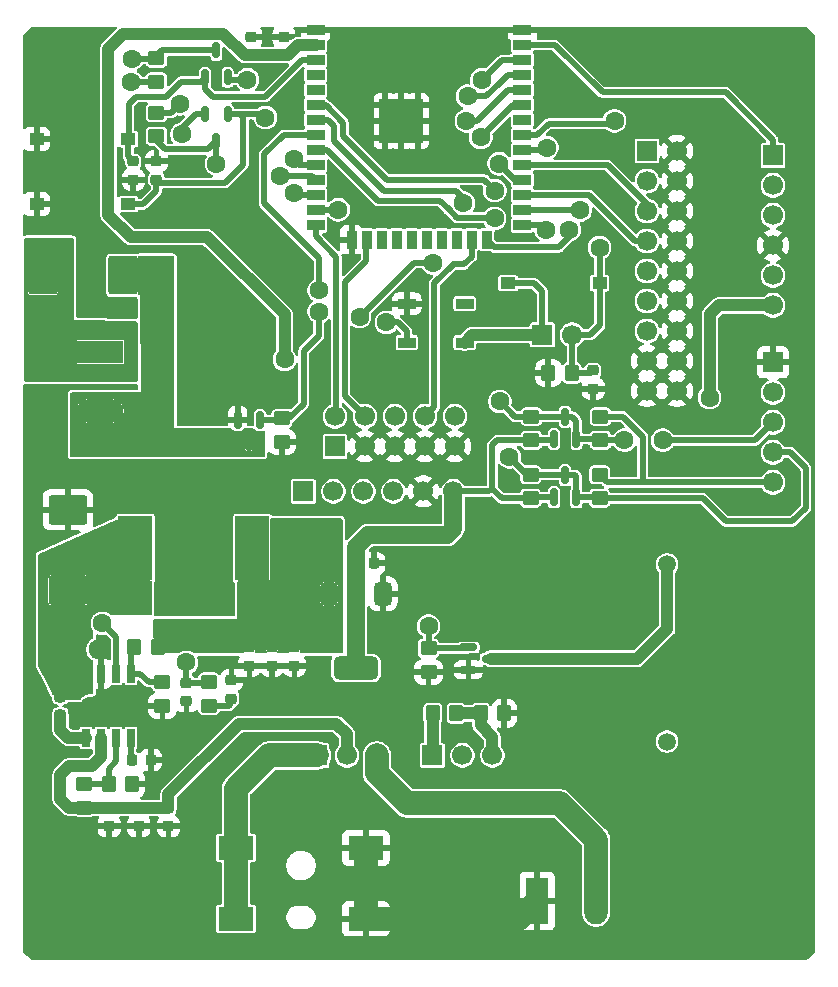
<source format=gbr>
%TF.GenerationSoftware,KiCad,Pcbnew,9.0.2*%
%TF.CreationDate,2025-10-26T15:03:13+01:00*%
%TF.ProjectId,onyks_iot_control_cabinet_pcb,6f6e796b-735f-4696-9f74-5f636f6e7472,rev?*%
%TF.SameCoordinates,Original*%
%TF.FileFunction,Copper,L1,Top*%
%TF.FilePolarity,Positive*%
%FSLAX46Y46*%
G04 Gerber Fmt 4.6, Leading zero omitted, Abs format (unit mm)*
G04 Created by KiCad (PCBNEW 9.0.2) date 2025-10-26 15:03:13*
%MOMM*%
%LPD*%
G01*
G04 APERTURE LIST*
G04 Aperture macros list*
%AMRoundRect*
0 Rectangle with rounded corners*
0 $1 Rounding radius*
0 $2 $3 $4 $5 $6 $7 $8 $9 X,Y pos of 4 corners*
0 Add a 4 corners polygon primitive as box body*
4,1,4,$2,$3,$4,$5,$6,$7,$8,$9,$2,$3,0*
0 Add four circle primitives for the rounded corners*
1,1,$1+$1,$2,$3*
1,1,$1+$1,$4,$5*
1,1,$1+$1,$6,$7*
1,1,$1+$1,$8,$9*
0 Add four rect primitives between the rounded corners*
20,1,$1+$1,$2,$3,$4,$5,0*
20,1,$1+$1,$4,$5,$6,$7,0*
20,1,$1+$1,$6,$7,$8,$9,0*
20,1,$1+$1,$8,$9,$2,$3,0*%
G04 Aperture macros list end*
%TA.AperFunction,SMDPad,CuDef*%
%ADD10RoundRect,0.250000X-0.350000X-0.450000X0.350000X-0.450000X0.350000X0.450000X-0.350000X0.450000X0*%
%TD*%
%TA.AperFunction,SMDPad,CuDef*%
%ADD11RoundRect,0.250000X0.450000X-0.350000X0.450000X0.350000X-0.450000X0.350000X-0.450000X-0.350000X0*%
%TD*%
%TA.AperFunction,SMDPad,CuDef*%
%ADD12RoundRect,0.250000X0.350000X0.450000X-0.350000X0.450000X-0.350000X-0.450000X0.350000X-0.450000X0*%
%TD*%
%TA.AperFunction,SMDPad,CuDef*%
%ADD13RoundRect,0.225000X-0.250000X0.225000X-0.250000X-0.225000X0.250000X-0.225000X0.250000X0.225000X0*%
%TD*%
%TA.AperFunction,SMDPad,CuDef*%
%ADD14RoundRect,0.225000X0.250000X-0.225000X0.250000X0.225000X-0.250000X0.225000X-0.250000X-0.225000X0*%
%TD*%
%TA.AperFunction,SMDPad,CuDef*%
%ADD15RoundRect,0.375000X-0.375000X0.625000X-0.375000X-0.625000X0.375000X-0.625000X0.375000X0.625000X0*%
%TD*%
%TA.AperFunction,SMDPad,CuDef*%
%ADD16RoundRect,0.500000X-1.400000X0.500000X-1.400000X-0.500000X1.400000X-0.500000X1.400000X0.500000X0*%
%TD*%
%TA.AperFunction,ComponentPad*%
%ADD17R,1.980000X3.960000*%
%TD*%
%TA.AperFunction,ComponentPad*%
%ADD18O,1.980000X3.960000*%
%TD*%
%TA.AperFunction,SMDPad,CuDef*%
%ADD19R,2.900000X5.400000*%
%TD*%
%TA.AperFunction,SMDPad,CuDef*%
%ADD20RoundRect,0.250000X-0.450000X0.350000X-0.450000X-0.350000X0.450000X-0.350000X0.450000X0.350000X0*%
%TD*%
%TA.AperFunction,SMDPad,CuDef*%
%ADD21RoundRect,0.250000X1.000000X-1.400000X1.000000X1.400000X-1.000000X1.400000X-1.000000X-1.400000X0*%
%TD*%
%TA.AperFunction,SMDPad,CuDef*%
%ADD22R,0.650000X1.528000*%
%TD*%
%TA.AperFunction,ComponentPad*%
%ADD23R,1.700000X1.700000*%
%TD*%
%TA.AperFunction,ComponentPad*%
%ADD24C,1.700000*%
%TD*%
%TA.AperFunction,SMDPad,CuDef*%
%ADD25R,3.000000X2.000000*%
%TD*%
%TA.AperFunction,ComponentPad*%
%ADD26C,1.500000*%
%TD*%
%TA.AperFunction,SMDPad,CuDef*%
%ADD27R,1.250000X1.000000*%
%TD*%
%TA.AperFunction,ComponentPad*%
%ADD28C,3.600000*%
%TD*%
%TA.AperFunction,ConnectorPad*%
%ADD29C,5.600000*%
%TD*%
%TA.AperFunction,ComponentPad*%
%ADD30R,3.960000X1.980000*%
%TD*%
%TA.AperFunction,ComponentPad*%
%ADD31O,3.960000X1.980000*%
%TD*%
%TA.AperFunction,SMDPad,CuDef*%
%ADD32RoundRect,0.150000X-0.587500X-0.150000X0.587500X-0.150000X0.587500X0.150000X-0.587500X0.150000X0*%
%TD*%
%TA.AperFunction,SMDPad,CuDef*%
%ADD33RoundRect,0.090000X0.660000X0.360000X-0.660000X0.360000X-0.660000X-0.360000X0.660000X-0.360000X0*%
%TD*%
%TA.AperFunction,SMDPad,CuDef*%
%ADD34RoundRect,0.150000X-0.150000X0.587500X-0.150000X-0.587500X0.150000X-0.587500X0.150000X0.587500X0*%
%TD*%
%TA.AperFunction,SMDPad,CuDef*%
%ADD35RoundRect,0.150000X0.150000X-0.512500X0.150000X0.512500X-0.150000X0.512500X-0.150000X-0.512500X0*%
%TD*%
%TA.AperFunction,SMDPad,CuDef*%
%ADD36RoundRect,0.250000X1.400000X1.000000X-1.400000X1.000000X-1.400000X-1.000000X1.400000X-1.000000X0*%
%TD*%
%TA.AperFunction,SMDPad,CuDef*%
%ADD37RoundRect,0.150000X-0.150000X0.512500X-0.150000X-0.512500X0.150000X-0.512500X0.150000X0.512500X0*%
%TD*%
%TA.AperFunction,SMDPad,CuDef*%
%ADD38RoundRect,0.150000X0.150000X-0.587500X0.150000X0.587500X-0.150000X0.587500X-0.150000X-0.587500X0*%
%TD*%
%TA.AperFunction,SMDPad,CuDef*%
%ADD39RoundRect,0.225000X-0.225000X-0.250000X0.225000X-0.250000X0.225000X0.250000X-0.225000X0.250000X0*%
%TD*%
%TA.AperFunction,SMDPad,CuDef*%
%ADD40R,1.500000X0.900000*%
%TD*%
%TA.AperFunction,SMDPad,CuDef*%
%ADD41R,0.900000X1.500000*%
%TD*%
%TA.AperFunction,SMDPad,CuDef*%
%ADD42R,0.900000X0.900000*%
%TD*%
%TA.AperFunction,HeatsinkPad*%
%ADD43C,0.600000*%
%TD*%
%TA.AperFunction,HeatsinkPad*%
%ADD44R,3.800000X3.800000*%
%TD*%
%TA.AperFunction,ViaPad*%
%ADD45C,1.600000*%
%TD*%
%TA.AperFunction,Conductor*%
%ADD46C,0.508000*%
%TD*%
%TA.AperFunction,Conductor*%
%ADD47C,1.000000*%
%TD*%
%TA.AperFunction,Conductor*%
%ADD48C,1.500000*%
%TD*%
%TA.AperFunction,Conductor*%
%ADD49C,2.000000*%
%TD*%
%TA.AperFunction,Conductor*%
%ADD50C,0.200000*%
%TD*%
%TA.AperFunction,Conductor*%
%ADD51C,0.500000*%
%TD*%
G04 APERTURE END LIST*
D10*
%TO.P,R10,1*%
%TO.N,+24V*%
X191151000Y-102616000D03*
%TO.P,R10,2*%
%TO.N,Net-(J8-Pin_3)*%
X193151000Y-102616000D03*
%TD*%
D11*
%TO.P,R1,1*%
%TO.N,Net-(Q1-B)*%
X167767000Y-49133000D03*
%TO.P,R1,2*%
%TO.N,/MCU/RTS*%
X167767000Y-47133000D03*
%TD*%
D12*
%TO.P,R6,1*%
%TO.N,+5V*%
X167878000Y-97028000D03*
%TO.P,R6,2*%
%TO.N,Net-(IC1-VSENSE)*%
X165878000Y-97028000D03*
%TD*%
D13*
%TO.P,C7,1*%
%TO.N,+24V*%
X163763000Y-110617000D03*
%TO.P,C7,2*%
%TO.N,GND*%
X163763000Y-112167000D03*
%TD*%
D14*
%TO.P,C1,1*%
%TO.N,/MCU/MCU_BOOT*%
X167767000Y-57417000D03*
%TO.P,C1,2*%
%TO.N,GND*%
X167767000Y-55867000D03*
%TD*%
D15*
%TO.P,U2,1,GND*%
%TO.N,GND*%
X186958000Y-92481000D03*
%TO.P,U2,2,VO*%
%TO.N,+3.3V*%
X184658000Y-92481000D03*
D16*
X184658000Y-98781000D03*
D15*
%TO.P,U2,3,VI*%
%TO.N,+5V*%
X182358000Y-92481000D03*
%TD*%
D17*
%TO.P,J3,1,Pin_1*%
%TO.N,GND*%
X200000000Y-118500000D03*
D18*
%TO.P,J3,2,Pin_2*%
%TO.N,Net-(J3-Pin_2)*%
X205000000Y-118500000D03*
%TD*%
D11*
%TO.P,R3,1*%
%TO.N,+24V*%
X161671000Y-110585000D03*
%TO.P,R3,2*%
%TO.N,Net-(IC1-EN)*%
X161671000Y-108585000D03*
%TD*%
D13*
%TO.P,C9,1*%
%TO.N,Net-(IC1-COMP)*%
X170307000Y-100037000D03*
%TO.P,C9,2*%
%TO.N,GND*%
X170307000Y-101587000D03*
%TD*%
%TO.P,C5,1*%
%TO.N,+24V*%
X168783000Y-110617000D03*
%TO.P,C5,2*%
%TO.N,GND*%
X168783000Y-112167000D03*
%TD*%
D19*
%TO.P,L1,1,1*%
%TO.N,Net-(D2-K)*%
X165992000Y-88646000D03*
%TO.P,L1,2,2*%
%TO.N,+5V*%
X175892000Y-88646000D03*
%TD*%
D10*
%TO.P,R11,1*%
%TO.N,Net-(J8-Pin_3)*%
X195215000Y-102616000D03*
%TO.P,R11,2*%
%TO.N,GND*%
X197215000Y-102616000D03*
%TD*%
D20*
%TO.P,R8,1*%
%TO.N,/MCU/GPIO_17*%
X178384200Y-77638400D03*
%TO.P,R8,2*%
%TO.N,GND*%
X178384200Y-79638400D03*
%TD*%
D21*
%TO.P,D3,1,K*%
%TO.N,+24V*%
X158144000Y-65532000D03*
%TO.P,D3,2,A*%
%TO.N,Net-(D3-A)*%
X164944000Y-65532000D03*
%TD*%
D14*
%TO.P,C4,1*%
%TO.N,+3.3V*%
X175768000Y-46876000D03*
%TO.P,C4,2*%
%TO.N,GND*%
X175768000Y-45326000D03*
%TD*%
D22*
%TO.P,IC1,1,BOOT*%
%TO.N,Net-(IC1-BOOT)*%
X161798000Y-104692000D03*
%TO.P,IC1,2,VIN*%
%TO.N,+24V*%
X163068000Y-104692000D03*
%TO.P,IC1,3,EN*%
%TO.N,Net-(IC1-EN)*%
X164338000Y-104692000D03*
%TO.P,IC1,4,SS*%
%TO.N,Net-(IC1-SS)*%
X165608000Y-104692000D03*
%TO.P,IC1,5,VSENSE*%
%TO.N,Net-(IC1-VSENSE)*%
X165608000Y-99270000D03*
%TO.P,IC1,6,COMP*%
%TO.N,Net-(IC1-COMP)*%
X164338000Y-99270000D03*
%TO.P,IC1,7,GND*%
%TO.N,GND*%
X163068000Y-99270000D03*
%TO.P,IC1,8,PH*%
%TO.N,Net-(D2-K)*%
X161798000Y-99270000D03*
%TD*%
D23*
%TO.P,J10,1,Pin_1*%
%TO.N,GND*%
X219964000Y-72898000D03*
D24*
%TO.P,J10,2,Pin_2*%
%TO.N,unconnected-(J10-Pin_2-Pad2)*%
X219964000Y-75438000D03*
%TO.P,J10,3,Pin_3*%
%TO.N,/MCU/GPIO_21*%
X219964000Y-77978000D03*
%TO.P,J10,4,Pin_4*%
%TO.N,/MCU/GPIO_22*%
X219964000Y-80518000D03*
%TO.P,J10,5,Pin_5*%
%TO.N,+5V*%
X219964000Y-83058000D03*
%TD*%
D13*
%TO.P,C6,1*%
%TO.N,+24V*%
X166273000Y-110617000D03*
%TO.P,C6,2*%
%TO.N,GND*%
X166273000Y-112167000D03*
%TD*%
D14*
%TO.P,C3,1*%
%TO.N,+3.3V*%
X178562000Y-46876000D03*
%TO.P,C3,2*%
%TO.N,GND*%
X178562000Y-45326000D03*
%TD*%
D20*
%TO.P,R16,1*%
%TO.N,+5V*%
X205359000Y-77486000D03*
%TO.P,R16,2*%
%TO.N,/MCU/GPIO_21*%
X205359000Y-79486000D03*
%TD*%
D23*
%TO.P,J9,1,Pin_1*%
%TO.N,/MCU/GPIO_2*%
X209296000Y-54991000D03*
D24*
%TO.P,J9,2,Pin_2*%
%TO.N,GND*%
X211836000Y-54991000D03*
%TO.P,J9,3,Pin_3*%
%TO.N,/MCU/GPIO_4*%
X209296000Y-57531000D03*
%TO.P,J9,4,Pin_4*%
%TO.N,GND*%
X211836000Y-57531000D03*
%TO.P,J9,5,Pin_5*%
%TO.N,/MCU/GPIO_5*%
X209296000Y-60071000D03*
%TO.P,J9,6,Pin_6*%
%TO.N,GND*%
X211836000Y-60071000D03*
%TO.P,J9,7,Pin_7*%
%TO.N,/MCU/GPIO_16*%
X209296000Y-62611000D03*
%TO.P,J9,8,Pin_8*%
%TO.N,GND*%
X211836000Y-62611000D03*
%TO.P,J9,9,Pin_9*%
%TO.N,/MCU/GPIO_33*%
X209296000Y-65151000D03*
%TO.P,J9,10,Pin_10*%
%TO.N,GND*%
X211836000Y-65151000D03*
%TO.P,J9,11,Pin_11*%
%TO.N,/MCU/GPIO_34*%
X209296000Y-67691000D03*
%TO.P,J9,12,Pin_12*%
%TO.N,GND*%
X211836000Y-67691000D03*
%TO.P,J9,13,Pin_13*%
%TO.N,/MCU/GPIO_35*%
X209296000Y-70231000D03*
%TO.P,J9,14,Pin_14*%
%TO.N,GND*%
X211836000Y-70231000D03*
%TO.P,J9,15,Pin_15*%
X209296000Y-72771000D03*
%TO.P,J9,16,Pin_16*%
X211836000Y-72771000D03*
%TO.P,J9,17,Pin_17*%
X209296000Y-75311000D03*
%TO.P,J9,18,Pin_18*%
X211836000Y-75311000D03*
%TD*%
D25*
%TO.P,J4,1*%
%TO.N,Net-(J5-Pin_1)*%
X174500000Y-120000000D03*
X174500000Y-114000000D03*
%TO.P,J4,2*%
%TO.N,GND*%
X185500000Y-114000000D03*
%TO.P,J4,3*%
X185500000Y-120000000D03*
%TD*%
D23*
%TO.P,J1,1,Pin_1*%
%TO.N,+3.3V*%
X182880000Y-80010000D03*
D24*
%TO.P,J1,2,Pin_2*%
%TO.N,/MCU/MTDI*%
X182880000Y-77470000D03*
%TO.P,J1,3,Pin_3*%
%TO.N,GND*%
X185420000Y-80010000D03*
%TO.P,J1,4,Pin_4*%
%TO.N,/MCU/MTCK*%
X185420000Y-77470000D03*
%TO.P,J1,5,Pin_5*%
%TO.N,GND*%
X187960000Y-80010000D03*
%TO.P,J1,6,Pin_6*%
%TO.N,/MCU/MTMS*%
X187960000Y-77470000D03*
%TO.P,J1,7,Pin_7*%
%TO.N,GND*%
X190500000Y-80010000D03*
%TO.P,J1,8,Pin_8*%
%TO.N,/MCU/MTDO*%
X190500000Y-77470000D03*
%TO.P,J1,9,Pin_9*%
%TO.N,GND*%
X193040000Y-80010000D03*
%TO.P,J1,10,Pin_10*%
%TO.N,unconnected-(J1-Pin_10-Pad10)*%
X193040000Y-77470000D03*
%TD*%
D23*
%TO.P,J8,1,Pin_1*%
%TO.N,+24V*%
X191135000Y-106172000D03*
D24*
%TO.P,J8,2,Pin_2*%
%TO.N,Net-(J8-Pin_2)*%
X193675000Y-106172000D03*
%TO.P,J8,3,Pin_3*%
%TO.N,Net-(J8-Pin_3)*%
X196215000Y-106172000D03*
%TD*%
D23*
%TO.P,J5,1,Pin_1*%
%TO.N,Net-(J5-Pin_1)*%
X181356000Y-106172000D03*
D24*
%TO.P,J5,2,Pin_2*%
%TO.N,+24V*%
X183896000Y-106172000D03*
%TO.P,J5,3,Pin_3*%
%TO.N,Net-(J3-Pin_2)*%
X186436000Y-106172000D03*
%TD*%
D26*
%TO.P,LS1,1,+*%
%TO.N,Net-(J8-Pin_2)*%
X211010000Y-105000000D03*
%TO.P,LS1,2,-*%
%TO.N,Net-(LS1--)*%
X211010000Y-90000000D03*
%TD*%
D20*
%TO.P,R7,1*%
%TO.N,Net-(IC1-VSENSE)*%
X168275000Y-99965000D03*
%TO.P,R7,2*%
%TO.N,GND*%
X168275000Y-101965000D03*
%TD*%
D27*
%TO.P,SW3,1,1*%
%TO.N,+3.3V*%
X197547000Y-66192400D03*
%TO.P,SW3,2,2*%
%TO.N,/MCU/GPIO_18*%
X205297000Y-66192400D03*
%TD*%
D28*
%TO.P,H1,1,1*%
%TO.N,GND*%
X160000000Y-48000000D03*
D29*
X160000000Y-48000000D03*
%TD*%
D28*
%TO.P,H4,1,1*%
%TO.N,GND*%
X220000000Y-120000000D03*
D29*
X220000000Y-120000000D03*
%TD*%
D11*
%TO.P,R14,1*%
%TO.N,+3.3V*%
X199517000Y-79486000D03*
%TO.P,R14,2*%
%TO.N,/MCU/GPIO_21*%
X199517000Y-77486000D03*
%TD*%
D27*
%TO.P,SW1,1,1*%
%TO.N,/MCU/MCU_BOOT*%
X165375000Y-59500000D03*
%TO.P,SW1,2,2*%
%TO.N,GND*%
X157625000Y-59500000D03*
%TD*%
D20*
%TO.P,R15,1*%
%TO.N,+5V*%
X205288000Y-82409000D03*
%TO.P,R15,2*%
%TO.N,/MCU/GPIO_22*%
X205288000Y-84409000D03*
%TD*%
D13*
%TO.P,C16,1*%
%TO.N,/MCU/GPIO_18*%
X204749400Y-73570800D03*
%TO.P,C16,2*%
%TO.N,GND*%
X204749400Y-75120800D03*
%TD*%
D30*
%TO.P,J6,1,Pin_1*%
%TO.N,+24V*%
X163000000Y-72000000D03*
D31*
%TO.P,J6,2,Pin_2*%
%TO.N,Net-(D3-A)*%
X163000000Y-77000000D03*
%TD*%
D28*
%TO.P,H3,1,1*%
%TO.N,GND*%
X160000000Y-120000000D03*
D29*
X160000000Y-120000000D03*
%TD*%
D23*
%TO.P,J11,1,Pin_1*%
%TO.N,/MCU/GPIO_23*%
X219964000Y-55372000D03*
D24*
%TO.P,J11,2,Pin_2*%
%TO.N,/MCU/GPIO_25*%
X219964000Y-57912000D03*
%TO.P,J11,3,Pin_3*%
%TO.N,/MCU/GPIO_26*%
X219964000Y-60452000D03*
%TO.P,J11,4,Pin_4*%
%TO.N,GND*%
X219964000Y-62992000D03*
%TO.P,J11,5,Pin_5*%
%TO.N,/MCU/GPIO_27*%
X219964000Y-65532000D03*
%TO.P,J11,6,Pin_6*%
%TO.N,+3.3V*%
X219964000Y-68072000D03*
%TD*%
D32*
%TO.P,Q4,1,G*%
%TO.N,/MCU/GPIO_19*%
X194183000Y-97033000D03*
%TO.P,Q4,2,S*%
%TO.N,GND*%
X194183000Y-98933000D03*
%TO.P,Q4,3,D*%
%TO.N,Net-(LS1--)*%
X196058000Y-97983000D03*
%TD*%
D12*
%TO.P,R9,1*%
%TO.N,/MCU/GPIO_18*%
X202955400Y-73787000D03*
%TO.P,R9,2*%
%TO.N,GND*%
X200955400Y-73787000D03*
%TD*%
D23*
%TO.P,J7,1,Pin_1*%
%TO.N,+3.3V*%
X200431400Y-70561200D03*
D24*
%TO.P,J7,2,Pin_2*%
%TO.N,/MCU/GPIO_18*%
X202971400Y-70561200D03*
%TD*%
D33*
%TO.P,D1,1,VDD*%
%TO.N,+3.3V*%
X193864400Y-71220600D03*
%TO.P,D1,2,DOUT*%
%TO.N,unconnected-(D1-DOUT-Pad2)*%
X193864400Y-67920600D03*
%TO.P,D1,3,VSS*%
%TO.N,GND*%
X188964400Y-67920600D03*
%TO.P,D1,4,DIN*%
%TO.N,/MCU/GPIO_32*%
X188964400Y-71220600D03*
%TD*%
D14*
%TO.P,C13,1*%
%TO.N,Net-(IC1-BOOT)*%
X159639000Y-102756000D03*
%TO.P,C13,2*%
%TO.N,Net-(D2-K)*%
X159639000Y-101206000D03*
%TD*%
D13*
%TO.P,C2,1*%
%TO.N,/MCU/MCU_RESET*%
X165811200Y-55880000D03*
%TO.P,C2,2*%
%TO.N,GND*%
X165811200Y-57430000D03*
%TD*%
%TO.P,C14,1*%
%TO.N,+5V*%
X177546000Y-97015000D03*
%TO.P,C14,2*%
%TO.N,GND*%
X177546000Y-98565000D03*
%TD*%
D20*
%TO.P,R12,1*%
%TO.N,/MCU/GPIO_19*%
X190802500Y-97110000D03*
%TO.P,R12,2*%
%TO.N,GND*%
X190802500Y-99110000D03*
%TD*%
D34*
%TO.P,Q3,1,G*%
%TO.N,/MCU/GPIO_17*%
X176540200Y-77779400D03*
%TO.P,Q3,2,S*%
%TO.N,GND*%
X174640200Y-77779400D03*
%TO.P,Q3,3,D*%
%TO.N,Net-(D3-A)*%
X175590200Y-79654400D03*
%TD*%
D35*
%TO.P,Q2,1,C*%
%TO.N,/MCU/MCU_RESET*%
X171897000Y-48762500D03*
%TO.P,Q2,2,B*%
%TO.N,Net-(Q2-B)*%
X173797000Y-48762500D03*
%TO.P,Q2,3,E*%
%TO.N,/MCU/RTS*%
X172847000Y-46487500D03*
%TD*%
D11*
%TO.P,R13,1*%
%TO.N,+3.3V*%
X199446000Y-84409000D03*
%TO.P,R13,2*%
%TO.N,/MCU/GPIO_22*%
X199446000Y-82409000D03*
%TD*%
D36*
%TO.P,D2,1,K*%
%TO.N,Net-(D2-K)*%
X160274000Y-92173000D03*
%TO.P,D2,2,A*%
%TO.N,GND*%
X160274000Y-85373000D03*
%TD*%
D14*
%TO.P,C10,1*%
%TO.N,Net-(C10-Pad1)*%
X174117000Y-101359000D03*
%TO.P,C10,2*%
%TO.N,GND*%
X174117000Y-99809000D03*
%TD*%
D13*
%TO.P,C8,1*%
%TO.N,+5V*%
X179451000Y-97015000D03*
%TO.P,C8,2*%
%TO.N,GND*%
X179451000Y-98565000D03*
%TD*%
D23*
%TO.P,J2,1,Pin_1*%
%TO.N,/MCU/RTS*%
X180213000Y-83820000D03*
D24*
%TO.P,J2,2,Pin_2*%
%TO.N,/MCU/DTR*%
X182753000Y-83820000D03*
%TO.P,J2,3,Pin_3*%
%TO.N,/MCU/RXD*%
X185293000Y-83820000D03*
%TO.P,J2,4,Pin_4*%
%TO.N,/MCU/TXD*%
X187833000Y-83820000D03*
%TO.P,J2,5,Pin_5*%
%TO.N,GND*%
X190373000Y-83820000D03*
%TO.P,J2,6,Pin_6*%
%TO.N,+3.3V*%
X192913000Y-83820000D03*
%TD*%
D37*
%TO.P,Q1,1,C*%
%TO.N,/MCU/MCU_BOOT*%
X173797000Y-51870500D03*
%TO.P,Q1,2,B*%
%TO.N,Net-(Q1-B)*%
X171897000Y-51870500D03*
%TO.P,Q1,3,E*%
%TO.N,/MCU/DTR*%
X172847000Y-54145500D03*
%TD*%
D38*
%TO.P,Q5,1,G*%
%TO.N,+3.3V*%
X201422000Y-84328000D03*
%TO.P,Q5,2,S*%
%TO.N,/MCU/GPIO_22*%
X203322000Y-84328000D03*
%TO.P,Q5,3,D*%
X202372000Y-82453000D03*
%TD*%
D39*
%TO.P,C11,1*%
%TO.N,Net-(IC1-SS)*%
X165722000Y-106553000D03*
%TO.P,C11,2*%
%TO.N,GND*%
X167272000Y-106553000D03*
%TD*%
D28*
%TO.P,H2,1,1*%
%TO.N,GND*%
X220000000Y-48000000D03*
D29*
X220000000Y-48000000D03*
%TD*%
D10*
%TO.P,R4,1*%
%TO.N,Net-(IC1-EN)*%
X163719000Y-108585000D03*
%TO.P,R4,2*%
%TO.N,GND*%
X165719000Y-108585000D03*
%TD*%
D13*
%TO.P,C15,1*%
%TO.N,+5V*%
X175641000Y-97015000D03*
%TO.P,C15,2*%
%TO.N,GND*%
X175641000Y-98565000D03*
%TD*%
D39*
%TO.P,C12,1*%
%TO.N,+3.3V*%
X184645000Y-89916000D03*
%TO.P,C12,2*%
%TO.N,GND*%
X186195000Y-89916000D03*
%TD*%
D40*
%TO.P,U1,1,GND*%
%TO.N,GND*%
X181250000Y-44750000D03*
%TO.P,U1,2,VDD*%
%TO.N,+3.3V*%
X181250000Y-46020000D03*
%TO.P,U1,3,EN*%
%TO.N,/MCU/MCU_RESET*%
X181250000Y-47290000D03*
%TO.P,U1,4,SENSOR_VP*%
%TO.N,unconnected-(U1-SENSOR_VP-Pad4)*%
X181250000Y-48560000D03*
%TO.P,U1,5,SENSOR_VN*%
%TO.N,unconnected-(U1-SENSOR_VN-Pad5)*%
X181250000Y-49830000D03*
%TO.P,U1,6,IO34*%
%TO.N,/MCU/GPIO_34*%
X181250000Y-51100000D03*
%TO.P,U1,7,IO35*%
%TO.N,/MCU/GPIO_35*%
X181250000Y-52370000D03*
%TO.P,U1,8,IO32*%
%TO.N,/MCU/GPIO_32*%
X181250000Y-53640000D03*
%TO.P,U1,9,IO33*%
%TO.N,/MCU/GPIO_33*%
X181250000Y-54910000D03*
%TO.P,U1,10,IO25*%
%TO.N,/MCU/GPIO_25*%
X181250000Y-56180000D03*
%TO.P,U1,11,IO26*%
%TO.N,/MCU/GPIO_26*%
X181250000Y-57450000D03*
%TO.P,U1,12,IO27*%
%TO.N,/MCU/GPIO_27*%
X181250000Y-58720000D03*
%TO.P,U1,13,IO14*%
%TO.N,/MCU/MTMS*%
X181250000Y-59990000D03*
%TO.P,U1,14,IO12*%
%TO.N,/MCU/MTDI*%
X181250000Y-61260000D03*
D41*
%TO.P,U1,15,GND*%
%TO.N,GND*%
X184290000Y-62510000D03*
%TO.P,U1,16,IO13*%
%TO.N,/MCU/MTCK*%
X185560000Y-62510000D03*
%TO.P,U1,17,SHD/SD2*%
%TO.N,unconnected-(U1-SHD{slash}SD2-Pad17)*%
X186830000Y-62510000D03*
%TO.P,U1,18,SWP/SD3*%
%TO.N,unconnected-(U1-SWP{slash}SD3-Pad18)*%
X188100000Y-62510000D03*
%TO.P,U1,19,SCS/CMD*%
%TO.N,unconnected-(U1-SCS{slash}CMD-Pad19)*%
X189370000Y-62510000D03*
%TO.P,U1,20,SCK/CLK*%
%TO.N,unconnected-(U1-SCK{slash}CLK-Pad20)*%
X190640000Y-62510000D03*
%TO.P,U1,21,SDO/SD0*%
%TO.N,unconnected-(U1-SDO{slash}SD0-Pad21)*%
X191910000Y-62510000D03*
%TO.P,U1,22,SDI/SD1*%
%TO.N,unconnected-(U1-SDI{slash}SD1-Pad22)*%
X193180000Y-62510000D03*
%TO.P,U1,23,IO15*%
%TO.N,/MCU/MTDO*%
X194450000Y-62510000D03*
%TO.P,U1,24,IO2*%
%TO.N,/MCU/GPIO_2*%
X195720000Y-62510000D03*
D40*
%TO.P,U1,25,IO0*%
%TO.N,/MCU/MCU_BOOT*%
X198750000Y-61260000D03*
%TO.P,U1,26,IO4*%
%TO.N,/MCU/GPIO_4*%
X198750000Y-59990000D03*
%TO.P,U1,27,IO16*%
%TO.N,/MCU/GPIO_16*%
X198750000Y-58720000D03*
%TO.P,U1,28,IO17*%
%TO.N,/MCU/GPIO_17*%
X198750000Y-57450000D03*
%TO.P,U1,29,IO5*%
%TO.N,/MCU/GPIO_5*%
X198750000Y-56180000D03*
%TO.P,U1,30,IO18*%
%TO.N,/MCU/GPIO_18*%
X198750000Y-54910000D03*
%TO.P,U1,31,IO19*%
%TO.N,/MCU/GPIO_19*%
X198750000Y-53640000D03*
%TO.P,U1,32,NC*%
%TO.N,unconnected-(U1-NC-Pad32)*%
X198750000Y-52370000D03*
%TO.P,U1,33,IO21*%
%TO.N,/MCU/GPIO_21*%
X198750000Y-51100000D03*
%TO.P,U1,34,RXD0/IO3*%
%TO.N,/MCU/RXD*%
X198750000Y-49830000D03*
%TO.P,U1,35,TXD0/IO1*%
%TO.N,/MCU/TXD*%
X198750000Y-48560000D03*
%TO.P,U1,36,IO22*%
%TO.N,/MCU/GPIO_22*%
X198750000Y-47290000D03*
%TO.P,U1,37,IO23*%
%TO.N,/MCU/GPIO_23*%
X198750000Y-46020000D03*
%TO.P,U1,38,GND*%
%TO.N,GND*%
X198750000Y-44750000D03*
D42*
%TO.P,U1,39,GND*%
X187100000Y-51070000D03*
D43*
X187100000Y-51770000D03*
D42*
X187100000Y-52470000D03*
D43*
X187100000Y-53170000D03*
D42*
X187100000Y-53870000D03*
D43*
X187800000Y-51070000D03*
X187800000Y-52470000D03*
X187800000Y-53870000D03*
X188475000Y-51770000D03*
X188475000Y-53170000D03*
D42*
X188500000Y-51070000D03*
X188500000Y-52470000D03*
D44*
X188500000Y-52470000D03*
D42*
X188500000Y-53870000D03*
D43*
X189200000Y-51070000D03*
X189200000Y-52470000D03*
X189200000Y-53870000D03*
D42*
X189900000Y-51070000D03*
D43*
X189900000Y-51770000D03*
D42*
X189900000Y-52470000D03*
D43*
X189900000Y-53170000D03*
D42*
X189900000Y-53870000D03*
%TD*%
D20*
%TO.P,R2,1*%
%TO.N,Net-(Q2-B)*%
X167767000Y-51754000D03*
%TO.P,R2,2*%
%TO.N,/MCU/DTR*%
X167767000Y-53754000D03*
%TD*%
%TO.P,R5,1*%
%TO.N,Net-(IC1-COMP)*%
X172212000Y-99952000D03*
%TO.P,R5,2*%
%TO.N,Net-(C10-Pad1)*%
X172212000Y-101952000D03*
%TD*%
D38*
%TO.P,Q6,1,G*%
%TO.N,+3.3V*%
X201427000Y-79375000D03*
%TO.P,Q6,2,S*%
%TO.N,/MCU/GPIO_21*%
X203327000Y-79375000D03*
%TO.P,Q6,3,D*%
X202377000Y-77500000D03*
%TD*%
D27*
%TO.P,SW2,1,1*%
%TO.N,/MCU/MCU_RESET*%
X165375000Y-54000000D03*
%TO.P,SW2,2,2*%
%TO.N,GND*%
X157625000Y-54000000D03*
%TD*%
D45*
%TO.N,+3.3V*%
X178612800Y-72644000D03*
X214604600Y-75869800D03*
%TO.N,GND*%
X174218600Y-72898000D03*
X185216800Y-59893200D03*
X204724000Y-57454800D03*
X167513000Y-113919000D03*
X200990200Y-75844400D03*
X170053000Y-47879000D03*
X169672000Y-104902000D03*
X164973000Y-113919000D03*
X188087000Y-89916000D03*
X189458600Y-92481400D03*
X196850000Y-89204800D03*
X162433000Y-113919000D03*
X178587400Y-64109600D03*
X162179000Y-101981000D03*
X162814000Y-97180400D03*
X212877400Y-81559400D03*
X170230800Y-56337200D03*
%TO.N,/MCU/MCU_BOOT*%
X200736200Y-61645800D03*
X176987200Y-52171600D03*
%TO.N,/MCU/GPIO_19*%
X190802500Y-95224600D03*
X206552800Y-52451000D03*
%TO.N,+5V*%
X179171600Y-89611200D03*
X179197000Y-94335600D03*
X179197000Y-92049600D03*
X181965600Y-89611200D03*
%TO.N,/MCU/GPIO_32*%
X187233800Y-69507961D03*
X181543200Y-66802000D03*
%TO.N,Net-(IC1-COMP)*%
X170307000Y-98298000D03*
X163195000Y-94996000D03*
%TO.N,/MCU/GPIO_34*%
X196418200Y-58343800D03*
%TO.N,/MCU/GPIO_35*%
X193751200Y-59410600D03*
%TO.N,/MCU/GPIO_17*%
X181543200Y-68602003D03*
X196773800Y-56083200D03*
X184972199Y-69019784D03*
X191211200Y-64490600D03*
%TO.N,/MCU/GPIO_33*%
X196392800Y-60706000D03*
%TO.N,/MCU/GPIO_21*%
X195224400Y-53848000D03*
X210642200Y-79476600D03*
X207391000Y-79476600D03*
X196850000Y-76200000D03*
%TO.N,/MCU/GPIO_22*%
X197637400Y-80899000D03*
X195326000Y-48971200D03*
%TO.N,/MCU/GPIO_25*%
X179374800Y-55676800D03*
%TO.N,/MCU/GPIO_26*%
X178206400Y-57150000D03*
%TO.N,/MCU/GPIO_27*%
X179374800Y-58521600D03*
%TO.N,/MCU/MTMS*%
X183159400Y-59969400D03*
%TO.N,/MCU/RTS*%
X165684200Y-47193200D03*
%TO.N,/MCU/RXD*%
X194005200Y-52451000D03*
%TO.N,/MCU/TXD*%
X194106800Y-50368200D03*
%TO.N,/MCU/DTR*%
X172847000Y-56083200D03*
%TO.N,Net-(Q1-B)*%
X165608000Y-49149000D03*
X169926000Y-53594000D03*
%TO.N,Net-(Q2-B)*%
X169773600Y-51003200D03*
X175463200Y-48971200D03*
%TO.N,/MCU/GPIO_18*%
X205282800Y-63169800D03*
X200812400Y-54711600D03*
%TO.N,/MCU/GPIO_4*%
X203631800Y-59994800D03*
%TO.N,/MCU/GPIO_2*%
X202717400Y-61645800D03*
%TD*%
D46*
%TO.N,+3.3V*%
X199517000Y-79486000D02*
X201316000Y-79486000D01*
D47*
X172059600Y-62280800D02*
X165582600Y-62280800D01*
X219964000Y-68072000D02*
X215392000Y-68072000D01*
D46*
X196189600Y-79908400D02*
X196612000Y-79486000D01*
X201422000Y-84328000D02*
X199527000Y-84328000D01*
D47*
X164973000Y-45059600D02*
X173405800Y-45059600D01*
D46*
X199446000Y-84409000D02*
X197007200Y-84409000D01*
D47*
X194523800Y-70561200D02*
X193864400Y-71220600D01*
X214630000Y-68834000D02*
X214630000Y-75819000D01*
D48*
X184658000Y-89929000D02*
X184645000Y-89916000D01*
D47*
X175781000Y-46863000D02*
X175768000Y-46876000D01*
X179786000Y-46020000D02*
X178930000Y-46876000D01*
X178930000Y-46876000D02*
X178562000Y-46876000D01*
X178562000Y-46876000D02*
X178549000Y-46863000D01*
X178612800Y-72644000D02*
X178612800Y-68834000D01*
D46*
X196612000Y-79486000D02*
X199517000Y-79486000D01*
D47*
X214884000Y-68580000D02*
X214630000Y-68834000D01*
X178549000Y-46863000D02*
X175781000Y-46863000D01*
X200431400Y-70561200D02*
X194523800Y-70561200D01*
X175222200Y-46876000D02*
X175768000Y-46876000D01*
D46*
X196189600Y-83591400D02*
X196189600Y-79908400D01*
D47*
X163703000Y-60401200D02*
X163703000Y-46329600D01*
D46*
X200431400Y-70561200D02*
X200431400Y-66878200D01*
D47*
X163703000Y-46329600D02*
X164973000Y-45059600D01*
D46*
X200431400Y-66878200D02*
X199745600Y-66192400D01*
D47*
X173405800Y-45059600D02*
X175222200Y-46876000D01*
X181250000Y-46020000D02*
X179786000Y-46020000D01*
D48*
X192913000Y-86995000D02*
X192913000Y-83820000D01*
X184658000Y-92481000D02*
X184658000Y-89929000D01*
X184658000Y-98781000D02*
X184658000Y-92481000D01*
D46*
X199527000Y-84328000D02*
X199446000Y-84409000D01*
D48*
X192405000Y-87503000D02*
X192913000Y-86995000D01*
D47*
X215392000Y-68072000D02*
X214884000Y-68580000D01*
D48*
X184645000Y-88532000D02*
X185674000Y-87503000D01*
D47*
X165582600Y-62280800D02*
X163703000Y-60401200D01*
D46*
X199745600Y-66192400D02*
X197547000Y-66192400D01*
D48*
X184645000Y-89916000D02*
X184645000Y-88532000D01*
D46*
X201316000Y-79486000D02*
X201427000Y-79375000D01*
X196189600Y-83591400D02*
X195961000Y-83820000D01*
X197007200Y-84409000D02*
X196189600Y-83591400D01*
D47*
X178612800Y-68834000D02*
X172059600Y-62280800D01*
D46*
X195961000Y-83820000D02*
X192913000Y-83820000D01*
D48*
X185674000Y-87503000D02*
X192405000Y-87503000D01*
D49*
%TO.N,GND*%
X185500000Y-120000000D02*
X198500000Y-120000000D01*
X185500000Y-120000000D02*
X185500000Y-114000000D01*
X198500000Y-120000000D02*
X200000000Y-118500000D01*
D46*
%TO.N,/MCU/MCU_BOOT*%
X175107600Y-52120800D02*
X175056800Y-52120800D01*
X200350400Y-61260000D02*
X200736200Y-61645800D01*
X167767000Y-57417000D02*
X167767000Y-57696400D01*
X175107600Y-56159400D02*
X175107600Y-52120800D01*
X176686100Y-51870500D02*
X176987200Y-52171600D01*
X167767000Y-58394600D02*
X167767000Y-57417000D01*
X174806500Y-51870500D02*
X173797000Y-51870500D01*
X198750000Y-61260000D02*
X200350400Y-61260000D01*
X173797000Y-51870500D02*
X176686100Y-51870500D01*
X167779400Y-57708800D02*
X173558200Y-57708800D01*
X175056800Y-52120800D02*
X174806500Y-51870500D01*
X173558200Y-57708800D02*
X175107600Y-56159400D01*
X165375000Y-59500000D02*
X166661600Y-59500000D01*
X166661600Y-59500000D02*
X167767000Y-58394600D01*
X167767000Y-57696400D02*
X167779400Y-57708800D01*
%TO.N,/MCU/MCU_RESET*%
X171525500Y-49134000D02*
X169864800Y-49134000D01*
X171897000Y-48762500D02*
X171525500Y-49134000D01*
X165414200Y-51044600D02*
X165414200Y-51485800D01*
X166065200Y-50393600D02*
X165414200Y-51044600D01*
X169864800Y-49134000D02*
X168605200Y-50393600D01*
X165414200Y-53960800D02*
X165375000Y-54000000D01*
X165414200Y-51485800D02*
X165414200Y-53960800D01*
X168605200Y-50393600D02*
X166065200Y-50393600D01*
X165375000Y-54000000D02*
X165375000Y-55443800D01*
X165375000Y-55443800D02*
X165811200Y-55880000D01*
X180090800Y-47290000D02*
X181250000Y-47290000D01*
X171897000Y-49773800D02*
X172516800Y-50393600D01*
X176987200Y-50393600D02*
X180090800Y-47290000D01*
X172516800Y-50393600D02*
X176987200Y-50393600D01*
X171897000Y-48762500D02*
X171897000Y-49773800D01*
%TO.N,/MCU/GPIO_19*%
X190802500Y-97110000D02*
X194106000Y-97110000D01*
X194106000Y-97110000D02*
X194183000Y-97033000D01*
X200968400Y-52679600D02*
X200008000Y-53640000D01*
X206324200Y-52679600D02*
X200968400Y-52679600D01*
X206552800Y-52451000D02*
X206324200Y-52679600D01*
X190802500Y-97110000D02*
X190802500Y-95224600D01*
X200008000Y-53640000D02*
X198750000Y-53640000D01*
D47*
%TO.N,+24V*%
X183896000Y-104394000D02*
X183007000Y-103505000D01*
X168783000Y-109474000D02*
X168783000Y-110617000D01*
X160369000Y-110585000D02*
X159639000Y-109855000D01*
X163068000Y-106299000D02*
X163068000Y-104692000D01*
X191151000Y-102616000D02*
X191151000Y-106156000D01*
X183007000Y-103505000D02*
X174752000Y-103505000D01*
X163763000Y-110617000D02*
X161703000Y-110617000D01*
X159639000Y-107823000D02*
X160401000Y-107061000D01*
X183896000Y-106172000D02*
X183896000Y-104394000D01*
X159639000Y-109855000D02*
X159639000Y-107823000D01*
X191151000Y-106156000D02*
X191135000Y-106172000D01*
X162306000Y-107061000D02*
X163068000Y-106299000D01*
X160401000Y-107061000D02*
X162306000Y-107061000D01*
D50*
X161703000Y-110617000D02*
X161671000Y-110585000D01*
D47*
X174752000Y-103505000D02*
X168783000Y-109474000D01*
X161671000Y-110585000D02*
X160369000Y-110585000D01*
X168783000Y-110617000D02*
X163763000Y-110617000D01*
D46*
%TO.N,+5V*%
X219964000Y-83058000D02*
X209753200Y-83058000D01*
X205937000Y-83058000D02*
X205288000Y-82409000D01*
X205359000Y-77486000D02*
X207254600Y-77486000D01*
X209753200Y-83058000D02*
X205937000Y-83058000D01*
X207254600Y-77486000D02*
X208940400Y-79171800D01*
X208940400Y-79171800D02*
X208940400Y-83058000D01*
%TO.N,/MCU/GPIO_32*%
X176911000Y-59436000D02*
X176911000Y-55270400D01*
X176911000Y-55270400D02*
X178541400Y-53640000D01*
X178541400Y-53640000D02*
X181250000Y-53640000D01*
X188202161Y-69507961D02*
X187233800Y-69507961D01*
X181543200Y-64068200D02*
X176911000Y-59436000D01*
X188964400Y-71220600D02*
X188964400Y-70270200D01*
X188964400Y-70270200D02*
X188202161Y-69507961D01*
X181543200Y-66802000D02*
X181543200Y-64068200D01*
%TO.N,Net-(IC1-COMP)*%
X170307000Y-100037000D02*
X170307000Y-98298000D01*
X171974000Y-100063000D02*
X172085000Y-99952000D01*
X163195000Y-94996000D02*
X164338000Y-96139000D01*
X170180000Y-100063000D02*
X171974000Y-100063000D01*
X164338000Y-96139000D02*
X164338000Y-99270000D01*
%TO.N,Net-(C10-Pad1)*%
X174117000Y-101740000D02*
X174117000Y-101359000D01*
X173905000Y-101952000D02*
X174117000Y-101740000D01*
X172085000Y-101952000D02*
X173905000Y-101952000D01*
D49*
%TO.N,Net-(J3-Pin_2)*%
X205000000Y-118500000D02*
X205000000Y-113306000D01*
X201930000Y-110236000D02*
X188976000Y-110236000D01*
X186436000Y-107696000D02*
X186436000Y-106172000D01*
X205000000Y-113306000D02*
X201930000Y-110236000D01*
X188976000Y-110236000D02*
X186436000Y-107696000D01*
D46*
%TO.N,/MCU/GPIO_34*%
X182090000Y-51100000D02*
X183591200Y-52601200D01*
X183591200Y-52601200D02*
X183591200Y-53695600D01*
X195529200Y-57429400D02*
X196418200Y-58318400D01*
X187325000Y-57429400D02*
X195529200Y-57429400D01*
X196418200Y-58318400D02*
X196418200Y-58343800D01*
X183591200Y-53695600D02*
X187325000Y-57429400D01*
X181250000Y-51100000D02*
X182090000Y-51100000D01*
%TO.N,/MCU/GPIO_16*%
X208305400Y-62611000D02*
X204414400Y-58720000D01*
X204414400Y-58720000D02*
X198750000Y-58720000D01*
X209296000Y-62611000D02*
X208305400Y-62611000D01*
%TO.N,/MCU/GPIO_35*%
X182803800Y-52908200D02*
X182270400Y-52374800D01*
X182270400Y-52374800D02*
X181250000Y-52374800D01*
X182803800Y-54178200D02*
X182803800Y-52908200D01*
X193751200Y-59004200D02*
X193167000Y-58420000D01*
X193751200Y-59410600D02*
X193751200Y-59004200D01*
X193167000Y-58420000D02*
X187045600Y-58420000D01*
X187045600Y-58420000D02*
X182803800Y-54178200D01*
X181250000Y-52374800D02*
X181250000Y-52370000D01*
%TO.N,/MCU/GPIO_17*%
X181495700Y-68649503D02*
X181495700Y-70650100D01*
X176540200Y-77779400D02*
X178243200Y-77779400D01*
X179003200Y-77638400D02*
X178384200Y-77638400D01*
X180238400Y-76403200D02*
X179003200Y-77638400D01*
X196773800Y-56083200D02*
X198140600Y-57450000D01*
X178243200Y-77779400D02*
X178384200Y-77638400D01*
X181543200Y-68602003D02*
X181495700Y-68649503D01*
X198140600Y-57450000D02*
X198750000Y-57450000D01*
X184972199Y-69019784D02*
X185015016Y-69019784D01*
X189544200Y-64490600D02*
X191211200Y-64490600D01*
X181495700Y-70650100D02*
X180238400Y-71907400D01*
X180238400Y-71907400D02*
X180238400Y-76403200D01*
X185015016Y-69019784D02*
X189544200Y-64490600D01*
%TO.N,/MCU/GPIO_33*%
X196342000Y-60655200D02*
X194281439Y-60655200D01*
X194281439Y-60655200D02*
X194271039Y-60665600D01*
X193231361Y-60665600D02*
X192496200Y-59930439D01*
X192496200Y-59908200D02*
X191795400Y-59207400D01*
X191795400Y-59207400D02*
X186537600Y-59207400D01*
X182240200Y-54910000D02*
X181250000Y-54910000D01*
X196392800Y-60706000D02*
X196342000Y-60655200D01*
X192496200Y-59930439D02*
X192496200Y-59908200D01*
X194271039Y-60665600D02*
X193231361Y-60665600D01*
X186537600Y-59207400D02*
X182240200Y-54910000D01*
%TO.N,Net-(IC1-SS)*%
X165608000Y-106439000D02*
X165722000Y-106553000D01*
X165608000Y-104692000D02*
X165608000Y-106439000D01*
D47*
%TO.N,Net-(D2-K)*%
X159639000Y-101206000D02*
X159639000Y-99695000D01*
X159639000Y-99695000D02*
X160064000Y-99270000D01*
X160064000Y-99270000D02*
X161798000Y-99270000D01*
D46*
%TO.N,/MCU/GPIO_21*%
X197972400Y-51100000D02*
X198750000Y-51100000D01*
X195224400Y-53848000D02*
X197972400Y-51100000D01*
X199517000Y-77486000D02*
X198136000Y-77486000D01*
X203327000Y-77851000D02*
X203327000Y-79375000D01*
X202976000Y-77500000D02*
X203327000Y-77851000D01*
X218456000Y-79486000D02*
X219964000Y-77978000D01*
X198136000Y-77486000D02*
X196850000Y-76200000D01*
X202363000Y-77486000D02*
X202377000Y-77500000D01*
X203327000Y-79375000D02*
X205248000Y-79375000D01*
X218456000Y-79486000D02*
X210651600Y-79486000D01*
X199517000Y-77486000D02*
X202363000Y-77486000D01*
X205359000Y-79486000D02*
X207381600Y-79486000D01*
X205248000Y-79375000D02*
X205359000Y-79486000D01*
X202377000Y-77500000D02*
X202976000Y-77500000D01*
X207381600Y-79486000D02*
X207391000Y-79476600D01*
X210651600Y-79486000D02*
X210642200Y-79476600D01*
%TO.N,/MCU/GPIO_22*%
X199147400Y-82409000D02*
X197637400Y-80899000D01*
X202372000Y-82453000D02*
X203230000Y-82453000D01*
X199446000Y-82409000D02*
X199147400Y-82409000D01*
X222758000Y-85191600D02*
X222758000Y-81838800D01*
X205288000Y-84409000D02*
X214050600Y-84409000D01*
X197007200Y-47290000D02*
X195326000Y-48971200D01*
X199446000Y-82409000D02*
X202328000Y-82409000D01*
X198750000Y-47290000D02*
X197007200Y-47290000D01*
X203322000Y-82555000D02*
X203322000Y-84328000D01*
X203322000Y-84328000D02*
X205207000Y-84328000D01*
X221589600Y-86360000D02*
X222758000Y-85191600D01*
X221437200Y-80518000D02*
X219964000Y-80518000D01*
X203230000Y-82453000D02*
X203327000Y-82550000D01*
X216001600Y-86360000D02*
X221589600Y-86360000D01*
X214050600Y-84409000D02*
X216001600Y-86360000D01*
X202328000Y-82409000D02*
X202372000Y-82453000D01*
X203327000Y-82550000D02*
X203322000Y-82555000D01*
X205207000Y-84328000D02*
X205288000Y-84409000D01*
X222758000Y-81838800D02*
X221437200Y-80518000D01*
%TO.N,/MCU/GPIO_25*%
X181250000Y-56180000D02*
X179878000Y-56180000D01*
X179878000Y-56180000D02*
X179374800Y-55676800D01*
%TO.N,/MCU/GPIO_26*%
X181250000Y-57450000D02*
X180950000Y-57150000D01*
X180950000Y-57150000D02*
X178206400Y-57150000D01*
%TO.N,/MCU/GPIO_27*%
X181250000Y-58720000D02*
X179573200Y-58720000D01*
X179573200Y-58720000D02*
X179374800Y-58521600D01*
%TO.N,/MCU/GPIO_23*%
X219964000Y-55372000D02*
X219964000Y-54051200D01*
X201518800Y-46020000D02*
X198750000Y-46020000D01*
X219964000Y-54051200D02*
X215950800Y-50038000D01*
X205536800Y-50038000D02*
X201518800Y-46020000D01*
X215950800Y-50038000D02*
X205536800Y-50038000D01*
%TO.N,/MCU/MTDI*%
X182981600Y-77368400D02*
X182880000Y-77470000D01*
X181250000Y-62200200D02*
X182981600Y-63931800D01*
X182981600Y-63931800D02*
X182981600Y-77368400D01*
X181250000Y-61260000D02*
X181250000Y-62200200D01*
D49*
%TO.N,Net-(J5-Pin_1)*%
X174500000Y-114000000D02*
X174498000Y-113998000D01*
X174500000Y-120000000D02*
X174500000Y-114000000D01*
X177309129Y-106172000D02*
X181356000Y-106172000D01*
X174498000Y-108983129D02*
X177309129Y-106172000D01*
X174498000Y-113998000D02*
X174498000Y-108983129D01*
D46*
%TO.N,/MCU/MTDO*%
X191287400Y-66192400D02*
X191287400Y-76682600D01*
X192836800Y-64592200D02*
X192836800Y-64643000D01*
X193802000Y-64592200D02*
X192836800Y-64592200D01*
X192836800Y-64643000D02*
X191287400Y-66192400D01*
X194450000Y-62510000D02*
X194450000Y-63944200D01*
X191287400Y-76682600D02*
X190500000Y-77470000D01*
X194450000Y-63944200D02*
X193802000Y-64592200D01*
%TO.N,/MCU/MTCK*%
X185560000Y-62510000D02*
X185547000Y-62523000D01*
X183718200Y-75768200D02*
X185420000Y-77470000D01*
X183718200Y-66116200D02*
X183718200Y-75768200D01*
X185547000Y-64287400D02*
X183718200Y-66116200D01*
X185547000Y-62523000D02*
X185547000Y-64287400D01*
%TO.N,/MCU/MTMS*%
X181250000Y-59990000D02*
X183138800Y-59990000D01*
X183138800Y-59990000D02*
X183159400Y-59969400D01*
%TO.N,/MCU/RTS*%
X165684200Y-47193200D02*
X167706800Y-47193200D01*
X167706800Y-47193200D02*
X167767000Y-47133000D01*
X167767000Y-47133000D02*
X167767000Y-46990000D01*
X167767000Y-46990000D02*
X168269500Y-46487500D01*
X168269500Y-46487500D02*
X172847000Y-46487500D01*
%TO.N,/MCU/RXD*%
X197492000Y-49830000D02*
X194871000Y-52451000D01*
X197492000Y-49830000D02*
X198750000Y-49830000D01*
X194871000Y-52451000D02*
X194005200Y-52451000D01*
%TO.N,/MCU/TXD*%
X196826800Y-49245239D02*
X195703839Y-50368200D01*
X195703839Y-50368200D02*
X194106800Y-50368200D01*
X197492000Y-48560000D02*
X198750000Y-48560000D01*
X196826800Y-49225200D02*
X197492000Y-48560000D01*
X196826800Y-49225200D02*
X196826800Y-49245239D01*
%TO.N,/MCU/DTR*%
X172847000Y-56083200D02*
X172847000Y-54145500D01*
X168529000Y-54864000D02*
X172128500Y-54864000D01*
X167767000Y-53754000D02*
X167767000Y-54102000D01*
X167767000Y-54102000D02*
X168529000Y-54864000D01*
X172128500Y-54864000D02*
X172847000Y-54145500D01*
%TO.N,Net-(Q1-B)*%
X169926000Y-53594000D02*
X169926000Y-53035200D01*
X169926000Y-53035200D02*
X171090700Y-51870500D01*
X167751000Y-49149000D02*
X167767000Y-49133000D01*
X165608000Y-49149000D02*
X167751000Y-49149000D01*
X171090700Y-51870500D02*
X171897000Y-51870500D01*
D47*
%TO.N,Net-(IC1-BOOT)*%
X159639000Y-104013000D02*
X159639000Y-102756000D01*
X160318000Y-104692000D02*
X159639000Y-104013000D01*
X161798000Y-104692000D02*
X160318000Y-104692000D01*
D46*
%TO.N,Net-(Q2-B)*%
X174005700Y-48971200D02*
X173797000Y-48762500D01*
X175463200Y-48971200D02*
X174005700Y-48971200D01*
X167767000Y-51754000D02*
X169022800Y-51754000D01*
X169022800Y-51754000D02*
X169773600Y-51003200D01*
D51*
%TO.N,Net-(IC1-EN)*%
X161671000Y-108585000D02*
X163719000Y-108585000D01*
D46*
X163719000Y-108585000D02*
X163719000Y-107299000D01*
X164338000Y-106680000D02*
X164338000Y-104692000D01*
X163719000Y-107299000D02*
X164338000Y-106680000D01*
%TO.N,/MCU/GPIO_18*%
X202955400Y-73787000D02*
X202955400Y-70577200D01*
X205297000Y-63184000D02*
X205282800Y-63169800D01*
X202971400Y-70561200D02*
X204495400Y-70561200D01*
X204495400Y-70561200D02*
X205297000Y-69759600D01*
X200614000Y-54910000D02*
X200812400Y-54711600D01*
X202955400Y-70577200D02*
X202971400Y-70561200D01*
X205297000Y-69759600D02*
X205297000Y-66192400D01*
X198750000Y-54910000D02*
X200614000Y-54910000D01*
X204533200Y-73787000D02*
X204749400Y-73570800D01*
X205297000Y-66192400D02*
X205297000Y-63184000D01*
X202955400Y-73787000D02*
X204533200Y-73787000D01*
%TO.N,Net-(IC1-VSENSE)*%
X165608000Y-97425000D02*
X166005000Y-97028000D01*
X168275000Y-99965000D02*
X167109000Y-99965000D01*
X166414000Y-99270000D02*
X165608000Y-99270000D01*
X165608000Y-99270000D02*
X165608000Y-97425000D01*
X167109000Y-99965000D02*
X166414000Y-99270000D01*
D47*
%TO.N,Net-(J8-Pin_3)*%
X196215000Y-106172000D02*
X196215000Y-104616000D01*
X195215000Y-103616000D02*
X195215000Y-102616000D01*
X196215000Y-104616000D02*
X195215000Y-103616000D01*
X193151000Y-102616000D02*
X195215000Y-102616000D01*
%TO.N,Net-(LS1--)*%
X196058000Y-97983000D02*
X208468000Y-97983000D01*
X208468000Y-97983000D02*
X211010000Y-95441000D01*
D50*
X196072500Y-97997500D02*
X196058000Y-97983000D01*
D47*
X211010000Y-95441000D02*
X211010000Y-90000000D01*
D46*
%TO.N,/MCU/GPIO_5*%
X209296000Y-60071000D02*
X209296000Y-59512200D01*
X209296000Y-59512200D02*
X205963800Y-56180000D01*
X205963800Y-56180000D02*
X198750000Y-56180000D01*
%TO.N,/MCU/GPIO_4*%
X202107800Y-59994800D02*
X202103000Y-59990000D01*
X202103000Y-59990000D02*
X198750000Y-59990000D01*
X203631800Y-59994800D02*
X202107800Y-59994800D01*
%TO.N,/MCU/GPIO_2*%
X202717400Y-61645800D02*
X202717400Y-62255400D01*
X201828400Y-63144400D02*
X196354400Y-63144400D01*
X202717400Y-62255400D02*
X201828400Y-63144400D01*
X196354400Y-63144400D02*
X195720000Y-62510000D01*
%TD*%
%TA.AperFunction,Conductor*%
%TO.N,Net-(D3-A)*%
G36*
X169234039Y-63900685D02*
G01*
X169279794Y-63953489D01*
X169291000Y-64005000D01*
X169291000Y-75438000D01*
X166430000Y-75438000D01*
X166369063Y-67183000D01*
X166369062Y-67183000D01*
X166300066Y-67183000D01*
X166233027Y-67163315D01*
X166187272Y-67110511D01*
X166177328Y-67041353D01*
X166178449Y-67034809D01*
X166193999Y-66956628D01*
X166194000Y-66956626D01*
X166194000Y-64107373D01*
X166193999Y-64107371D01*
X166178449Y-64029191D01*
X166184676Y-63959599D01*
X166227540Y-63904422D01*
X166293429Y-63881178D01*
X166300066Y-63881000D01*
X169167000Y-63881000D01*
X169234039Y-63900685D01*
G37*
%TD.AperFunction*%
%TD*%
%TA.AperFunction,Conductor*%
%TO.N,+5V*%
G36*
X183463039Y-86125685D02*
G01*
X183508794Y-86178489D01*
X183520000Y-86230000D01*
X183520000Y-97412000D01*
X183500315Y-97479039D01*
X183447511Y-97524794D01*
X183396000Y-97536000D01*
X180005812Y-97536000D01*
X179938773Y-97516315D01*
X179893018Y-97463511D01*
X179883074Y-97394353D01*
X179902709Y-97343111D01*
X179912944Y-97327792D01*
X179912946Y-97327786D01*
X179925999Y-97262164D01*
X179926000Y-97262162D01*
X179926000Y-96767837D01*
X179925999Y-96767835D01*
X179912946Y-96702213D01*
X179912944Y-96702209D01*
X179863215Y-96627784D01*
X179788790Y-96578055D01*
X179788786Y-96578053D01*
X179723163Y-96565000D01*
X179178837Y-96565000D01*
X179113213Y-96578053D01*
X179113209Y-96578055D01*
X179038784Y-96627784D01*
X178989055Y-96702209D01*
X178989053Y-96702213D01*
X178976000Y-96767835D01*
X178976000Y-97262164D01*
X178989053Y-97327786D01*
X178989055Y-97327792D01*
X178999291Y-97343111D01*
X179020168Y-97409788D01*
X179001682Y-97477168D01*
X178949703Y-97523858D01*
X178896188Y-97536000D01*
X178100812Y-97536000D01*
X178033773Y-97516315D01*
X177988018Y-97463511D01*
X177978074Y-97394353D01*
X177997709Y-97343111D01*
X178007944Y-97327792D01*
X178007946Y-97327786D01*
X178020999Y-97262164D01*
X178021000Y-97262162D01*
X178021000Y-96767837D01*
X178020999Y-96767835D01*
X178007946Y-96702213D01*
X178007944Y-96702209D01*
X177958215Y-96627784D01*
X177883790Y-96578055D01*
X177883786Y-96578053D01*
X177818163Y-96565000D01*
X177273837Y-96565000D01*
X177208213Y-96578053D01*
X177208209Y-96578055D01*
X177133784Y-96627784D01*
X177084055Y-96702209D01*
X177084053Y-96702213D01*
X177071000Y-96767835D01*
X177071000Y-97262164D01*
X177084053Y-97327786D01*
X177084055Y-97327792D01*
X177094291Y-97343111D01*
X177115168Y-97409788D01*
X177096682Y-97477168D01*
X177044703Y-97523858D01*
X176991188Y-97536000D01*
X176195812Y-97536000D01*
X176128773Y-97516315D01*
X176083018Y-97463511D01*
X176073074Y-97394353D01*
X176092709Y-97343111D01*
X176102944Y-97327792D01*
X176102946Y-97327786D01*
X176115999Y-97262164D01*
X176116000Y-97262162D01*
X176116000Y-96767837D01*
X176115999Y-96767835D01*
X176102946Y-96702213D01*
X176102944Y-96702209D01*
X176053215Y-96627784D01*
X175978790Y-96578055D01*
X175978786Y-96578053D01*
X175913163Y-96565000D01*
X175368837Y-96565000D01*
X175303213Y-96578053D01*
X175303209Y-96578055D01*
X175228784Y-96627784D01*
X175179055Y-96702209D01*
X175179053Y-96702213D01*
X175166000Y-96767835D01*
X175166000Y-97262164D01*
X175179053Y-97327786D01*
X175179055Y-97327792D01*
X175189291Y-97343111D01*
X175210168Y-97409788D01*
X175191682Y-97477168D01*
X175139703Y-97523858D01*
X175086188Y-97536000D01*
X171005055Y-97536000D01*
X170938016Y-97516315D01*
X170936164Y-97515102D01*
X170780920Y-97411371D01*
X170780907Y-97411364D01*
X170598839Y-97335950D01*
X170598829Y-97335947D01*
X170405543Y-97297500D01*
X170405541Y-97297500D01*
X170208459Y-97297500D01*
X170208457Y-97297500D01*
X170015170Y-97335947D01*
X170015160Y-97335950D01*
X169833092Y-97411364D01*
X169833079Y-97411371D01*
X169677836Y-97515102D01*
X169611158Y-97535980D01*
X169608945Y-97536000D01*
X168602000Y-97536000D01*
X168534961Y-97516315D01*
X168489206Y-97463511D01*
X168478000Y-97412000D01*
X168478000Y-96553373D01*
X168477999Y-96553371D01*
X168463496Y-96480459D01*
X168463494Y-96480455D01*
X168408239Y-96397760D01*
X168325544Y-96342505D01*
X168325540Y-96342503D01*
X168252627Y-96328000D01*
X167637000Y-96328000D01*
X167569961Y-96308315D01*
X167524206Y-96255511D01*
X167513000Y-96204000D01*
X167513000Y-94739000D01*
X167532685Y-94671961D01*
X167585489Y-94626206D01*
X167637000Y-94615000D01*
X174625000Y-94615000D01*
X174625000Y-91820417D01*
X181608000Y-91820417D01*
X181608000Y-93141582D01*
X181618620Y-93214482D01*
X181673587Y-93326918D01*
X181762081Y-93415412D01*
X181874517Y-93470379D01*
X181947418Y-93481000D01*
X182768582Y-93481000D01*
X182841482Y-93470379D01*
X182953918Y-93415412D01*
X183042412Y-93326918D01*
X183097379Y-93214482D01*
X183108000Y-93141582D01*
X183108000Y-91820417D01*
X183097379Y-91747517D01*
X183042412Y-91635081D01*
X182953918Y-91546587D01*
X182841482Y-91491620D01*
X182768582Y-91481000D01*
X181947418Y-91481000D01*
X181874517Y-91491620D01*
X181762081Y-91546587D01*
X181673587Y-91635081D01*
X181618620Y-91747517D01*
X181608000Y-91820417D01*
X174625000Y-91820417D01*
X174625000Y-91470000D01*
X174644685Y-91402961D01*
X174697489Y-91357206D01*
X174749000Y-91346000D01*
X177342000Y-91346000D01*
X177342000Y-86230000D01*
X177361685Y-86162961D01*
X177414489Y-86117206D01*
X177466000Y-86106000D01*
X183396000Y-86106000D01*
X183463039Y-86125685D01*
G37*
%TD.AperFunction*%
%TD*%
%TA.AperFunction,Conductor*%
%TO.N,Net-(D3-A)*%
G36*
X169291000Y-78486000D02*
G01*
X174080879Y-78486000D01*
X174147918Y-78505685D01*
X174192279Y-78555539D01*
X174201002Y-78573383D01*
X174201003Y-78573385D01*
X174283714Y-78656096D01*
X174283715Y-78656096D01*
X174283717Y-78656098D01*
X174388807Y-78707473D01*
X174422873Y-78712436D01*
X174456939Y-78717400D01*
X174456940Y-78717400D01*
X174823461Y-78717400D01*
X174846171Y-78714091D01*
X174891593Y-78707473D01*
X174996683Y-78656098D01*
X175079398Y-78573383D01*
X175088120Y-78555539D01*
X175135246Y-78503959D01*
X175199521Y-78486000D01*
X175980879Y-78486000D01*
X176047918Y-78505685D01*
X176092279Y-78555539D01*
X176101002Y-78573383D01*
X176101003Y-78573385D01*
X176183714Y-78656096D01*
X176183715Y-78656096D01*
X176183717Y-78656098D01*
X176288807Y-78707473D01*
X176322873Y-78712436D01*
X176356939Y-78717400D01*
X176356940Y-78717400D01*
X176723461Y-78717400D01*
X176757526Y-78712436D01*
X176791593Y-78707473D01*
X176791594Y-78707472D01*
X176800795Y-78704630D01*
X176801943Y-78708345D01*
X176852105Y-78699736D01*
X176916426Y-78727023D01*
X176955784Y-78784753D01*
X176961800Y-78822908D01*
X176961800Y-80775000D01*
X176942115Y-80842039D01*
X176889311Y-80887794D01*
X176837800Y-80899000D01*
X160584000Y-80899000D01*
X160516961Y-80879315D01*
X160471206Y-80826511D01*
X160460000Y-80775000D01*
X160460000Y-79052120D01*
X175290200Y-79052120D01*
X175290200Y-80256671D01*
X175298903Y-80300426D01*
X175298904Y-80300429D01*
X175332056Y-80350043D01*
X175381673Y-80383196D01*
X175381677Y-80383198D01*
X175425421Y-80391899D01*
X175754971Y-80391899D01*
X175798727Y-80383196D01*
X175798729Y-80383195D01*
X175848343Y-80350043D01*
X175881496Y-80300426D01*
X175881498Y-80300422D01*
X175890199Y-80256679D01*
X175890199Y-79052128D01*
X175881496Y-79008373D01*
X175881495Y-79008370D01*
X175848343Y-78958756D01*
X175798726Y-78925603D01*
X175798722Y-78925601D01*
X175754978Y-78916900D01*
X175425428Y-78916900D01*
X175381672Y-78925603D01*
X175381670Y-78925604D01*
X175332056Y-78958756D01*
X175298903Y-79008373D01*
X175298901Y-79008377D01*
X175290200Y-79052120D01*
X160460000Y-79052120D01*
X160460000Y-76902489D01*
X161020000Y-76902489D01*
X161020000Y-77097510D01*
X161058043Y-77288764D01*
X161058045Y-77288772D01*
X161132672Y-77468937D01*
X161132677Y-77468947D01*
X161241016Y-77631087D01*
X161241019Y-77631091D01*
X161378908Y-77768980D01*
X161378912Y-77768983D01*
X161541052Y-77877322D01*
X161541062Y-77877327D01*
X161721227Y-77951954D01*
X161721235Y-77951956D01*
X161912489Y-77989999D01*
X161912493Y-77990000D01*
X164087507Y-77990000D01*
X164087510Y-77989999D01*
X164278764Y-77951956D01*
X164278772Y-77951954D01*
X164458937Y-77877327D01*
X164458947Y-77877322D01*
X164621087Y-77768983D01*
X164621091Y-77768980D01*
X164758980Y-77631091D01*
X164758983Y-77631087D01*
X164867322Y-77468947D01*
X164867327Y-77468937D01*
X164941954Y-77288772D01*
X164941956Y-77288764D01*
X164979999Y-77097510D01*
X164980000Y-77097507D01*
X164980000Y-76902493D01*
X164979999Y-76902489D01*
X164941956Y-76711235D01*
X164941954Y-76711227D01*
X164867327Y-76531062D01*
X164867322Y-76531052D01*
X164758983Y-76368912D01*
X164758980Y-76368908D01*
X164621091Y-76231019D01*
X164621087Y-76231016D01*
X164458947Y-76122677D01*
X164458937Y-76122672D01*
X164278772Y-76048045D01*
X164278764Y-76048043D01*
X164087510Y-76010000D01*
X161912489Y-76010000D01*
X161721235Y-76048043D01*
X161721227Y-76048045D01*
X161541062Y-76122672D01*
X161541052Y-76122677D01*
X161378912Y-76231016D01*
X161378908Y-76231019D01*
X161241019Y-76368908D01*
X161241016Y-76368912D01*
X161132677Y-76531052D01*
X161132672Y-76531062D01*
X161058045Y-76711227D01*
X161058043Y-76711235D01*
X161020000Y-76902489D01*
X160460000Y-76902489D01*
X160460000Y-75562000D01*
X160479685Y-75494961D01*
X160532489Y-75449206D01*
X160584000Y-75438000D01*
X166430000Y-75438000D01*
X169291000Y-75438000D01*
X169291000Y-78486000D01*
G37*
%TD.AperFunction*%
%TD*%
%TA.AperFunction,Conductor*%
%TO.N,Net-(D2-K)*%
G36*
X164500152Y-86226146D02*
G01*
X164537326Y-86285305D01*
X164542000Y-86319028D01*
X164542000Y-91346000D01*
X167262000Y-91346000D01*
X167329039Y-91365685D01*
X167374794Y-91418489D01*
X167386000Y-91470000D01*
X167386000Y-94194000D01*
X167366315Y-94261039D01*
X167313511Y-94306794D01*
X167262000Y-94318000D01*
X163983283Y-94318000D01*
X163916244Y-94298315D01*
X163895606Y-94281685D01*
X163832782Y-94218861D01*
X163832781Y-94218860D01*
X163832780Y-94218859D01*
X163668920Y-94109371D01*
X163668907Y-94109364D01*
X163486839Y-94033950D01*
X163486829Y-94033947D01*
X163293543Y-93995500D01*
X163293541Y-93995500D01*
X163096459Y-93995500D01*
X163096457Y-93995500D01*
X162903170Y-94033947D01*
X162903160Y-94033950D01*
X162721092Y-94109364D01*
X162721079Y-94109371D01*
X162557219Y-94218859D01*
X162515040Y-94261039D01*
X162458079Y-94318000D01*
X162433000Y-94318000D01*
X162433000Y-94343079D01*
X162417861Y-94358218D01*
X162406393Y-94375379D01*
X162406388Y-94375386D01*
X162308371Y-94522079D01*
X162308364Y-94522092D01*
X162232950Y-94704160D01*
X162232947Y-94704170D01*
X162194500Y-94897456D01*
X162194500Y-94897459D01*
X162194500Y-95094541D01*
X162194500Y-95094543D01*
X162194499Y-95094543D01*
X162232947Y-95287829D01*
X162232950Y-95287839D01*
X162308364Y-95469907D01*
X162308371Y-95469920D01*
X162412102Y-95625163D01*
X162432980Y-95691840D01*
X162433000Y-95694054D01*
X162433000Y-96172427D01*
X162413315Y-96239466D01*
X162360511Y-96285221D01*
X162356454Y-96286987D01*
X162340094Y-96293763D01*
X162340079Y-96293771D01*
X162176218Y-96403260D01*
X162176214Y-96403263D01*
X162036863Y-96542614D01*
X162036860Y-96542618D01*
X161927371Y-96706479D01*
X161927364Y-96706492D01*
X161851950Y-96888560D01*
X161851947Y-96888570D01*
X161813500Y-97081856D01*
X161813500Y-97081859D01*
X161813500Y-97278941D01*
X161813500Y-97278943D01*
X161813499Y-97278943D01*
X161851947Y-97472229D01*
X161851950Y-97472239D01*
X161927364Y-97654307D01*
X161927371Y-97654320D01*
X162036860Y-97818181D01*
X162036863Y-97818185D01*
X162176217Y-97957539D01*
X162340080Y-98067028D01*
X162340086Y-98067032D01*
X162340088Y-98067033D01*
X162340092Y-98067035D01*
X162356452Y-98073811D01*
X162410856Y-98117651D01*
X162432921Y-98183945D01*
X162433000Y-98188372D01*
X162433000Y-100860328D01*
X162413315Y-100927367D01*
X162360511Y-100973122D01*
X162291353Y-100983066D01*
X162284809Y-100981945D01*
X162277545Y-100980500D01*
X162277541Y-100980500D01*
X162080459Y-100980500D01*
X162080457Y-100980500D01*
X161887170Y-101018947D01*
X161887160Y-101018950D01*
X161705092Y-101094364D01*
X161705079Y-101094371D01*
X161541218Y-101203860D01*
X161541214Y-101203863D01*
X161401862Y-101343215D01*
X161379034Y-101377380D01*
X161351965Y-101417892D01*
X161298356Y-101462695D01*
X161248865Y-101473000D01*
X160238000Y-101473000D01*
X160170961Y-101453315D01*
X160125206Y-101400511D01*
X160114000Y-101349000D01*
X160114000Y-100958837D01*
X160113999Y-100958835D01*
X160100946Y-100893213D01*
X160100944Y-100893209D01*
X160051215Y-100818784D01*
X159976790Y-100769055D01*
X159976786Y-100769053D01*
X159911163Y-100756000D01*
X159366837Y-100756000D01*
X159301213Y-100769053D01*
X159301209Y-100769055D01*
X159226784Y-100818784D01*
X159177055Y-100893209D01*
X159177053Y-100893213D01*
X159170548Y-100925917D01*
X159138163Y-100987828D01*
X159077447Y-101022402D01*
X159007677Y-101018661D01*
X158951005Y-100977795D01*
X158937374Y-100955863D01*
X158923545Y-100927367D01*
X158489999Y-100034000D01*
X161473000Y-100034000D01*
X162123000Y-100034000D01*
X162123000Y-98506000D01*
X161473000Y-98506000D01*
X161473000Y-100034000D01*
X158489999Y-100034000D01*
X157778344Y-98567562D01*
X157775631Y-98555850D01*
X157771044Y-98548765D01*
X157765903Y-98513852D01*
X157740797Y-91148371D01*
X158624000Y-91148371D01*
X158624000Y-93197628D01*
X158638503Y-93270540D01*
X158638505Y-93270544D01*
X158693760Y-93353239D01*
X158776455Y-93408494D01*
X158776459Y-93408496D01*
X158849371Y-93422999D01*
X158849374Y-93423000D01*
X161698626Y-93423000D01*
X161698628Y-93422999D01*
X161771540Y-93408496D01*
X161771544Y-93408494D01*
X161854239Y-93353239D01*
X161909494Y-93270544D01*
X161909496Y-93270540D01*
X161923999Y-93197628D01*
X161924000Y-93197626D01*
X161924000Y-91148373D01*
X161923999Y-91148371D01*
X161909496Y-91075459D01*
X161909494Y-91075455D01*
X161854239Y-90992760D01*
X161771544Y-90937505D01*
X161771540Y-90937503D01*
X161698627Y-90923000D01*
X158849373Y-90923000D01*
X158776459Y-90937503D01*
X158776455Y-90937505D01*
X158693760Y-90992760D01*
X158638505Y-91075455D01*
X158638503Y-91075459D01*
X158624000Y-91148371D01*
X157740797Y-91148371D01*
X157734275Y-89234882D01*
X157753731Y-89167778D01*
X157806378Y-89121844D01*
X157807819Y-89121191D01*
X164367642Y-86205714D01*
X164436895Y-86196476D01*
X164500152Y-86226146D01*
G37*
%TD.AperFunction*%
%TD*%
%TA.AperFunction,Conductor*%
%TO.N,+24V*%
G36*
X160725039Y-62376685D02*
G01*
X160770794Y-62429489D01*
X160782000Y-62481000D01*
X160782000Y-69342000D01*
X166047798Y-69418230D01*
X166114542Y-69438883D01*
X166159528Y-69492344D01*
X166170000Y-69542217D01*
X166170000Y-74391130D01*
X166150315Y-74458169D01*
X166097511Y-74503924D01*
X166046131Y-74515130D01*
X156697314Y-74525002D01*
X156630254Y-74505388D01*
X156584443Y-74452633D01*
X156573183Y-74400823D01*
X156575270Y-72990000D01*
X161020000Y-72990000D01*
X164980000Y-72990000D01*
X164980000Y-71010000D01*
X161020000Y-71010000D01*
X161020000Y-72990000D01*
X156575270Y-72990000D01*
X156588411Y-64107371D01*
X156894000Y-64107371D01*
X156894000Y-66956628D01*
X156908503Y-67029540D01*
X156908505Y-67029544D01*
X156963760Y-67112239D01*
X157046455Y-67167494D01*
X157046459Y-67167496D01*
X157119371Y-67181999D01*
X157119374Y-67182000D01*
X159168626Y-67182000D01*
X159168628Y-67181999D01*
X159241540Y-67167496D01*
X159241544Y-67167494D01*
X159324239Y-67112239D01*
X159379494Y-67029544D01*
X159379496Y-67029540D01*
X159393999Y-66956628D01*
X159394000Y-66956626D01*
X159394000Y-64107373D01*
X159393999Y-64107371D01*
X159379496Y-64034459D01*
X159379494Y-64034455D01*
X159324239Y-63951760D01*
X159241544Y-63896505D01*
X159241540Y-63896503D01*
X159168627Y-63882000D01*
X157119373Y-63882000D01*
X157046459Y-63896503D01*
X157046455Y-63896505D01*
X156963760Y-63951760D01*
X156908505Y-64034455D01*
X156908503Y-64034459D01*
X156894000Y-64107371D01*
X156588411Y-64107371D01*
X156590817Y-62480817D01*
X156610601Y-62413806D01*
X156663472Y-62368130D01*
X156714817Y-62357000D01*
X160658000Y-62357000D01*
X160725039Y-62376685D01*
G37*
%TD.AperFunction*%
%TD*%
%TA.AperFunction,Conductor*%
%TO.N,GND*%
G36*
X177697661Y-44484151D02*
G01*
X177743416Y-44536955D01*
X177753360Y-44606113D01*
X177736160Y-44653563D01*
X177650457Y-44792507D01*
X177650452Y-44792518D01*
X177597144Y-44953393D01*
X177587000Y-45052677D01*
X177587000Y-45076000D01*
X179536999Y-45076000D01*
X179536999Y-45052692D01*
X179536998Y-45052677D01*
X179526855Y-44953392D01*
X179473547Y-44792518D01*
X179473542Y-44792507D01*
X179387840Y-44653563D01*
X179369399Y-44586171D01*
X179390321Y-44519507D01*
X179443963Y-44474737D01*
X179493378Y-44464466D01*
X179913104Y-44464466D01*
X179980143Y-44484151D01*
X179999811Y-44500000D01*
X182500653Y-44500000D01*
X182560538Y-44467300D01*
X182586896Y-44464466D01*
X197413104Y-44464466D01*
X197480143Y-44484151D01*
X197499811Y-44500000D01*
X200000653Y-44500000D01*
X200060538Y-44467300D01*
X200086896Y-44464466D01*
X222734512Y-44464466D01*
X222756444Y-44470906D01*
X222779225Y-44472808D01*
X222797090Y-44482841D01*
X222801551Y-44484151D01*
X222809998Y-44490090D01*
X222887935Y-44549893D01*
X222896216Y-44556842D01*
X223001769Y-44653563D01*
X223177635Y-44814715D01*
X223185284Y-44822364D01*
X223443152Y-45103777D01*
X223450106Y-45112064D01*
X223509910Y-45190002D01*
X223535104Y-45255171D01*
X223535534Y-45265488D01*
X223535534Y-122734512D01*
X223529093Y-122756444D01*
X223527192Y-122779226D01*
X223517158Y-122797090D01*
X223515849Y-122801551D01*
X223509910Y-122809998D01*
X223509909Y-122809999D01*
X223450109Y-122887931D01*
X223443156Y-122896217D01*
X223185284Y-123177635D01*
X223177635Y-123185284D01*
X222896222Y-123443152D01*
X222887936Y-123450105D01*
X222809999Y-123509909D01*
X222744830Y-123535104D01*
X222734512Y-123535534D01*
X157265488Y-123535534D01*
X157243555Y-123529093D01*
X157220775Y-123527192D01*
X157202909Y-123517158D01*
X157198449Y-123515849D01*
X157190002Y-123509910D01*
X157112064Y-123450106D01*
X157112063Y-123450105D01*
X157103777Y-123443152D01*
X156822364Y-123185284D01*
X156814715Y-123177635D01*
X156556843Y-122896217D01*
X156549889Y-122887930D01*
X156490090Y-122809998D01*
X156464896Y-122744829D01*
X156464466Y-122734512D01*
X156464466Y-112440322D01*
X162788001Y-112440322D01*
X162798144Y-112539607D01*
X162851452Y-112700481D01*
X162851457Y-112700492D01*
X162940424Y-112844728D01*
X162940427Y-112844732D01*
X163060267Y-112964572D01*
X163060271Y-112964575D01*
X163204507Y-113053542D01*
X163204518Y-113053547D01*
X163365393Y-113106855D01*
X163464683Y-113116999D01*
X164013000Y-113116999D01*
X164061308Y-113116999D01*
X164061322Y-113116998D01*
X164160607Y-113106855D01*
X164321481Y-113053547D01*
X164321492Y-113053542D01*
X164465728Y-112964575D01*
X164465732Y-112964572D01*
X164585572Y-112844732D01*
X164585575Y-112844728D01*
X164674542Y-112700492D01*
X164674547Y-112700481D01*
X164727855Y-112539606D01*
X164737999Y-112440322D01*
X165298001Y-112440322D01*
X165308144Y-112539607D01*
X165361452Y-112700481D01*
X165361457Y-112700492D01*
X165450424Y-112844728D01*
X165450427Y-112844732D01*
X165570267Y-112964572D01*
X165570271Y-112964575D01*
X165714507Y-113053542D01*
X165714518Y-113053547D01*
X165875393Y-113106855D01*
X165974683Y-113116999D01*
X166523000Y-113116999D01*
X166571308Y-113116999D01*
X166571322Y-113116998D01*
X166670607Y-113106855D01*
X166831481Y-113053547D01*
X166831492Y-113053542D01*
X166975728Y-112964575D01*
X166975732Y-112964572D01*
X167095572Y-112844732D01*
X167095575Y-112844728D01*
X167184542Y-112700492D01*
X167184547Y-112700481D01*
X167237855Y-112539606D01*
X167247999Y-112440322D01*
X167808001Y-112440322D01*
X167818144Y-112539607D01*
X167871452Y-112700481D01*
X167871457Y-112700492D01*
X167960424Y-112844728D01*
X167960427Y-112844732D01*
X168080267Y-112964572D01*
X168080271Y-112964575D01*
X168224507Y-113053542D01*
X168224518Y-113053547D01*
X168385393Y-113106855D01*
X168484683Y-113116999D01*
X169033000Y-113116999D01*
X169081308Y-113116999D01*
X169081322Y-113116998D01*
X169180607Y-113106855D01*
X169341481Y-113053547D01*
X169341492Y-113053542D01*
X169460320Y-112980247D01*
X172799500Y-112980247D01*
X172799500Y-115019752D01*
X172811131Y-115078229D01*
X172811132Y-115078230D01*
X172855447Y-115144552D01*
X172921769Y-115188867D01*
X172921770Y-115188868D01*
X172980247Y-115200499D01*
X172980250Y-115200500D01*
X172980252Y-115200500D01*
X173175500Y-115200500D01*
X173242539Y-115220185D01*
X173288294Y-115272989D01*
X173299500Y-115324500D01*
X173299500Y-118675500D01*
X173279815Y-118742539D01*
X173227011Y-118788294D01*
X173175500Y-118799500D01*
X172980247Y-118799500D01*
X172921770Y-118811131D01*
X172921769Y-118811132D01*
X172855447Y-118855447D01*
X172811132Y-118921769D01*
X172811131Y-118921770D01*
X172799500Y-118980247D01*
X172799500Y-121019752D01*
X172811131Y-121078229D01*
X172811132Y-121078230D01*
X172855447Y-121144552D01*
X172921769Y-121188867D01*
X172921770Y-121188868D01*
X172980247Y-121200499D01*
X172980250Y-121200500D01*
X172980252Y-121200500D01*
X176019750Y-121200500D01*
X176019751Y-121200499D01*
X176034568Y-121197552D01*
X176078229Y-121188868D01*
X176078229Y-121188867D01*
X176078231Y-121188867D01*
X176144552Y-121144552D01*
X176188867Y-121078231D01*
X176188867Y-121078229D01*
X176188868Y-121078229D01*
X176194912Y-121047844D01*
X183500000Y-121047844D01*
X183506401Y-121107372D01*
X183506403Y-121107379D01*
X183556645Y-121242086D01*
X183556649Y-121242093D01*
X183642809Y-121357187D01*
X183642812Y-121357190D01*
X183757906Y-121443350D01*
X183757913Y-121443354D01*
X183892620Y-121493596D01*
X183892627Y-121493598D01*
X183952155Y-121499999D01*
X183952172Y-121500000D01*
X185250000Y-121500000D01*
X185750000Y-121500000D01*
X187047828Y-121500000D01*
X187047844Y-121499999D01*
X187107372Y-121493598D01*
X187107379Y-121493596D01*
X187242086Y-121443354D01*
X187242093Y-121443350D01*
X187357187Y-121357190D01*
X187357190Y-121357187D01*
X187443350Y-121242093D01*
X187443354Y-121242086D01*
X187493596Y-121107379D01*
X187493598Y-121107372D01*
X187499999Y-121047844D01*
X187500000Y-121047827D01*
X187500000Y-120250000D01*
X185750000Y-120250000D01*
X185750000Y-121500000D01*
X185250000Y-121500000D01*
X185250000Y-120250000D01*
X183500000Y-120250000D01*
X183500000Y-121047844D01*
X176194912Y-121047844D01*
X176200499Y-121019752D01*
X176200500Y-121019750D01*
X176200500Y-119998543D01*
X178749499Y-119998543D01*
X178787947Y-120191829D01*
X178787950Y-120191839D01*
X178863364Y-120373907D01*
X178863371Y-120373920D01*
X178972860Y-120537781D01*
X178972863Y-120537785D01*
X179112214Y-120677136D01*
X179112218Y-120677139D01*
X179276079Y-120786628D01*
X179276092Y-120786635D01*
X179458160Y-120862049D01*
X179458165Y-120862051D01*
X179458169Y-120862051D01*
X179458170Y-120862052D01*
X179651456Y-120900500D01*
X179651459Y-120900500D01*
X180348543Y-120900500D01*
X180478582Y-120874632D01*
X180541835Y-120862051D01*
X180723914Y-120786632D01*
X180887782Y-120677139D01*
X181027139Y-120537782D01*
X181136632Y-120373914D01*
X181212051Y-120191835D01*
X181250500Y-119998541D01*
X181250500Y-119801459D01*
X181250500Y-119801456D01*
X181212052Y-119608170D01*
X181212051Y-119608169D01*
X181212051Y-119608165D01*
X181167041Y-119499500D01*
X181136635Y-119426092D01*
X181136628Y-119426079D01*
X181027139Y-119262218D01*
X181027136Y-119262214D01*
X180887782Y-119122860D01*
X180781661Y-119051953D01*
X180723920Y-119013371D01*
X180723907Y-119013364D01*
X180576133Y-118952155D01*
X183500000Y-118952155D01*
X183500000Y-119750000D01*
X185250000Y-119750000D01*
X185750000Y-119750000D01*
X187500000Y-119750000D01*
X187500000Y-118952172D01*
X187499999Y-118952155D01*
X187493598Y-118892627D01*
X187493596Y-118892620D01*
X187443352Y-118757909D01*
X187357190Y-118642812D01*
X187357187Y-118642809D01*
X187242093Y-118556649D01*
X187242086Y-118556645D01*
X187107379Y-118506403D01*
X187107372Y-118506401D01*
X187047844Y-118500000D01*
X185750000Y-118500000D01*
X185750000Y-119750000D01*
X185250000Y-119750000D01*
X185250000Y-118500000D01*
X183952155Y-118500000D01*
X183892627Y-118506401D01*
X183892620Y-118506403D01*
X183757913Y-118556645D01*
X183757906Y-118556649D01*
X183642812Y-118642809D01*
X183642809Y-118642812D01*
X183556649Y-118757906D01*
X183556645Y-118757913D01*
X183506403Y-118892620D01*
X183506401Y-118892627D01*
X183500000Y-118952155D01*
X180576133Y-118952155D01*
X180541839Y-118937950D01*
X180541829Y-118937947D01*
X180348543Y-118899500D01*
X180348541Y-118899500D01*
X179651459Y-118899500D01*
X179651457Y-118899500D01*
X179458170Y-118937947D01*
X179458160Y-118937950D01*
X179276092Y-119013364D01*
X179276079Y-119013371D01*
X179112218Y-119122860D01*
X179112214Y-119122863D01*
X178972863Y-119262214D01*
X178972860Y-119262218D01*
X178863371Y-119426079D01*
X178863364Y-119426092D01*
X178787950Y-119608160D01*
X178787947Y-119608170D01*
X178749500Y-119801456D01*
X178749500Y-119801459D01*
X178749500Y-119998541D01*
X178749500Y-119998543D01*
X178749499Y-119998543D01*
X176200500Y-119998543D01*
X176200500Y-118980249D01*
X176200499Y-118980247D01*
X176188868Y-118921770D01*
X176188867Y-118921769D01*
X176144552Y-118855447D01*
X176078230Y-118811132D01*
X176078229Y-118811131D01*
X176019752Y-118799500D01*
X176019748Y-118799500D01*
X175824500Y-118799500D01*
X175757461Y-118779815D01*
X175711706Y-118727011D01*
X175700500Y-118675500D01*
X175700500Y-115401577D01*
X178749500Y-115401577D01*
X178749500Y-115598422D01*
X178780290Y-115792826D01*
X178841117Y-115980029D01*
X178890346Y-116076645D01*
X178930476Y-116155405D01*
X179046172Y-116314646D01*
X179185354Y-116453828D01*
X179344595Y-116569524D01*
X179427455Y-116611743D01*
X179519970Y-116658882D01*
X179519972Y-116658882D01*
X179519975Y-116658884D01*
X179620317Y-116691487D01*
X179707173Y-116719709D01*
X179901578Y-116750500D01*
X179901583Y-116750500D01*
X180098422Y-116750500D01*
X180292826Y-116719709D01*
X180480025Y-116658884D01*
X180655405Y-116569524D01*
X180789421Y-116472155D01*
X198510000Y-116472155D01*
X198510000Y-118250000D01*
X199389175Y-118250000D01*
X199365364Y-118307485D01*
X199340000Y-118434996D01*
X199340000Y-118565004D01*
X199365364Y-118692515D01*
X199389175Y-118750000D01*
X198510000Y-118750000D01*
X198510000Y-120527844D01*
X198516401Y-120587372D01*
X198516403Y-120587379D01*
X198566645Y-120722086D01*
X198566649Y-120722093D01*
X198652809Y-120837187D01*
X198652812Y-120837190D01*
X198767906Y-120923350D01*
X198767913Y-120923354D01*
X198902620Y-120973596D01*
X198902627Y-120973598D01*
X198962155Y-120979999D01*
X198962172Y-120980000D01*
X199750000Y-120980000D01*
X199750000Y-119110824D01*
X199807485Y-119134636D01*
X199934996Y-119160000D01*
X200065004Y-119160000D01*
X200192515Y-119134636D01*
X200250000Y-119110824D01*
X200250000Y-120980000D01*
X201037828Y-120980000D01*
X201037844Y-120979999D01*
X201097372Y-120973598D01*
X201097379Y-120973596D01*
X201232086Y-120923354D01*
X201232093Y-120923350D01*
X201347187Y-120837190D01*
X201347190Y-120837187D01*
X201433350Y-120722093D01*
X201433354Y-120722086D01*
X201483596Y-120587379D01*
X201483598Y-120587372D01*
X201489999Y-120527844D01*
X201490000Y-120527827D01*
X201490000Y-118750000D01*
X200610825Y-118750000D01*
X200634636Y-118692515D01*
X200660000Y-118565004D01*
X200660000Y-118434996D01*
X200634636Y-118307485D01*
X200610825Y-118250000D01*
X201490000Y-118250000D01*
X201490000Y-116472172D01*
X201489999Y-116472155D01*
X201483598Y-116412627D01*
X201483596Y-116412620D01*
X201433354Y-116277913D01*
X201433350Y-116277906D01*
X201347190Y-116162812D01*
X201347187Y-116162809D01*
X201232093Y-116076649D01*
X201232086Y-116076645D01*
X201097379Y-116026403D01*
X201097372Y-116026401D01*
X201037844Y-116020000D01*
X200250000Y-116020000D01*
X200250000Y-117889175D01*
X200192515Y-117865364D01*
X200065004Y-117840000D01*
X199934996Y-117840000D01*
X199807485Y-117865364D01*
X199750000Y-117889175D01*
X199750000Y-116020000D01*
X198962155Y-116020000D01*
X198902627Y-116026401D01*
X198902620Y-116026403D01*
X198767913Y-116076645D01*
X198767906Y-116076649D01*
X198652812Y-116162809D01*
X198652809Y-116162812D01*
X198566649Y-116277906D01*
X198566645Y-116277913D01*
X198516403Y-116412620D01*
X198516401Y-116412627D01*
X198510000Y-116472155D01*
X180789421Y-116472155D01*
X180814646Y-116453828D01*
X180953828Y-116314646D01*
X181069524Y-116155405D01*
X181158884Y-115980025D01*
X181219709Y-115792826D01*
X181250500Y-115598422D01*
X181250500Y-115401577D01*
X181219709Y-115207173D01*
X181187281Y-115107372D01*
X181167939Y-115047844D01*
X183500000Y-115047844D01*
X183506401Y-115107372D01*
X183506403Y-115107379D01*
X183556645Y-115242086D01*
X183556649Y-115242093D01*
X183642809Y-115357187D01*
X183642812Y-115357190D01*
X183757906Y-115443350D01*
X183757913Y-115443354D01*
X183892620Y-115493596D01*
X183892627Y-115493598D01*
X183952155Y-115499999D01*
X183952172Y-115500000D01*
X185250000Y-115500000D01*
X185750000Y-115500000D01*
X187047828Y-115500000D01*
X187047844Y-115499999D01*
X187107372Y-115493598D01*
X187107379Y-115493596D01*
X187242086Y-115443354D01*
X187242093Y-115443350D01*
X187357187Y-115357190D01*
X187357190Y-115357187D01*
X187443350Y-115242093D01*
X187443354Y-115242086D01*
X187493596Y-115107379D01*
X187493598Y-115107372D01*
X187499999Y-115047844D01*
X187500000Y-115047827D01*
X187500000Y-114250000D01*
X185750000Y-114250000D01*
X185750000Y-115500000D01*
X185250000Y-115500000D01*
X185250000Y-114250000D01*
X183500000Y-114250000D01*
X183500000Y-115047844D01*
X181167939Y-115047844D01*
X181158884Y-115019975D01*
X181158882Y-115019972D01*
X181158882Y-115019970D01*
X181069523Y-114844594D01*
X180953828Y-114685354D01*
X180814646Y-114546172D01*
X180655405Y-114430476D01*
X180480029Y-114341117D01*
X180432590Y-114325703D01*
X180387638Y-114311097D01*
X180292826Y-114280290D01*
X180098422Y-114249500D01*
X180098417Y-114249500D01*
X179901583Y-114249500D01*
X179901578Y-114249500D01*
X179707173Y-114280290D01*
X179519970Y-114341117D01*
X179344594Y-114430476D01*
X179253741Y-114496485D01*
X179185354Y-114546172D01*
X179185352Y-114546174D01*
X179185351Y-114546174D01*
X179046174Y-114685351D01*
X179046174Y-114685352D01*
X179046172Y-114685354D01*
X178996485Y-114753741D01*
X178930476Y-114844594D01*
X178841117Y-115019970D01*
X178780290Y-115207173D01*
X178749500Y-115401577D01*
X175700500Y-115401577D01*
X175700500Y-115324500D01*
X175720185Y-115257461D01*
X175772989Y-115211706D01*
X175824500Y-115200500D01*
X176019750Y-115200500D01*
X176019751Y-115200499D01*
X176034568Y-115197552D01*
X176078229Y-115188868D01*
X176078229Y-115188867D01*
X176078231Y-115188867D01*
X176144552Y-115144552D01*
X176188867Y-115078231D01*
X176188867Y-115078229D01*
X176188868Y-115078229D01*
X176200499Y-115019752D01*
X176200500Y-115019750D01*
X176200500Y-112980249D01*
X176200499Y-112980247D01*
X176199066Y-112973038D01*
X176199066Y-112973037D01*
X176194912Y-112952155D01*
X183500000Y-112952155D01*
X183500000Y-113750000D01*
X185250000Y-113750000D01*
X185750000Y-113750000D01*
X187500000Y-113750000D01*
X187500000Y-112952172D01*
X187499999Y-112952155D01*
X187493598Y-112892627D01*
X187493596Y-112892620D01*
X187443354Y-112757913D01*
X187443350Y-112757906D01*
X187357190Y-112642812D01*
X187357187Y-112642809D01*
X187242093Y-112556649D01*
X187242086Y-112556645D01*
X187107379Y-112506403D01*
X187107372Y-112506401D01*
X187047844Y-112500000D01*
X185750000Y-112500000D01*
X185750000Y-113750000D01*
X185250000Y-113750000D01*
X185250000Y-112500000D01*
X183952155Y-112500000D01*
X183892627Y-112506401D01*
X183892620Y-112506403D01*
X183757913Y-112556645D01*
X183757906Y-112556649D01*
X183642812Y-112642809D01*
X183642809Y-112642812D01*
X183556649Y-112757906D01*
X183556645Y-112757913D01*
X183506403Y-112892620D01*
X183506401Y-112892627D01*
X183500000Y-112952155D01*
X176194912Y-112952155D01*
X176188867Y-112921770D01*
X176188867Y-112921769D01*
X176144552Y-112855447D01*
X176078230Y-112811132D01*
X176078229Y-112811131D01*
X176019752Y-112799500D01*
X176019748Y-112799500D01*
X175822500Y-112799500D01*
X175755461Y-112779815D01*
X175709706Y-112727011D01*
X175698500Y-112675500D01*
X175698500Y-109531754D01*
X175718185Y-109464715D01*
X175734819Y-109444073D01*
X177770073Y-107408819D01*
X177831396Y-107375334D01*
X177857754Y-107372500D01*
X181450486Y-107372500D01*
X181637118Y-107342940D01*
X181816832Y-107284547D01*
X181912081Y-107236014D01*
X181968376Y-107222500D01*
X182225750Y-107222500D01*
X182225751Y-107222499D01*
X182240568Y-107219552D01*
X182284229Y-107210868D01*
X182284229Y-107210867D01*
X182284231Y-107210867D01*
X182350552Y-107166552D01*
X182394867Y-107100231D01*
X182394867Y-107100229D01*
X182394868Y-107100229D01*
X182406113Y-107043692D01*
X182406500Y-107041748D01*
X182406500Y-106784376D01*
X182420015Y-106728081D01*
X182468545Y-106632836D01*
X182468545Y-106632835D01*
X182468547Y-106632832D01*
X182526940Y-106453118D01*
X182528982Y-106440225D01*
X182556500Y-106266486D01*
X182556500Y-106077513D01*
X182526940Y-105890881D01*
X182474957Y-105730897D01*
X182468547Y-105711168D01*
X182468545Y-105711165D01*
X182468545Y-105711163D01*
X182420015Y-105615918D01*
X182406500Y-105559623D01*
X182406500Y-105302249D01*
X182406499Y-105302247D01*
X182394868Y-105243770D01*
X182394867Y-105243769D01*
X182350552Y-105177447D01*
X182284230Y-105133132D01*
X182284229Y-105133131D01*
X182225752Y-105121500D01*
X182225748Y-105121500D01*
X181968376Y-105121500D01*
X181912081Y-105107985D01*
X181816836Y-105059454D01*
X181637118Y-105001059D01*
X181450486Y-104971500D01*
X181450481Y-104971500D01*
X177403611Y-104971500D01*
X177214648Y-104971500D01*
X177214643Y-104971500D01*
X177028010Y-105001059D01*
X176848292Y-105059454D01*
X176679929Y-105145240D01*
X176592708Y-105208610D01*
X176527056Y-105256310D01*
X176527054Y-105256312D01*
X176527053Y-105256312D01*
X173582310Y-108201054D01*
X173532552Y-108269542D01*
X173532551Y-108269543D01*
X173471240Y-108353929D01*
X173385454Y-108522292D01*
X173327059Y-108702010D01*
X173297500Y-108888642D01*
X173297500Y-112675500D01*
X173277815Y-112742539D01*
X173225011Y-112788294D01*
X173173500Y-112799500D01*
X172980247Y-112799500D01*
X172921770Y-112811131D01*
X172921769Y-112811132D01*
X172855447Y-112855447D01*
X172811132Y-112921769D01*
X172811131Y-112921770D01*
X172799500Y-112980247D01*
X169460320Y-112980247D01*
X169485728Y-112964575D01*
X169485732Y-112964572D01*
X169563826Y-112886479D01*
X169605572Y-112844732D01*
X169605575Y-112844728D01*
X169694542Y-112700492D01*
X169694547Y-112700481D01*
X169747855Y-112539606D01*
X169757999Y-112440322D01*
X169758000Y-112440309D01*
X169758000Y-112417000D01*
X169033000Y-112417000D01*
X169033000Y-113116999D01*
X168484683Y-113116999D01*
X168532999Y-113116998D01*
X168533000Y-113116998D01*
X168533000Y-112417000D01*
X167808001Y-112417000D01*
X167808001Y-112440322D01*
X167247999Y-112440322D01*
X167248000Y-112440309D01*
X167248000Y-112417000D01*
X166523000Y-112417000D01*
X166523000Y-113116999D01*
X165974683Y-113116999D01*
X166022999Y-113116998D01*
X166023000Y-113116998D01*
X166023000Y-112417000D01*
X165298001Y-112417000D01*
X165298001Y-112440322D01*
X164737999Y-112440322D01*
X164738000Y-112440309D01*
X164738000Y-112417000D01*
X164013000Y-112417000D01*
X164013000Y-113116999D01*
X163464683Y-113116999D01*
X163512999Y-113116998D01*
X163513000Y-113116998D01*
X163513000Y-112417000D01*
X162788001Y-112417000D01*
X162788001Y-112440322D01*
X156464466Y-112440322D01*
X156464466Y-89235582D01*
X157528776Y-89235582D01*
X157535298Y-91149070D01*
X157535365Y-91168608D01*
X157535365Y-91168610D01*
X157560403Y-98514551D01*
X157562594Y-98543788D01*
X157567736Y-98578704D01*
X157570661Y-98586466D01*
X157575426Y-98602204D01*
X157578141Y-98613926D01*
X157578144Y-98613937D01*
X157593464Y-98657283D01*
X157593466Y-98657288D01*
X158161851Y-99828500D01*
X158305120Y-100123721D01*
X158752488Y-101045570D01*
X158752504Y-101045602D01*
X158762834Y-101064335D01*
X158762837Y-101064340D01*
X158774227Y-101082667D01*
X158776467Y-101086270D01*
X158776472Y-101086277D01*
X158830807Y-101144477D01*
X158830812Y-101144481D01*
X158887504Y-101185361D01*
X158905224Y-101208172D01*
X158925170Y-101229073D01*
X158927446Y-101236778D01*
X158930367Y-101240538D01*
X158936727Y-101262421D01*
X158938500Y-101271599D01*
X158938500Y-101274993D01*
X158961186Y-101389042D01*
X158961249Y-101389368D01*
X158961216Y-101389706D01*
X158963500Y-101412886D01*
X158963500Y-101464493D01*
X158979279Y-101564121D01*
X158979280Y-101564124D01*
X158979281Y-101564126D01*
X159037558Y-101678500D01*
X159040473Y-101684221D01*
X159040476Y-101684225D01*
X159135774Y-101779523D01*
X159135778Y-101779526D01*
X159135780Y-101779528D01*
X159255874Y-101840719D01*
X159255876Y-101840719D01*
X159255878Y-101840720D01*
X159355508Y-101856500D01*
X159360362Y-101856882D01*
X159360254Y-101858252D01*
X159362972Y-101859050D01*
X159371934Y-101857762D01*
X159401740Y-101865939D01*
X159402950Y-101866440D01*
X159411439Y-101873282D01*
X159421326Y-101876185D01*
X159435872Y-101892972D01*
X159457352Y-101910283D01*
X159461392Y-101922424D01*
X159467081Y-101928989D01*
X159473694Y-101959388D01*
X159479415Y-101976578D01*
X159478287Y-101980996D01*
X159478287Y-101981500D01*
X159477304Y-101984846D01*
X159462134Y-102044277D01*
X159458995Y-102047198D01*
X159458602Y-102048539D01*
X159443496Y-102061628D01*
X159410995Y-102091886D01*
X159405882Y-102094220D01*
X159405798Y-102094294D01*
X159405687Y-102094309D01*
X159402957Y-102095556D01*
X159401741Y-102096060D01*
X159360298Y-102104304D01*
X159360362Y-102105118D01*
X159355508Y-102105499D01*
X159255878Y-102121279D01*
X159135778Y-102182473D01*
X159135774Y-102182476D01*
X159040476Y-102277774D01*
X159040473Y-102277778D01*
X158979279Y-102397878D01*
X158963500Y-102497506D01*
X158963500Y-102549112D01*
X158961117Y-102573304D01*
X158938500Y-102687004D01*
X158938500Y-102687007D01*
X158938500Y-103944006D01*
X158938500Y-104081994D01*
X158938500Y-104081996D01*
X158938499Y-104081996D01*
X158965418Y-104217322D01*
X158965421Y-104217332D01*
X159018222Y-104344807D01*
X159094887Y-104459545D01*
X159871454Y-105236112D01*
X159986192Y-105312777D01*
X160104698Y-105361863D01*
X160113672Y-105365580D01*
X160113676Y-105365580D01*
X160113677Y-105365581D01*
X160249003Y-105392500D01*
X160249006Y-105392500D01*
X160249007Y-105392500D01*
X161154176Y-105392500D01*
X161221215Y-105412185D01*
X161266970Y-105464989D01*
X161275793Y-105492308D01*
X161284132Y-105534229D01*
X161284132Y-105534230D01*
X161328447Y-105600552D01*
X161394769Y-105644867D01*
X161394770Y-105644868D01*
X161453247Y-105656499D01*
X161453250Y-105656500D01*
X161453252Y-105656500D01*
X162142750Y-105656500D01*
X162142751Y-105656499D01*
X162165336Y-105652007D01*
X162213210Y-105642485D01*
X162213733Y-105645114D01*
X162228663Y-105643507D01*
X162261147Y-105638837D01*
X162263229Y-105639787D01*
X162265504Y-105639543D01*
X162294843Y-105654225D01*
X162324703Y-105667862D01*
X162325940Y-105669787D01*
X162327987Y-105670812D01*
X162344732Y-105699028D01*
X162362477Y-105726640D01*
X162362911Y-105729660D01*
X162363645Y-105730897D01*
X162367500Y-105761575D01*
X162367500Y-105957481D01*
X162347815Y-106024520D01*
X162331181Y-106045162D01*
X162052162Y-106324181D01*
X161990839Y-106357666D01*
X161964481Y-106360500D01*
X160332004Y-106360500D01*
X160196677Y-106387418D01*
X160196667Y-106387421D01*
X160069192Y-106440222D01*
X159954454Y-106516887D01*
X159094887Y-107376454D01*
X159018222Y-107491192D01*
X158965421Y-107618667D01*
X158965418Y-107618679D01*
X158941901Y-107736911D01*
X158938601Y-107753501D01*
X158938500Y-107754007D01*
X158938500Y-109786006D01*
X158938500Y-109923994D01*
X158938500Y-109923996D01*
X158938499Y-109923996D01*
X158965418Y-110059322D01*
X158965421Y-110059332D01*
X159018222Y-110186807D01*
X159094887Y-110301545D01*
X159922454Y-111129112D01*
X160037192Y-111205777D01*
X160148108Y-111251719D01*
X160164672Y-111258580D01*
X160164676Y-111258580D01*
X160164677Y-111258581D01*
X160300003Y-111285500D01*
X160300006Y-111285500D01*
X160300007Y-111285500D01*
X160896460Y-111285500D01*
X160963499Y-111305185D01*
X160970093Y-111309730D01*
X161008113Y-111337790D01*
X161008115Y-111337791D01*
X161008118Y-111337793D01*
X161050845Y-111352744D01*
X161136299Y-111382646D01*
X161166730Y-111385500D01*
X161166734Y-111385500D01*
X162175270Y-111385500D01*
X162205699Y-111382646D01*
X162205701Y-111382646D01*
X162258473Y-111364179D01*
X162333882Y-111337793D01*
X162333886Y-111337789D01*
X162342098Y-111333451D01*
X162343573Y-111336242D01*
X162394171Y-111317759D01*
X162402181Y-111317500D01*
X162824200Y-111317500D01*
X162891239Y-111337185D01*
X162936994Y-111389989D01*
X162946938Y-111459147D01*
X162929738Y-111506597D01*
X162851457Y-111633507D01*
X162851452Y-111633518D01*
X162798144Y-111794393D01*
X162788000Y-111893677D01*
X162788000Y-111917000D01*
X164737999Y-111917000D01*
X164737999Y-111893692D01*
X164737998Y-111893677D01*
X164727855Y-111794392D01*
X164674547Y-111633518D01*
X164674542Y-111633507D01*
X164596262Y-111506597D01*
X164577821Y-111439205D01*
X164598743Y-111372542D01*
X164652385Y-111327772D01*
X164701800Y-111317500D01*
X165334200Y-111317500D01*
X165401239Y-111337185D01*
X165446994Y-111389989D01*
X165456938Y-111459147D01*
X165439738Y-111506597D01*
X165361457Y-111633507D01*
X165361452Y-111633518D01*
X165308144Y-111794393D01*
X165298000Y-111893677D01*
X165298000Y-111917000D01*
X167247999Y-111917000D01*
X167247999Y-111893692D01*
X167247998Y-111893677D01*
X167237855Y-111794392D01*
X167184547Y-111633518D01*
X167184542Y-111633507D01*
X167106262Y-111506597D01*
X167087821Y-111439205D01*
X167108743Y-111372542D01*
X167162385Y-111327772D01*
X167211800Y-111317500D01*
X167844200Y-111317500D01*
X167911239Y-111337185D01*
X167956994Y-111389989D01*
X167966938Y-111459147D01*
X167949738Y-111506597D01*
X167871457Y-111633507D01*
X167871452Y-111633518D01*
X167818144Y-111794393D01*
X167808000Y-111893677D01*
X167808000Y-111917000D01*
X169757999Y-111917000D01*
X169757999Y-111893692D01*
X169757998Y-111893677D01*
X169747855Y-111794392D01*
X169694547Y-111633518D01*
X169694542Y-111633507D01*
X169605575Y-111489271D01*
X169605572Y-111489267D01*
X169485732Y-111369427D01*
X169485728Y-111369424D01*
X169385159Y-111307392D01*
X169338434Y-111255444D01*
X169327213Y-111186482D01*
X169355056Y-111122400D01*
X169362565Y-111114182D01*
X169381528Y-111095220D01*
X169442719Y-110975126D01*
X169442720Y-110975121D01*
X169458500Y-110875493D01*
X169458500Y-110823886D01*
X169460883Y-110799694D01*
X169483500Y-110685995D01*
X169483500Y-109815519D01*
X169503185Y-109748480D01*
X169519819Y-109727838D01*
X175005838Y-104241819D01*
X175067161Y-104208334D01*
X175093519Y-104205500D01*
X182665481Y-104205500D01*
X182732520Y-104225185D01*
X182753162Y-104241819D01*
X183159181Y-104647838D01*
X183192666Y-104709161D01*
X183195500Y-104735519D01*
X183195500Y-105335505D01*
X183175815Y-105402544D01*
X183159181Y-105423186D01*
X183080025Y-105502341D01*
X183080024Y-105502342D01*
X182965058Y-105674403D01*
X182885870Y-105865579D01*
X182885868Y-105865587D01*
X182845500Y-106068530D01*
X182845500Y-106275469D01*
X182885868Y-106478412D01*
X182885870Y-106478420D01*
X182949831Y-106632836D01*
X182965059Y-106669598D01*
X183021859Y-106754606D01*
X183080024Y-106841657D01*
X183226342Y-106987975D01*
X183226345Y-106987977D01*
X183398402Y-107102941D01*
X183589580Y-107182130D01*
X183792530Y-107222499D01*
X183792534Y-107222500D01*
X183792535Y-107222500D01*
X183999466Y-107222500D01*
X183999467Y-107222499D01*
X184202420Y-107182130D01*
X184393598Y-107102941D01*
X184565655Y-106987977D01*
X184711977Y-106841655D01*
X184826941Y-106669598D01*
X184906130Y-106478420D01*
X184946500Y-106275465D01*
X184946500Y-106077513D01*
X185235500Y-106077513D01*
X185235500Y-107790486D01*
X185265059Y-107977118D01*
X185323454Y-108156836D01*
X185380881Y-108269542D01*
X185409240Y-108325199D01*
X185520310Y-108478074D01*
X185520312Y-108478076D01*
X188193929Y-111151693D01*
X188241813Y-111186482D01*
X188341045Y-111258578D01*
X188341051Y-111258585D01*
X188341053Y-111258584D01*
X188346794Y-111262755D01*
X188346801Y-111262760D01*
X188391431Y-111285500D01*
X188515163Y-111348545D01*
X188515165Y-111348545D01*
X188515168Y-111348547D01*
X188579430Y-111369427D01*
X188694881Y-111406940D01*
X188881514Y-111436500D01*
X188881519Y-111436500D01*
X201381374Y-111436500D01*
X201448413Y-111456185D01*
X201469055Y-111472819D01*
X203763181Y-113766944D01*
X203796666Y-113828267D01*
X203799500Y-113854625D01*
X203799500Y-118594484D01*
X203807973Y-118647977D01*
X203809500Y-118667376D01*
X203809500Y-119583699D01*
X203835840Y-119750000D01*
X203838814Y-119768776D01*
X203896721Y-119946993D01*
X203896722Y-119946996D01*
X203896723Y-119946997D01*
X203981794Y-120113959D01*
X203981795Y-120113962D01*
X204025740Y-120174446D01*
X204091938Y-120265559D01*
X204224441Y-120398062D01*
X204310025Y-120460243D01*
X204376037Y-120508204D01*
X204376038Y-120508204D01*
X204376042Y-120508207D01*
X204543007Y-120593279D01*
X204721224Y-120651186D01*
X204813765Y-120665843D01*
X204906301Y-120680500D01*
X204906306Y-120680500D01*
X205093699Y-120680500D01*
X205177822Y-120667175D01*
X205278776Y-120651186D01*
X205456993Y-120593279D01*
X205623958Y-120508207D01*
X205775559Y-120398062D01*
X205908062Y-120265559D01*
X206018207Y-120113958D01*
X206103279Y-119946993D01*
X206161186Y-119768776D01*
X206177175Y-119667822D01*
X206190500Y-119583699D01*
X206190500Y-118667376D01*
X206192027Y-118647977D01*
X206200500Y-118594484D01*
X206200500Y-113211513D01*
X206170940Y-113024881D01*
X206112545Y-112845163D01*
X206038831Y-112700492D01*
X206026760Y-112676801D01*
X205915690Y-112523927D01*
X205782073Y-112390310D01*
X202712074Y-109320310D01*
X202559199Y-109209240D01*
X202390836Y-109123454D01*
X202211118Y-109065059D01*
X202024486Y-109035500D01*
X202024481Y-109035500D01*
X189524626Y-109035500D01*
X189457587Y-109015815D01*
X189436945Y-108999181D01*
X187672819Y-107235055D01*
X187639334Y-107173732D01*
X187636500Y-107147374D01*
X187636500Y-106077513D01*
X187606940Y-105890881D01*
X187554957Y-105730897D01*
X187548547Y-105711168D01*
X187548545Y-105711165D01*
X187548545Y-105711163D01*
X187494916Y-105605911D01*
X187462760Y-105542801D01*
X187351690Y-105389927D01*
X187264010Y-105302247D01*
X190084500Y-105302247D01*
X190084500Y-107041752D01*
X190096131Y-107100229D01*
X190096132Y-107100230D01*
X190140447Y-107166552D01*
X190206769Y-107210867D01*
X190206770Y-107210868D01*
X190265247Y-107222499D01*
X190265250Y-107222500D01*
X190265252Y-107222500D01*
X192004750Y-107222500D01*
X192004751Y-107222499D01*
X192019568Y-107219552D01*
X192063229Y-107210868D01*
X192063229Y-107210867D01*
X192063231Y-107210867D01*
X192129552Y-107166552D01*
X192173867Y-107100231D01*
X192173867Y-107100229D01*
X192173868Y-107100229D01*
X192185113Y-107043692D01*
X192185500Y-107041748D01*
X192185500Y-106068530D01*
X192624500Y-106068530D01*
X192624500Y-106275469D01*
X192664868Y-106478412D01*
X192664870Y-106478420D01*
X192728831Y-106632836D01*
X192744059Y-106669598D01*
X192800859Y-106754606D01*
X192859024Y-106841657D01*
X193005342Y-106987975D01*
X193005345Y-106987977D01*
X193177402Y-107102941D01*
X193368580Y-107182130D01*
X193571530Y-107222499D01*
X193571534Y-107222500D01*
X193571535Y-107222500D01*
X193778466Y-107222500D01*
X193778467Y-107222499D01*
X193981420Y-107182130D01*
X194172598Y-107102941D01*
X194344655Y-106987977D01*
X194490977Y-106841655D01*
X194605941Y-106669598D01*
X194685130Y-106478420D01*
X194725500Y-106275465D01*
X194725500Y-106068535D01*
X194685130Y-105865580D01*
X194605941Y-105674402D01*
X194490977Y-105502345D01*
X194490975Y-105502342D01*
X194344657Y-105356024D01*
X194258626Y-105298541D01*
X194172598Y-105241059D01*
X193981420Y-105161870D01*
X193981412Y-105161868D01*
X193778469Y-105121500D01*
X193778465Y-105121500D01*
X193571535Y-105121500D01*
X193571530Y-105121500D01*
X193368587Y-105161868D01*
X193368579Y-105161870D01*
X193177403Y-105241058D01*
X193005342Y-105356024D01*
X192859024Y-105502342D01*
X192744058Y-105674403D01*
X192664870Y-105865579D01*
X192664868Y-105865587D01*
X192624500Y-106068530D01*
X192185500Y-106068530D01*
X192185500Y-105302252D01*
X192185500Y-105302249D01*
X192185499Y-105302247D01*
X192173868Y-105243770D01*
X192173867Y-105243769D01*
X192129552Y-105177447D01*
X192063230Y-105133132D01*
X192063229Y-105133131D01*
X192004752Y-105121500D01*
X192004748Y-105121500D01*
X191975500Y-105121500D01*
X191908461Y-105101815D01*
X191862706Y-105049011D01*
X191851500Y-104997500D01*
X191851500Y-103390539D01*
X191871185Y-103323500D01*
X191875722Y-103316916D01*
X191903793Y-103278882D01*
X191926219Y-103214790D01*
X191948646Y-103150701D01*
X191948646Y-103150699D01*
X191951500Y-103120269D01*
X191951500Y-102111730D01*
X192350500Y-102111730D01*
X192350500Y-103120269D01*
X192353353Y-103150699D01*
X192353353Y-103150701D01*
X192398206Y-103278880D01*
X192398207Y-103278882D01*
X192478850Y-103388150D01*
X192588118Y-103468793D01*
X192630845Y-103483744D01*
X192716299Y-103513646D01*
X192746730Y-103516500D01*
X192746734Y-103516500D01*
X193555270Y-103516500D01*
X193585699Y-103513646D01*
X193585701Y-103513646D01*
X193649790Y-103491219D01*
X193713882Y-103468793D01*
X193823150Y-103388150D01*
X193838858Y-103366865D01*
X193894506Y-103324615D01*
X193938628Y-103316500D01*
X194390500Y-103316500D01*
X194457539Y-103336185D01*
X194503294Y-103388989D01*
X194514500Y-103440500D01*
X194514500Y-103547006D01*
X194514500Y-103684994D01*
X194514500Y-103684996D01*
X194514499Y-103684996D01*
X194541418Y-103820322D01*
X194541421Y-103820332D01*
X194594222Y-103947807D01*
X194670887Y-104062545D01*
X194670888Y-104062546D01*
X195478181Y-104869838D01*
X195511666Y-104931161D01*
X195514500Y-104957519D01*
X195514500Y-105335505D01*
X195494815Y-105402544D01*
X195478181Y-105423186D01*
X195399025Y-105502341D01*
X195399024Y-105502342D01*
X195284058Y-105674403D01*
X195204870Y-105865579D01*
X195204868Y-105865587D01*
X195164500Y-106068530D01*
X195164500Y-106275469D01*
X195204868Y-106478412D01*
X195204870Y-106478420D01*
X195268831Y-106632836D01*
X195284059Y-106669598D01*
X195340859Y-106754606D01*
X195399024Y-106841657D01*
X195545342Y-106987975D01*
X195545345Y-106987977D01*
X195717402Y-107102941D01*
X195908580Y-107182130D01*
X196111530Y-107222499D01*
X196111534Y-107222500D01*
X196111535Y-107222500D01*
X196318466Y-107222500D01*
X196318467Y-107222499D01*
X196521420Y-107182130D01*
X196712598Y-107102941D01*
X196884655Y-106987977D01*
X197030977Y-106841655D01*
X197145941Y-106669598D01*
X197225130Y-106478420D01*
X197265500Y-106275465D01*
X197265500Y-106068535D01*
X197225130Y-105865580D01*
X197145941Y-105674402D01*
X197030977Y-105502345D01*
X197030975Y-105502342D01*
X196951819Y-105423186D01*
X196918334Y-105361863D01*
X196915500Y-105335505D01*
X196915500Y-104906379D01*
X210059500Y-104906379D01*
X210059500Y-105093620D01*
X210096025Y-105277243D01*
X210096027Y-105277251D01*
X210167676Y-105450228D01*
X210167681Y-105450237D01*
X210271697Y-105605907D01*
X210271700Y-105605911D01*
X210404088Y-105738299D01*
X210404092Y-105738302D01*
X210559762Y-105842318D01*
X210559768Y-105842321D01*
X210559769Y-105842322D01*
X210732749Y-105913973D01*
X210916379Y-105950499D01*
X210916383Y-105950500D01*
X210916384Y-105950500D01*
X211103617Y-105950500D01*
X211103618Y-105950499D01*
X211287251Y-105913973D01*
X211460231Y-105842322D01*
X211615908Y-105738302D01*
X211748302Y-105605908D01*
X211852322Y-105450231D01*
X211923973Y-105277251D01*
X211960500Y-105093616D01*
X211960500Y-104906384D01*
X211923973Y-104722749D01*
X211852322Y-104549769D01*
X211852321Y-104549768D01*
X211852318Y-104549762D01*
X211748302Y-104394092D01*
X211748299Y-104394088D01*
X211615911Y-104261700D01*
X211615907Y-104261697D01*
X211460237Y-104157681D01*
X211460228Y-104157676D01*
X211287251Y-104086027D01*
X211287243Y-104086025D01*
X211103620Y-104049500D01*
X211103616Y-104049500D01*
X210916384Y-104049500D01*
X210916379Y-104049500D01*
X210732756Y-104086025D01*
X210732748Y-104086027D01*
X210559771Y-104157676D01*
X210559762Y-104157681D01*
X210404092Y-104261697D01*
X210404088Y-104261700D01*
X210271700Y-104394088D01*
X210271697Y-104394092D01*
X210167681Y-104549762D01*
X210167676Y-104549771D01*
X210096027Y-104722748D01*
X210096025Y-104722756D01*
X210059500Y-104906379D01*
X196915500Y-104906379D01*
X196915500Y-104547006D01*
X196909445Y-104516570D01*
X196909445Y-104516567D01*
X196888581Y-104411679D01*
X196888580Y-104411672D01*
X196881298Y-104394092D01*
X196835777Y-104284192D01*
X196804093Y-104236773D01*
X196759114Y-104169457D01*
X196605538Y-104015881D01*
X196572055Y-103954560D01*
X196577039Y-103884869D01*
X196618910Y-103828935D01*
X196684375Y-103804518D01*
X196705824Y-103804844D01*
X196815019Y-103815999D01*
X196964999Y-103815999D01*
X197465000Y-103815999D01*
X197614972Y-103815999D01*
X197614986Y-103815998D01*
X197717697Y-103805505D01*
X197884119Y-103750358D01*
X197884124Y-103750356D01*
X198033345Y-103658315D01*
X198157315Y-103534345D01*
X198249356Y-103385124D01*
X198249358Y-103385119D01*
X198304505Y-103218697D01*
X198304506Y-103218690D01*
X198314999Y-103115986D01*
X198315000Y-103115973D01*
X198315000Y-102866000D01*
X197465000Y-102866000D01*
X197465000Y-103815999D01*
X196964999Y-103815999D01*
X196965000Y-103815998D01*
X196965000Y-102366000D01*
X197465000Y-102366000D01*
X198314999Y-102366000D01*
X198314999Y-102116028D01*
X198314998Y-102116013D01*
X198304505Y-102013302D01*
X198249358Y-101846880D01*
X198249356Y-101846875D01*
X198157315Y-101697654D01*
X198033345Y-101573684D01*
X197884124Y-101481643D01*
X197884119Y-101481641D01*
X197717697Y-101426494D01*
X197717690Y-101426493D01*
X197614986Y-101416000D01*
X197465000Y-101416000D01*
X197465000Y-102366000D01*
X196965000Y-102366000D01*
X196965000Y-101416000D01*
X196815027Y-101416000D01*
X196815012Y-101416001D01*
X196712302Y-101426494D01*
X196545880Y-101481641D01*
X196545875Y-101481643D01*
X196396654Y-101573684D01*
X196272684Y-101697654D01*
X196180643Y-101846875D01*
X196180640Y-101846883D01*
X196165698Y-101891974D01*
X196125925Y-101949418D01*
X196061409Y-101976240D01*
X195992633Y-101963924D01*
X195948223Y-101926601D01*
X195887151Y-101843851D01*
X195882907Y-101840719D01*
X195777882Y-101763207D01*
X195777880Y-101763206D01*
X195649700Y-101718353D01*
X195619270Y-101715500D01*
X195619266Y-101715500D01*
X194810734Y-101715500D01*
X194810730Y-101715500D01*
X194780300Y-101718353D01*
X194780298Y-101718353D01*
X194652119Y-101763206D01*
X194652117Y-101763207D01*
X194547092Y-101840719D01*
X194542850Y-101843850D01*
X194532583Y-101857762D01*
X194527142Y-101865134D01*
X194471494Y-101907385D01*
X194427372Y-101915500D01*
X193938628Y-101915500D01*
X193871589Y-101895815D01*
X193838858Y-101865134D01*
X193833779Y-101858252D01*
X193823150Y-101843850D01*
X193713882Y-101763207D01*
X193713880Y-101763206D01*
X193585700Y-101718353D01*
X193555270Y-101715500D01*
X193555266Y-101715500D01*
X192746734Y-101715500D01*
X192746730Y-101715500D01*
X192716300Y-101718353D01*
X192716298Y-101718353D01*
X192588119Y-101763206D01*
X192588117Y-101763207D01*
X192478850Y-101843850D01*
X192398207Y-101953117D01*
X192398206Y-101953119D01*
X192353353Y-102081298D01*
X192353353Y-102081300D01*
X192350500Y-102111730D01*
X191951500Y-102111730D01*
X191948646Y-102081300D01*
X191948646Y-102081298D01*
X191911884Y-101976240D01*
X191903793Y-101953118D01*
X191823150Y-101843850D01*
X191713882Y-101763207D01*
X191713880Y-101763206D01*
X191585700Y-101718353D01*
X191555270Y-101715500D01*
X191555266Y-101715500D01*
X190746734Y-101715500D01*
X190746730Y-101715500D01*
X190716300Y-101718353D01*
X190716298Y-101718353D01*
X190588119Y-101763206D01*
X190588117Y-101763207D01*
X190478850Y-101843850D01*
X190398207Y-101953117D01*
X190398206Y-101953119D01*
X190353353Y-102081298D01*
X190353353Y-102081300D01*
X190350500Y-102111730D01*
X190350500Y-103120269D01*
X190353353Y-103150699D01*
X190353353Y-103150701D01*
X190398206Y-103278880D01*
X190398207Y-103278882D01*
X190426270Y-103316906D01*
X190450241Y-103382533D01*
X190450500Y-103390539D01*
X190450500Y-104997500D01*
X190430815Y-105064539D01*
X190378011Y-105110294D01*
X190326500Y-105121500D01*
X190265247Y-105121500D01*
X190206770Y-105133131D01*
X190206769Y-105133132D01*
X190140447Y-105177447D01*
X190096132Y-105243769D01*
X190096131Y-105243770D01*
X190084500Y-105302247D01*
X187264010Y-105302247D01*
X187218073Y-105256310D01*
X187065199Y-105145240D01*
X186896836Y-105059454D01*
X186717118Y-105001059D01*
X186530486Y-104971500D01*
X186530481Y-104971500D01*
X186341519Y-104971500D01*
X186341514Y-104971500D01*
X186154881Y-105001059D01*
X185975163Y-105059454D01*
X185806800Y-105145240D01*
X185719579Y-105208610D01*
X185653927Y-105256310D01*
X185653925Y-105256312D01*
X185653924Y-105256312D01*
X185520312Y-105389924D01*
X185520312Y-105389925D01*
X185520310Y-105389927D01*
X185504139Y-105412185D01*
X185409240Y-105542800D01*
X185323454Y-105711163D01*
X185265059Y-105890881D01*
X185235500Y-106077513D01*
X184946500Y-106077513D01*
X184946500Y-106068535D01*
X184906130Y-105865580D01*
X184826941Y-105674402D01*
X184711977Y-105502345D01*
X184711975Y-105502342D01*
X184632819Y-105423186D01*
X184599334Y-105361863D01*
X184596500Y-105335505D01*
X184596500Y-104325005D01*
X184588381Y-104284192D01*
X184578949Y-104236775D01*
X184569580Y-104189672D01*
X184516775Y-104062189D01*
X184440114Y-103947457D01*
X184440112Y-103947454D01*
X183453545Y-102960887D01*
X183338807Y-102884222D01*
X183211332Y-102831421D01*
X183211322Y-102831418D01*
X183075996Y-102804500D01*
X183075994Y-102804500D01*
X183075993Y-102804500D01*
X174820994Y-102804500D01*
X174683006Y-102804500D01*
X174683004Y-102804500D01*
X174547677Y-102831418D01*
X174547667Y-102831421D01*
X174420192Y-102884222D01*
X174305454Y-102960887D01*
X168238890Y-109027451D01*
X168238884Y-109027458D01*
X168213761Y-109065059D01*
X168213761Y-109065060D01*
X168162228Y-109142183D01*
X168162221Y-109142195D01*
X168109421Y-109269667D01*
X168109418Y-109269677D01*
X168082500Y-109405004D01*
X168082500Y-109792500D01*
X168062815Y-109859539D01*
X168010011Y-109905294D01*
X167958500Y-109916500D01*
X166505742Y-109916500D01*
X166438703Y-109896815D01*
X166392948Y-109844011D01*
X166383004Y-109774853D01*
X166412029Y-109711297D01*
X166440645Y-109686961D01*
X166537345Y-109627315D01*
X166661315Y-109503345D01*
X166753356Y-109354124D01*
X166753358Y-109354119D01*
X166808505Y-109187697D01*
X166808506Y-109187690D01*
X166818999Y-109084986D01*
X166819000Y-109084973D01*
X166819000Y-108835000D01*
X165843000Y-108835000D01*
X165775961Y-108815315D01*
X165730206Y-108762511D01*
X165719000Y-108711000D01*
X165719000Y-108459000D01*
X165738685Y-108391961D01*
X165791489Y-108346206D01*
X165843000Y-108335000D01*
X166818999Y-108335000D01*
X166818999Y-108085028D01*
X166818998Y-108085013D01*
X166808505Y-107982302D01*
X166753358Y-107815880D01*
X166753356Y-107815875D01*
X166663649Y-107670437D01*
X166645209Y-107603044D01*
X166666132Y-107536381D01*
X166719774Y-107491611D01*
X166789104Y-107482950D01*
X166808193Y-107487634D01*
X166899394Y-107517856D01*
X166998683Y-107527999D01*
X167522000Y-107527999D01*
X167545308Y-107527999D01*
X167545322Y-107527998D01*
X167644607Y-107517855D01*
X167805481Y-107464547D01*
X167805492Y-107464542D01*
X167949728Y-107375575D01*
X167949732Y-107375572D01*
X168069572Y-107255732D01*
X168069575Y-107255728D01*
X168158542Y-107111492D01*
X168158547Y-107111481D01*
X168211855Y-106950606D01*
X168221999Y-106851322D01*
X168222000Y-106851309D01*
X168222000Y-106803000D01*
X167522000Y-106803000D01*
X167522000Y-107527999D01*
X166998683Y-107527999D01*
X167022000Y-107527998D01*
X167022000Y-106303000D01*
X167522000Y-106303000D01*
X168221999Y-106303000D01*
X168221999Y-106254692D01*
X168221998Y-106254677D01*
X168211855Y-106155392D01*
X168158547Y-105994518D01*
X168158542Y-105994507D01*
X168069575Y-105850271D01*
X168069572Y-105850267D01*
X167949732Y-105730427D01*
X167949728Y-105730424D01*
X167805492Y-105641457D01*
X167805481Y-105641452D01*
X167644606Y-105588144D01*
X167545322Y-105578000D01*
X167522000Y-105578000D01*
X167522000Y-106303000D01*
X167022000Y-106303000D01*
X167022000Y-105577999D01*
X166998693Y-105578000D01*
X166998674Y-105578001D01*
X166899392Y-105588144D01*
X166738518Y-105641452D01*
X166738507Y-105641457D01*
X166594271Y-105730424D01*
X166594267Y-105730427D01*
X166474426Y-105850268D01*
X166412392Y-105950841D01*
X166360444Y-105997565D01*
X166291481Y-106008786D01*
X166239764Y-105990026D01*
X166228576Y-105982828D01*
X166200220Y-105954472D01*
X166124649Y-105915966D01*
X166119410Y-105912596D01*
X166100459Y-105890704D01*
X166079409Y-105870823D01*
X166077663Y-105864370D01*
X166073680Y-105859769D01*
X166070595Y-105838242D01*
X166062500Y-105808313D01*
X166062500Y-105660693D01*
X166082185Y-105593654D01*
X166083399Y-105591801D01*
X166092622Y-105577999D01*
X166121867Y-105534231D01*
X166121867Y-105534230D01*
X166121868Y-105534229D01*
X166133499Y-105475752D01*
X166133500Y-105475750D01*
X166133500Y-103908249D01*
X166133499Y-103908247D01*
X166121868Y-103849770D01*
X166121867Y-103849769D01*
X166077552Y-103783447D01*
X166011230Y-103739132D01*
X166011229Y-103739131D01*
X165952752Y-103727500D01*
X165952748Y-103727500D01*
X165263252Y-103727500D01*
X165263247Y-103727500D01*
X165204770Y-103739131D01*
X165204769Y-103739132D01*
X165138447Y-103783447D01*
X165094132Y-103849769D01*
X165089458Y-103861054D01*
X165087798Y-103860366D01*
X165062231Y-103909244D01*
X165001514Y-103943817D01*
X164931745Y-103940076D01*
X164875074Y-103899209D01*
X164857473Y-103860668D01*
X164856542Y-103861054D01*
X164851867Y-103849769D01*
X164807552Y-103783447D01*
X164741230Y-103739132D01*
X164741229Y-103739131D01*
X164682752Y-103727500D01*
X164682748Y-103727500D01*
X163993252Y-103727500D01*
X163993247Y-103727500D01*
X163934770Y-103739131D01*
X163934769Y-103739132D01*
X163868447Y-103783447D01*
X163824132Y-103849769D01*
X163819458Y-103861054D01*
X163817798Y-103860366D01*
X163792231Y-103909244D01*
X163731514Y-103943817D01*
X163661745Y-103940076D01*
X163605074Y-103899209D01*
X163587473Y-103860668D01*
X163586542Y-103861054D01*
X163581867Y-103849769D01*
X163537552Y-103783447D01*
X163471230Y-103739132D01*
X163471229Y-103739131D01*
X163412752Y-103727500D01*
X163412748Y-103727500D01*
X162723252Y-103727500D01*
X162723247Y-103727500D01*
X162664770Y-103739131D01*
X162664769Y-103739132D01*
X162598447Y-103783447D01*
X162554132Y-103849769D01*
X162549458Y-103861054D01*
X162547798Y-103860366D01*
X162522231Y-103909244D01*
X162461514Y-103943817D01*
X162391745Y-103940076D01*
X162335074Y-103899209D01*
X162317473Y-103860668D01*
X162316542Y-103861054D01*
X162311867Y-103849769D01*
X162267552Y-103783447D01*
X162201230Y-103739132D01*
X162201229Y-103739131D01*
X162142752Y-103727500D01*
X162142748Y-103727500D01*
X161453252Y-103727500D01*
X161453247Y-103727500D01*
X161394770Y-103739131D01*
X161394769Y-103739132D01*
X161328447Y-103783447D01*
X161284132Y-103849769D01*
X161284132Y-103849770D01*
X161275793Y-103891692D01*
X161243408Y-103953603D01*
X161182692Y-103988177D01*
X161154176Y-103991500D01*
X160659519Y-103991500D01*
X160592480Y-103971815D01*
X160571838Y-103955181D01*
X160375819Y-103759162D01*
X160342334Y-103697839D01*
X160339500Y-103671481D01*
X160339500Y-102687004D01*
X160316883Y-102573304D01*
X160314500Y-102549112D01*
X160314500Y-102497506D01*
X160298720Y-102397878D01*
X160298719Y-102397876D01*
X160298719Y-102397874D01*
X160281962Y-102364986D01*
X167075001Y-102364986D01*
X167085494Y-102467697D01*
X167140641Y-102634119D01*
X167140643Y-102634124D01*
X167232684Y-102783345D01*
X167356654Y-102907315D01*
X167505875Y-102999356D01*
X167505880Y-102999358D01*
X167672302Y-103054505D01*
X167672309Y-103054506D01*
X167775019Y-103064999D01*
X168024999Y-103064999D01*
X168025000Y-103064998D01*
X168025000Y-102215000D01*
X167075001Y-102215000D01*
X167075001Y-102364986D01*
X160281962Y-102364986D01*
X160237528Y-102277780D01*
X160237526Y-102277778D01*
X160237523Y-102277774D01*
X160142225Y-102182476D01*
X160142221Y-102182473D01*
X160142220Y-102182472D01*
X160022126Y-102121281D01*
X160022124Y-102121280D01*
X160022121Y-102121279D01*
X159922491Y-102105499D01*
X159917638Y-102105118D01*
X159917745Y-102103747D01*
X159915027Y-102102949D01*
X159906066Y-102104238D01*
X159876290Y-102096073D01*
X159875082Y-102095573D01*
X159866576Y-102088722D01*
X159856674Y-102085815D01*
X159842138Y-102069040D01*
X159820667Y-102051747D01*
X159816615Y-102039585D01*
X159810919Y-102033011D01*
X159804318Y-102002668D01*
X159798585Y-101985458D01*
X159799713Y-101981033D01*
X159799713Y-101980500D01*
X159800746Y-101976980D01*
X159815847Y-101917754D01*
X159818999Y-101914817D01*
X159819398Y-101913461D01*
X159834551Y-101900330D01*
X159866971Y-101870131D01*
X159872113Y-101867782D01*
X159872202Y-101867706D01*
X159872317Y-101867689D01*
X159875082Y-101866427D01*
X159876290Y-101865927D01*
X159917701Y-101857694D01*
X159917638Y-101856882D01*
X159922491Y-101856500D01*
X160022121Y-101840720D01*
X160022121Y-101840719D01*
X160022126Y-101840719D01*
X160142220Y-101779528D01*
X160206930Y-101714817D01*
X160268251Y-101681334D01*
X160294610Y-101678500D01*
X161248865Y-101678500D01*
X161290756Y-101674185D01*
X161340247Y-101663880D01*
X161348671Y-101661940D01*
X161430137Y-101620378D01*
X161483746Y-101575575D01*
X161522833Y-101532061D01*
X161554707Y-101484356D01*
X161570119Y-101465576D01*
X161663577Y-101372118D01*
X161682356Y-101356706D01*
X161792275Y-101283259D01*
X161813703Y-101271806D01*
X161935824Y-101221223D01*
X161959085Y-101214167D01*
X162088720Y-101188382D01*
X162112910Y-101186000D01*
X162284447Y-101186000D01*
X162286111Y-101186011D01*
X162320600Y-101186474D01*
X162389758Y-101176530D01*
X162414373Y-101171438D01*
X162495085Y-101128428D01*
X162547889Y-101082673D01*
X162565843Y-101065082D01*
X162610490Y-100985265D01*
X162630175Y-100918226D01*
X162638500Y-100860328D01*
X162638500Y-100658000D01*
X162658185Y-100590961D01*
X162710989Y-100545206D01*
X162762500Y-100534000D01*
X162818000Y-100534000D01*
X162818000Y-98006000D01*
X162695172Y-98006000D01*
X162695153Y-98006001D01*
X162655270Y-98010289D01*
X162586511Y-97997884D01*
X162565909Y-97984897D01*
X162554010Y-97975647D01*
X162539798Y-97957638D01*
X162485394Y-97913798D01*
X162443020Y-97888657D01*
X162436571Y-97884348D01*
X162436566Y-97884344D01*
X162317362Y-97804695D01*
X162298572Y-97789274D01*
X162205123Y-97695825D01*
X162189702Y-97677035D01*
X162186926Y-97672881D01*
X162116262Y-97567126D01*
X162104804Y-97545688D01*
X162104394Y-97544699D01*
X162054221Y-97423569D01*
X162047166Y-97400309D01*
X162021383Y-97270688D01*
X162019000Y-97246497D01*
X162019000Y-97114305D01*
X162021381Y-97090124D01*
X162047169Y-96960474D01*
X162054219Y-96937234D01*
X162104807Y-96815103D01*
X162116260Y-96793675D01*
X162189699Y-96683765D01*
X162205110Y-96664987D01*
X162298583Y-96571514D01*
X162317356Y-96556106D01*
X162428820Y-96481627D01*
X162439735Y-96475120D01*
X162442506Y-96473653D01*
X162442531Y-96473643D01*
X162495085Y-96440527D01*
X162547889Y-96394772D01*
X162565843Y-96377181D01*
X162610490Y-96297364D01*
X162630175Y-96230325D01*
X162638500Y-96172427D01*
X162638500Y-96034002D01*
X162658185Y-95966963D01*
X162710989Y-95921208D01*
X162780147Y-95911264D01*
X162809948Y-95919439D01*
X162903165Y-95958051D01*
X162903169Y-95958051D01*
X162903170Y-95958052D01*
X163096456Y-95996500D01*
X163096459Y-95996500D01*
X163293543Y-95996500D01*
X163360650Y-95983150D01*
X163444730Y-95966426D01*
X163514320Y-95972653D01*
X163556602Y-96000362D01*
X163847181Y-96290941D01*
X163880666Y-96352264D01*
X163883500Y-96378622D01*
X163883500Y-98000885D01*
X163863815Y-98067924D01*
X163811011Y-98113679D01*
X163741853Y-98123623D01*
X163685189Y-98100152D01*
X163635088Y-98062646D01*
X163635086Y-98062645D01*
X163500379Y-98012403D01*
X163500372Y-98012401D01*
X163440844Y-98006000D01*
X163318000Y-98006000D01*
X163318000Y-100534000D01*
X163440828Y-100534000D01*
X163440844Y-100533999D01*
X163500372Y-100527598D01*
X163500379Y-100527596D01*
X163635086Y-100477354D01*
X163635093Y-100477350D01*
X163750186Y-100391191D01*
X163836961Y-100275275D01*
X163892895Y-100233404D01*
X163960419Y-100227969D01*
X163993252Y-100234500D01*
X164682750Y-100234500D01*
X164682751Y-100234499D01*
X164697568Y-100231552D01*
X164741229Y-100222868D01*
X164741229Y-100222867D01*
X164741231Y-100222867D01*
X164807552Y-100178552D01*
X164851867Y-100112231D01*
X164851867Y-100112229D01*
X164856542Y-100100946D01*
X164858201Y-100101633D01*
X164883768Y-100052757D01*
X164944483Y-100018183D01*
X165014253Y-100021922D01*
X165070925Y-100062788D01*
X165088526Y-100101331D01*
X165089458Y-100100946D01*
X165094132Y-100112230D01*
X165138447Y-100178552D01*
X165204769Y-100222867D01*
X165204770Y-100222868D01*
X165263247Y-100234499D01*
X165263250Y-100234500D01*
X165263252Y-100234500D01*
X165952750Y-100234500D01*
X165952751Y-100234499D01*
X165967568Y-100231552D01*
X166011229Y-100222868D01*
X166011229Y-100222867D01*
X166011231Y-100222867D01*
X166077552Y-100178552D01*
X166121867Y-100112231D01*
X166121867Y-100112229D01*
X166121868Y-100112229D01*
X166133499Y-100053752D01*
X166133500Y-100053750D01*
X166133500Y-99931622D01*
X166153185Y-99864583D01*
X166205989Y-99818828D01*
X166275147Y-99808884D01*
X166338703Y-99837909D01*
X166345181Y-99843941D01*
X166740968Y-100239728D01*
X166740978Y-100239739D01*
X166745308Y-100244069D01*
X166745309Y-100244070D01*
X166829930Y-100328691D01*
X166829932Y-100328692D01*
X166829936Y-100328695D01*
X166930399Y-100386697D01*
X166930400Y-100386698D01*
X166930401Y-100386698D01*
X166930403Y-100386699D01*
X166933569Y-100388527D01*
X167049164Y-100419500D01*
X167168836Y-100419500D01*
X167296300Y-100419500D01*
X167363339Y-100439185D01*
X167409094Y-100491989D01*
X167413342Y-100502547D01*
X167422205Y-100527879D01*
X167422206Y-100527881D01*
X167447421Y-100562046D01*
X167494715Y-100626128D01*
X167502851Y-100637151D01*
X167585601Y-100698223D01*
X167627852Y-100753870D01*
X167633311Y-100823526D01*
X167600244Y-100885076D01*
X167550974Y-100915698D01*
X167505883Y-100930640D01*
X167505875Y-100930643D01*
X167356654Y-101022684D01*
X167232684Y-101146654D01*
X167140643Y-101295875D01*
X167140641Y-101295880D01*
X167085494Y-101462302D01*
X167085493Y-101462309D01*
X167075000Y-101565013D01*
X167075000Y-101715000D01*
X168151000Y-101715000D01*
X168218039Y-101734685D01*
X168263794Y-101787489D01*
X168275000Y-101839000D01*
X168275000Y-101965000D01*
X168401000Y-101965000D01*
X168468039Y-101984685D01*
X168513794Y-102037489D01*
X168525000Y-102089000D01*
X168525000Y-103064999D01*
X168774972Y-103064999D01*
X168774986Y-103064998D01*
X168877697Y-103054505D01*
X169044119Y-102999358D01*
X169044124Y-102999356D01*
X169193345Y-102907315D01*
X169317315Y-102783345D01*
X169409356Y-102634124D01*
X169409358Y-102634119D01*
X169461765Y-102475965D01*
X169501537Y-102418520D01*
X169566053Y-102391697D01*
X169634829Y-102404012D01*
X169644568Y-102409431D01*
X169748507Y-102473542D01*
X169748518Y-102473547D01*
X169909393Y-102526855D01*
X170008683Y-102536999D01*
X170056999Y-102536998D01*
X170057000Y-102536998D01*
X170057000Y-101711000D01*
X170076685Y-101643961D01*
X170129489Y-101598206D01*
X170181000Y-101587000D01*
X170433000Y-101587000D01*
X170500039Y-101606685D01*
X170545794Y-101659489D01*
X170557000Y-101711000D01*
X170557000Y-102536999D01*
X170605308Y-102536999D01*
X170605322Y-102536998D01*
X170704607Y-102526855D01*
X170865481Y-102473547D01*
X170865492Y-102473542D01*
X171009727Y-102384576D01*
X171101541Y-102292762D01*
X171162864Y-102259277D01*
X171232556Y-102264261D01*
X171288490Y-102306132D01*
X171312681Y-102368865D01*
X171314353Y-102386699D01*
X171314353Y-102386701D01*
X171353129Y-102497512D01*
X171359207Y-102514882D01*
X171439850Y-102624150D01*
X171549118Y-102704793D01*
X171591845Y-102719744D01*
X171677299Y-102749646D01*
X171707730Y-102752500D01*
X171707734Y-102752500D01*
X172716270Y-102752500D01*
X172746699Y-102749646D01*
X172746701Y-102749646D01*
X172810790Y-102727219D01*
X172874882Y-102704793D01*
X172984150Y-102624150D01*
X173064793Y-102514882D01*
X173073658Y-102489547D01*
X173114379Y-102432770D01*
X173179331Y-102407022D01*
X173190700Y-102406500D01*
X173837552Y-102406500D01*
X173837568Y-102406501D01*
X173845164Y-102406501D01*
X173964835Y-102406501D01*
X173964836Y-102406501D01*
X174055998Y-102382073D01*
X174056001Y-102382073D01*
X174070105Y-102378293D01*
X174080431Y-102375527D01*
X174184070Y-102315691D01*
X174268691Y-102231070D01*
X174268691Y-102231068D01*
X174278894Y-102220866D01*
X174278898Y-102220860D01*
X174396067Y-102103692D01*
X174396070Y-102103691D01*
X174480691Y-102019070D01*
X174480694Y-102019063D01*
X174483069Y-102015970D01*
X174525151Y-101980967D01*
X174620220Y-101932528D01*
X174715528Y-101837220D01*
X174776719Y-101717126D01*
X174777056Y-101715000D01*
X174792500Y-101617493D01*
X174792500Y-101100506D01*
X174776720Y-101000878D01*
X174776719Y-101000876D01*
X174776719Y-101000874D01*
X174715528Y-100880780D01*
X174715526Y-100880778D01*
X174715523Y-100880774D01*
X174696575Y-100861826D01*
X174663090Y-100800503D01*
X174668074Y-100730811D01*
X174709946Y-100674878D01*
X174719160Y-100668606D01*
X174819731Y-100606573D01*
X174939572Y-100486732D01*
X174939575Y-100486728D01*
X175028542Y-100342492D01*
X175028547Y-100342481D01*
X175081855Y-100181606D01*
X175091999Y-100082322D01*
X175092000Y-100082309D01*
X175092000Y-100059000D01*
X174241000Y-100059000D01*
X174173961Y-100039315D01*
X174128206Y-99986511D01*
X174117000Y-99935000D01*
X174117000Y-99809000D01*
X173991000Y-99809000D01*
X173923961Y-99789315D01*
X173878206Y-99736511D01*
X173867000Y-99685000D01*
X173867000Y-98859000D01*
X174367000Y-98859000D01*
X174367000Y-99559000D01*
X175091997Y-99559000D01*
X175116264Y-99534733D01*
X175177587Y-99501248D01*
X175236582Y-99504371D01*
X175236782Y-99503440D01*
X175242627Y-99504691D01*
X175242953Y-99504709D01*
X175243398Y-99504856D01*
X175342683Y-99514999D01*
X175891000Y-99514999D01*
X175939308Y-99514999D01*
X175939322Y-99514998D01*
X176038607Y-99504855D01*
X176199481Y-99451547D01*
X176199492Y-99451542D01*
X176343728Y-99362575D01*
X176343732Y-99362572D01*
X176463571Y-99242733D01*
X176487961Y-99203192D01*
X176539909Y-99156468D01*
X176608872Y-99145245D01*
X176672954Y-99173089D01*
X176699039Y-99203192D01*
X176723428Y-99242733D01*
X176843267Y-99362572D01*
X176843271Y-99362575D01*
X176987507Y-99451542D01*
X176987518Y-99451547D01*
X177148393Y-99504855D01*
X177247683Y-99514999D01*
X177796000Y-99514999D01*
X177844308Y-99514999D01*
X177844322Y-99514998D01*
X177943607Y-99504855D01*
X178104481Y-99451547D01*
X178104492Y-99451542D01*
X178248728Y-99362575D01*
X178248732Y-99362572D01*
X178368571Y-99242733D01*
X178392961Y-99203192D01*
X178444909Y-99156468D01*
X178513872Y-99145245D01*
X178577954Y-99173089D01*
X178604039Y-99203192D01*
X178628428Y-99242733D01*
X178748267Y-99362572D01*
X178748271Y-99362575D01*
X178892507Y-99451542D01*
X178892518Y-99451547D01*
X179053393Y-99504855D01*
X179152683Y-99514999D01*
X179701000Y-99514999D01*
X179749308Y-99514999D01*
X179749322Y-99514998D01*
X179848607Y-99504855D01*
X180009481Y-99451547D01*
X180009492Y-99451542D01*
X180153728Y-99362575D01*
X180153732Y-99362572D01*
X180273572Y-99242732D01*
X180273575Y-99242728D01*
X180362542Y-99098492D01*
X180362547Y-99098481D01*
X180415855Y-98937606D01*
X180425999Y-98838322D01*
X180426000Y-98838309D01*
X180426000Y-98815000D01*
X179701000Y-98815000D01*
X179701000Y-99514999D01*
X179152683Y-99514999D01*
X179200999Y-99514998D01*
X179201000Y-99514998D01*
X179201000Y-98815000D01*
X177796000Y-98815000D01*
X177796000Y-99514999D01*
X177247683Y-99514999D01*
X177295999Y-99514998D01*
X177296000Y-99514998D01*
X177296000Y-98815000D01*
X175891000Y-98815000D01*
X175891000Y-99514999D01*
X175342683Y-99514999D01*
X175390999Y-99514998D01*
X175391000Y-99514998D01*
X175391000Y-98815000D01*
X174666001Y-98815000D01*
X174641735Y-98839266D01*
X174580411Y-98872750D01*
X174521426Y-98869630D01*
X174521227Y-98870561D01*
X174515388Y-98869311D01*
X174515063Y-98869294D01*
X174514615Y-98869145D01*
X174514608Y-98869144D01*
X174415322Y-98859000D01*
X174367000Y-98859000D01*
X173867000Y-98859000D01*
X173866999Y-98858999D01*
X173818693Y-98859000D01*
X173818675Y-98859001D01*
X173719392Y-98869144D01*
X173558518Y-98922452D01*
X173558507Y-98922457D01*
X173414271Y-99011424D01*
X173414267Y-99011427D01*
X173294427Y-99131267D01*
X173294424Y-99131271D01*
X173201661Y-99281663D01*
X173199874Y-99280560D01*
X173160549Y-99325210D01*
X173093353Y-99344352D01*
X173026474Y-99324126D01*
X172994587Y-99293992D01*
X172984150Y-99279850D01*
X172874882Y-99199207D01*
X172874880Y-99199206D01*
X172746700Y-99154353D01*
X172716270Y-99151500D01*
X172716266Y-99151500D01*
X171707734Y-99151500D01*
X171707730Y-99151500D01*
X171677300Y-99154353D01*
X171677298Y-99154353D01*
X171549119Y-99199206D01*
X171549117Y-99199207D01*
X171439850Y-99279850D01*
X171359207Y-99389117D01*
X171359206Y-99389119D01*
X171311861Y-99524423D01*
X171308925Y-99523395D01*
X171301043Y-99537815D01*
X171288308Y-99565703D01*
X171284441Y-99568188D01*
X171282236Y-99572222D01*
X171255321Y-99586901D01*
X171229530Y-99603477D01*
X171223286Y-99604374D01*
X171220897Y-99605678D01*
X171194595Y-99608500D01*
X171004833Y-99608500D01*
X170937794Y-99588815D01*
X170912851Y-99565257D01*
X170912429Y-99565680D01*
X170806244Y-99459495D01*
X170804297Y-99458606D01*
X170788166Y-99433506D01*
X170769947Y-99409877D01*
X170768694Y-99403206D01*
X170766523Y-99399828D01*
X170761500Y-99364893D01*
X170761500Y-99263883D01*
X170781185Y-99196844D01*
X170816607Y-99160782D01*
X170944782Y-99075139D01*
X171084139Y-98935782D01*
X171193632Y-98771914D01*
X171269051Y-98589835D01*
X171285464Y-98507321D01*
X171307500Y-98396543D01*
X171307500Y-98199456D01*
X171269052Y-98006170D01*
X171269051Y-98006169D01*
X171269051Y-98006165D01*
X171230440Y-97912950D01*
X171222972Y-97843484D01*
X171254247Y-97781004D01*
X171314336Y-97745352D01*
X171345002Y-97741500D01*
X174686163Y-97741500D01*
X174753202Y-97761185D01*
X174798957Y-97813989D01*
X174808901Y-97883147D01*
X174791701Y-97930598D01*
X174729455Y-98031511D01*
X174729452Y-98031518D01*
X174676144Y-98192393D01*
X174666000Y-98291677D01*
X174666000Y-98315000D01*
X180425999Y-98315000D01*
X180425999Y-98291692D01*
X180425998Y-98291677D01*
X180415855Y-98192392D01*
X180362547Y-98031518D01*
X180362544Y-98031511D01*
X180300299Y-97930598D01*
X180281858Y-97863205D01*
X180302780Y-97796542D01*
X180356422Y-97751772D01*
X180405837Y-97741500D01*
X182545731Y-97741500D01*
X182612770Y-97761185D01*
X182658525Y-97813989D01*
X182668469Y-97883147D01*
X182651848Y-97929650D01*
X182614522Y-97991393D01*
X182563913Y-98153807D01*
X182557500Y-98224386D01*
X182557500Y-99337613D01*
X182563913Y-99408192D01*
X182563913Y-99408194D01*
X182563914Y-99408196D01*
X182614522Y-99570606D01*
X182683242Y-99684283D01*
X182702530Y-99716188D01*
X182822811Y-99836469D01*
X182822813Y-99836470D01*
X182822815Y-99836472D01*
X182968394Y-99924478D01*
X183130804Y-99975086D01*
X183201384Y-99981500D01*
X183201387Y-99981500D01*
X186114613Y-99981500D01*
X186114616Y-99981500D01*
X186185196Y-99975086D01*
X186347606Y-99924478D01*
X186493185Y-99836472D01*
X186613472Y-99716185D01*
X186701478Y-99570606D01*
X186720368Y-99509986D01*
X189602501Y-99509986D01*
X189612994Y-99612697D01*
X189668141Y-99779119D01*
X189668143Y-99779124D01*
X189760184Y-99928345D01*
X189884154Y-100052315D01*
X190033375Y-100144356D01*
X190033380Y-100144358D01*
X190199802Y-100199505D01*
X190199809Y-100199506D01*
X190302519Y-100209999D01*
X190552499Y-100209999D01*
X191052500Y-100209999D01*
X191302472Y-100209999D01*
X191302486Y-100209998D01*
X191405197Y-100199505D01*
X191571619Y-100144358D01*
X191571624Y-100144356D01*
X191720845Y-100052315D01*
X191844815Y-99928345D01*
X191936856Y-99779124D01*
X191936858Y-99779119D01*
X191992005Y-99612697D01*
X191992006Y-99612690D01*
X192002499Y-99509986D01*
X192002500Y-99509973D01*
X192002500Y-99360000D01*
X191052500Y-99360000D01*
X191052500Y-100209999D01*
X190552499Y-100209999D01*
X190552500Y-100209998D01*
X190552500Y-99360000D01*
X189602501Y-99360000D01*
X189602501Y-99509986D01*
X186720368Y-99509986D01*
X186752086Y-99408196D01*
X186758500Y-99337616D01*
X186758500Y-99183001D01*
X192948204Y-99183001D01*
X192948399Y-99185486D01*
X192994218Y-99343198D01*
X193077814Y-99484552D01*
X193077821Y-99484561D01*
X193193938Y-99600678D01*
X193193947Y-99600685D01*
X193335303Y-99684282D01*
X193335306Y-99684283D01*
X193493004Y-99730099D01*
X193493010Y-99730100D01*
X193529850Y-99732999D01*
X193529866Y-99733000D01*
X193933000Y-99733000D01*
X194433000Y-99733000D01*
X194836134Y-99733000D01*
X194836149Y-99732999D01*
X194872989Y-99730100D01*
X194872995Y-99730099D01*
X195030693Y-99684283D01*
X195030696Y-99684282D01*
X195172052Y-99600685D01*
X195172061Y-99600678D01*
X195288178Y-99484561D01*
X195288185Y-99484552D01*
X195371781Y-99343198D01*
X195417600Y-99185486D01*
X195417795Y-99183001D01*
X195417795Y-99183000D01*
X194433000Y-99183000D01*
X194433000Y-99733000D01*
X193933000Y-99733000D01*
X193933000Y-99183000D01*
X192948205Y-99183000D01*
X192948204Y-99183001D01*
X186758500Y-99183001D01*
X186758500Y-98710013D01*
X189602500Y-98710013D01*
X189602500Y-98860000D01*
X192002499Y-98860000D01*
X192002499Y-98710028D01*
X192002498Y-98710013D01*
X191999738Y-98682998D01*
X192948204Y-98682998D01*
X192948205Y-98683000D01*
X193933000Y-98683000D01*
X193933000Y-98133000D01*
X194433000Y-98133000D01*
X194433000Y-98683000D01*
X195417795Y-98683000D01*
X195417795Y-98682998D01*
X195417600Y-98680511D01*
X195417599Y-98680505D01*
X195410062Y-98654563D01*
X195410261Y-98584694D01*
X195448203Y-98526024D01*
X195511841Y-98497180D01*
X195580971Y-98507321D01*
X195607802Y-98524114D01*
X195611458Y-98527114D01*
X195726182Y-98603771D01*
X195726195Y-98603778D01*
X195853667Y-98656578D01*
X195853672Y-98656580D01*
X195853676Y-98656580D01*
X195853677Y-98656581D01*
X195989004Y-98683500D01*
X195989007Y-98683500D01*
X208536996Y-98683500D01*
X208628040Y-98665389D01*
X208672328Y-98656580D01*
X208775278Y-98613937D01*
X208799807Y-98603777D01*
X208799808Y-98603776D01*
X208799811Y-98603775D01*
X208914543Y-98527114D01*
X211554114Y-95887543D01*
X211630775Y-95772811D01*
X211631535Y-95770978D01*
X211683578Y-95645332D01*
X211683580Y-95645328D01*
X211710500Y-95509994D01*
X211710500Y-95372006D01*
X211710500Y-90695072D01*
X211730185Y-90628033D01*
X211746821Y-90607388D01*
X211748302Y-90605908D01*
X211852322Y-90450231D01*
X211923973Y-90277251D01*
X211960500Y-90093616D01*
X211960500Y-89906384D01*
X211923973Y-89722749D01*
X211852322Y-89549769D01*
X211852321Y-89549768D01*
X211852318Y-89549762D01*
X211748302Y-89394092D01*
X211748299Y-89394088D01*
X211615911Y-89261700D01*
X211615907Y-89261697D01*
X211460237Y-89157681D01*
X211460228Y-89157676D01*
X211287251Y-89086027D01*
X211287243Y-89086025D01*
X211103620Y-89049500D01*
X211103616Y-89049500D01*
X210916384Y-89049500D01*
X210916379Y-89049500D01*
X210732756Y-89086025D01*
X210732748Y-89086027D01*
X210559771Y-89157676D01*
X210559762Y-89157681D01*
X210404092Y-89261697D01*
X210404088Y-89261700D01*
X210271700Y-89394088D01*
X210271697Y-89394092D01*
X210167681Y-89549762D01*
X210167676Y-89549771D01*
X210096027Y-89722748D01*
X210096025Y-89722756D01*
X210059500Y-89906379D01*
X210059500Y-90093620D01*
X210096025Y-90277243D01*
X210096027Y-90277251D01*
X210167676Y-90450228D01*
X210167681Y-90450237D01*
X210271695Y-90605904D01*
X210271698Y-90605908D01*
X210273175Y-90607385D01*
X210273702Y-90608351D01*
X210275563Y-90610618D01*
X210275133Y-90610970D01*
X210306664Y-90668703D01*
X210309500Y-90695072D01*
X210309500Y-95099481D01*
X210289815Y-95166520D01*
X210273181Y-95187162D01*
X208214162Y-97246181D01*
X208152839Y-97279666D01*
X208126481Y-97282500D01*
X195989005Y-97282500D01*
X195853677Y-97309418D01*
X195853667Y-97309421D01*
X195726195Y-97362221D01*
X195726182Y-97362228D01*
X195611458Y-97438885D01*
X195611454Y-97438888D01*
X195604162Y-97446181D01*
X195542839Y-97479666D01*
X195516481Y-97482500D01*
X195437239Y-97482500D01*
X195369108Y-97492426D01*
X195264014Y-97543803D01*
X195181303Y-97626514D01*
X195129926Y-97731608D01*
X195120000Y-97799739D01*
X195120000Y-98042510D01*
X195100315Y-98109549D01*
X195047511Y-98155304D01*
X194978353Y-98165248D01*
X194961405Y-98161586D01*
X194872995Y-98135900D01*
X194872989Y-98135899D01*
X194836149Y-98133000D01*
X194433000Y-98133000D01*
X193933000Y-98133000D01*
X193529850Y-98133000D01*
X193493010Y-98135899D01*
X193493004Y-98135900D01*
X193335306Y-98181716D01*
X193335303Y-98181717D01*
X193193947Y-98265314D01*
X193193938Y-98265321D01*
X193077821Y-98381438D01*
X193077814Y-98381447D01*
X192994218Y-98522801D01*
X192948399Y-98680513D01*
X192948204Y-98682998D01*
X191999738Y-98682998D01*
X191992005Y-98607302D01*
X191936858Y-98440880D01*
X191936856Y-98440875D01*
X191844815Y-98291654D01*
X191720845Y-98167684D01*
X191571624Y-98075643D01*
X191571621Y-98075642D01*
X191526526Y-98060699D01*
X191469082Y-98020926D01*
X191442259Y-97956410D01*
X191454574Y-97887634D01*
X191491894Y-97843225D01*
X191574650Y-97782150D01*
X191655293Y-97672882D01*
X191664158Y-97647547D01*
X191704879Y-97590770D01*
X191769831Y-97565022D01*
X191781200Y-97564500D01*
X194038552Y-97564500D01*
X194038568Y-97564501D01*
X194046164Y-97564501D01*
X194165834Y-97564501D01*
X194165836Y-97564501D01*
X194265764Y-97537725D01*
X194297858Y-97533500D01*
X194803761Y-97533500D01*
X194826471Y-97530191D01*
X194871893Y-97523573D01*
X194976983Y-97472198D01*
X195059698Y-97389483D01*
X195111073Y-97284393D01*
X195121000Y-97216260D01*
X195121000Y-96849740D01*
X195111073Y-96781607D01*
X195059698Y-96676517D01*
X195059696Y-96676515D01*
X195059696Y-96676514D01*
X194976985Y-96593803D01*
X194871891Y-96542426D01*
X194803761Y-96532500D01*
X194803760Y-96532500D01*
X193562240Y-96532500D01*
X193562239Y-96532500D01*
X193494108Y-96542426D01*
X193389014Y-96593803D01*
X193363637Y-96619181D01*
X193302314Y-96652666D01*
X193275956Y-96655500D01*
X191781200Y-96655500D01*
X191714161Y-96635815D01*
X191668406Y-96583011D01*
X191664158Y-96572453D01*
X191655294Y-96547120D01*
X191655293Y-96547118D01*
X191615574Y-96493301D01*
X191574650Y-96437850D01*
X191465382Y-96357207D01*
X191465380Y-96357206D01*
X191340045Y-96313349D01*
X191321057Y-96299730D01*
X191299797Y-96290021D01*
X191293193Y-96279744D01*
X191283269Y-96272627D01*
X191274657Y-96250903D01*
X191262023Y-96231243D01*
X191259267Y-96212076D01*
X191257522Y-96207674D01*
X191257000Y-96196308D01*
X191257000Y-96190483D01*
X191276685Y-96123444D01*
X191312107Y-96087382D01*
X191440282Y-96001739D01*
X191579639Y-95862382D01*
X191689132Y-95698514D01*
X191764551Y-95516435D01*
X191803000Y-95323141D01*
X191803000Y-95126059D01*
X191803000Y-95126056D01*
X191764552Y-94932770D01*
X191764551Y-94932769D01*
X191764551Y-94932765D01*
X191749926Y-94897456D01*
X191689135Y-94750692D01*
X191689128Y-94750679D01*
X191579639Y-94586818D01*
X191579636Y-94586814D01*
X191440285Y-94447463D01*
X191440281Y-94447460D01*
X191276420Y-94337971D01*
X191276407Y-94337964D01*
X191094339Y-94262550D01*
X191094329Y-94262547D01*
X190901043Y-94224100D01*
X190901041Y-94224100D01*
X190703959Y-94224100D01*
X190703957Y-94224100D01*
X190510670Y-94262547D01*
X190510660Y-94262550D01*
X190328592Y-94337964D01*
X190328579Y-94337971D01*
X190164718Y-94447460D01*
X190164714Y-94447463D01*
X190025363Y-94586814D01*
X190025360Y-94586818D01*
X189915871Y-94750679D01*
X189915864Y-94750692D01*
X189840450Y-94932760D01*
X189840447Y-94932770D01*
X189802000Y-95126056D01*
X189802000Y-95126059D01*
X189802000Y-95323141D01*
X189802000Y-95323143D01*
X189801999Y-95323143D01*
X189840447Y-95516429D01*
X189840450Y-95516439D01*
X189915864Y-95698507D01*
X189915871Y-95698520D01*
X190025360Y-95862381D01*
X190025363Y-95862385D01*
X190164715Y-96001737D01*
X190164718Y-96001739D01*
X190292891Y-96087381D01*
X190297981Y-96093471D01*
X190305203Y-96096770D01*
X190320066Y-96119898D01*
X190337696Y-96140993D01*
X190339647Y-96150367D01*
X190342977Y-96155548D01*
X190348000Y-96190483D01*
X190348000Y-96196308D01*
X190328315Y-96263347D01*
X190275511Y-96309102D01*
X190264955Y-96313349D01*
X190139619Y-96357206D01*
X190139617Y-96357207D01*
X190030350Y-96437850D01*
X189949707Y-96547117D01*
X189949706Y-96547119D01*
X189904853Y-96675298D01*
X189904853Y-96675300D01*
X189902000Y-96705730D01*
X189902000Y-97514269D01*
X189904853Y-97544699D01*
X189904853Y-97544701D01*
X189949706Y-97672879D01*
X189949707Y-97672882D01*
X190021398Y-97770021D01*
X190030351Y-97782151D01*
X190113101Y-97843223D01*
X190155352Y-97898870D01*
X190160811Y-97968526D01*
X190127744Y-98030076D01*
X190078474Y-98060698D01*
X190033383Y-98075640D01*
X190033375Y-98075643D01*
X189884154Y-98167684D01*
X189760184Y-98291654D01*
X189668143Y-98440875D01*
X189668141Y-98440880D01*
X189612994Y-98607302D01*
X189612993Y-98607309D01*
X189602500Y-98710013D01*
X186758500Y-98710013D01*
X186758500Y-98224384D01*
X186752086Y-98153804D01*
X186701478Y-97991394D01*
X186613472Y-97845815D01*
X186613470Y-97845813D01*
X186613469Y-97845811D01*
X186493188Y-97725530D01*
X186347606Y-97637522D01*
X186312279Y-97626514D01*
X186185196Y-97586914D01*
X186185194Y-97586913D01*
X186185192Y-97586913D01*
X186135778Y-97582423D01*
X186114616Y-97580500D01*
X186114613Y-97580500D01*
X185732500Y-97580500D01*
X185665461Y-97560815D01*
X185619706Y-97508011D01*
X185608500Y-97456500D01*
X185608500Y-93639547D01*
X185628185Y-93572508D01*
X185680989Y-93526753D01*
X185750147Y-93516809D01*
X185813703Y-93545834D01*
X185836434Y-93575209D01*
X185837769Y-93574357D01*
X185841392Y-93580025D01*
X185960632Y-93728366D01*
X185960633Y-93728367D01*
X186108974Y-93847607D01*
X186108977Y-93847609D01*
X186279476Y-93932168D01*
X186464175Y-93978102D01*
X186506903Y-93981000D01*
X186708000Y-93981000D01*
X187208000Y-93981000D01*
X187409097Y-93981000D01*
X187451824Y-93978102D01*
X187636523Y-93932168D01*
X187807022Y-93847609D01*
X187807025Y-93847607D01*
X187955366Y-93728367D01*
X187955367Y-93728366D01*
X188074607Y-93580025D01*
X188074609Y-93580022D01*
X188159168Y-93409523D01*
X188205102Y-93224824D01*
X188208000Y-93182096D01*
X188208000Y-92731000D01*
X187208000Y-92731000D01*
X187208000Y-93981000D01*
X186708000Y-93981000D01*
X186708000Y-92231000D01*
X187208000Y-92231000D01*
X188208000Y-92231000D01*
X188208000Y-91779903D01*
X188205102Y-91737175D01*
X188159168Y-91552476D01*
X188074609Y-91381977D01*
X188074607Y-91381974D01*
X187955367Y-91233633D01*
X187955366Y-91233632D01*
X187807025Y-91114392D01*
X187807022Y-91114390D01*
X187636523Y-91029831D01*
X187451824Y-90983897D01*
X187409097Y-90981000D01*
X187208000Y-90981000D01*
X187208000Y-92231000D01*
X186708000Y-92231000D01*
X186708000Y-90961218D01*
X186698309Y-90943471D01*
X186703293Y-90873779D01*
X186745165Y-90817846D01*
X186754378Y-90811574D01*
X186872733Y-90738571D01*
X186992572Y-90618732D01*
X186992575Y-90618728D01*
X187081542Y-90474492D01*
X187081547Y-90474481D01*
X187134855Y-90313606D01*
X187144999Y-90214322D01*
X187145000Y-90214309D01*
X187145000Y-90166000D01*
X186319000Y-90166000D01*
X186251961Y-90146315D01*
X186206206Y-90093511D01*
X186195000Y-90042000D01*
X186195000Y-89916000D01*
X186069000Y-89916000D01*
X186001961Y-89896315D01*
X185956206Y-89843511D01*
X185945000Y-89792000D01*
X185945000Y-89666000D01*
X186445000Y-89666000D01*
X187144999Y-89666000D01*
X187144999Y-89617692D01*
X187144998Y-89617677D01*
X187134855Y-89518392D01*
X187081547Y-89357518D01*
X187081542Y-89357507D01*
X186992575Y-89213271D01*
X186992572Y-89213267D01*
X186872732Y-89093427D01*
X186872728Y-89093424D01*
X186728492Y-89004457D01*
X186728481Y-89004452D01*
X186567606Y-88951144D01*
X186468322Y-88941000D01*
X186445000Y-88941000D01*
X186445000Y-89666000D01*
X185945000Y-89666000D01*
X185945000Y-88977254D01*
X185834083Y-88937952D01*
X185827451Y-88933155D01*
X185819405Y-88931660D01*
X185799554Y-88912980D01*
X185777468Y-88897008D01*
X185774482Y-88889388D01*
X185768521Y-88883779D01*
X185761919Y-88857330D01*
X185751976Y-88831954D01*
X185753583Y-88823929D01*
X185751602Y-88815989D01*
X185760347Y-88790173D01*
X185765702Y-88763446D01*
X185771393Y-88757564D01*
X185774019Y-88749813D01*
X185787811Y-88733398D01*
X186031391Y-88489819D01*
X186092714Y-88456334D01*
X186119072Y-88453500D01*
X192498618Y-88453500D01*
X192510286Y-88451178D01*
X192590433Y-88435236D01*
X192682251Y-88416973D01*
X192753901Y-88387294D01*
X192855230Y-88345323D01*
X193010908Y-88241302D01*
X193651301Y-87600909D01*
X193654170Y-87596616D01*
X193755322Y-87445231D01*
X193826973Y-87272251D01*
X193863500Y-87088616D01*
X193863500Y-84398500D01*
X193883185Y-84331461D01*
X193935989Y-84285706D01*
X193987500Y-84274500D01*
X195893552Y-84274500D01*
X195893568Y-84274501D01*
X195901164Y-84274501D01*
X196020835Y-84274501D01*
X196020836Y-84274501D01*
X196112002Y-84250072D01*
X196116626Y-84248833D01*
X196152525Y-84249695D01*
X196186445Y-84250502D01*
X196186459Y-84250510D01*
X196186476Y-84250511D01*
X196186622Y-84250610D01*
X196236374Y-84280934D01*
X196639168Y-84683728D01*
X196639178Y-84683739D01*
X196643508Y-84688069D01*
X196643509Y-84688070D01*
X196728130Y-84772691D01*
X196813687Y-84822087D01*
X196827615Y-84830129D01*
X196831769Y-84832527D01*
X196856193Y-84839071D01*
X196856195Y-84839072D01*
X196856196Y-84839072D01*
X196886586Y-84847215D01*
X196947364Y-84863501D01*
X196947366Y-84863501D01*
X197074632Y-84863501D01*
X197074648Y-84863500D01*
X198467300Y-84863500D01*
X198534339Y-84883185D01*
X198580094Y-84935989D01*
X198584342Y-84946547D01*
X198593205Y-84971879D01*
X198593206Y-84971881D01*
X198614332Y-85000506D01*
X198673850Y-85081150D01*
X198783118Y-85161793D01*
X198825845Y-85176744D01*
X198911299Y-85206646D01*
X198941730Y-85209500D01*
X198941734Y-85209500D01*
X199950270Y-85209500D01*
X199980699Y-85206646D01*
X199980701Y-85206646D01*
X200044790Y-85184219D01*
X200108882Y-85161793D01*
X200218150Y-85081150D01*
X200298793Y-84971882D01*
X200336002Y-84865545D01*
X200376723Y-84808769D01*
X200441676Y-84783022D01*
X200453043Y-84782500D01*
X200797500Y-84782500D01*
X200864539Y-84802185D01*
X200910294Y-84854989D01*
X200921500Y-84906500D01*
X200921500Y-84948760D01*
X200931426Y-85016891D01*
X200982803Y-85121985D01*
X201065514Y-85204696D01*
X201065515Y-85204696D01*
X201065517Y-85204698D01*
X201170607Y-85256073D01*
X201204673Y-85261036D01*
X201238739Y-85266000D01*
X201238740Y-85266000D01*
X201605261Y-85266000D01*
X201627971Y-85262691D01*
X201673393Y-85256073D01*
X201778483Y-85204698D01*
X201861198Y-85121983D01*
X201912573Y-85016893D01*
X201922500Y-84948760D01*
X201922500Y-83707240D01*
X201912573Y-83639107D01*
X201861198Y-83534017D01*
X201861196Y-83534015D01*
X201861196Y-83534014D01*
X201778485Y-83451303D01*
X201673391Y-83399926D01*
X201605261Y-83390000D01*
X201605260Y-83390000D01*
X201238740Y-83390000D01*
X201238739Y-83390000D01*
X201170608Y-83399926D01*
X201065514Y-83451303D01*
X200982803Y-83534014D01*
X200931426Y-83639108D01*
X200921500Y-83707239D01*
X200921500Y-83749500D01*
X200901815Y-83816539D01*
X200849011Y-83862294D01*
X200797500Y-83873500D01*
X200381600Y-83873500D01*
X200314561Y-83853815D01*
X200281830Y-83823134D01*
X200276963Y-83816539D01*
X200218150Y-83736850D01*
X200108882Y-83656207D01*
X200108880Y-83656206D01*
X199980700Y-83611353D01*
X199950270Y-83608500D01*
X199950266Y-83608500D01*
X198941734Y-83608500D01*
X198941730Y-83608500D01*
X198911300Y-83611353D01*
X198911298Y-83611353D01*
X198783119Y-83656206D01*
X198783117Y-83656207D01*
X198673850Y-83736850D01*
X198593206Y-83846118D01*
X198593205Y-83846120D01*
X198584342Y-83871453D01*
X198543621Y-83928230D01*
X198478669Y-83953978D01*
X198467300Y-83954500D01*
X197246822Y-83954500D01*
X197179783Y-83934815D01*
X197159141Y-83918181D01*
X196680419Y-83439459D01*
X196646934Y-83378136D01*
X196644100Y-83351778D01*
X196644100Y-81619946D01*
X196663785Y-81552907D01*
X196716589Y-81507152D01*
X196785747Y-81497208D01*
X196849303Y-81526233D01*
X196855659Y-81532768D01*
X196855953Y-81532475D01*
X196999614Y-81676136D01*
X196999618Y-81676139D01*
X197163479Y-81785628D01*
X197163492Y-81785635D01*
X197345560Y-81861049D01*
X197345565Y-81861051D01*
X197345569Y-81861051D01*
X197345570Y-81861052D01*
X197538856Y-81899500D01*
X197538859Y-81899500D01*
X197735943Y-81899500D01*
X197823863Y-81882011D01*
X197887130Y-81869426D01*
X197956720Y-81875653D01*
X197999002Y-81903362D01*
X198509181Y-82413541D01*
X198542666Y-82474864D01*
X198545500Y-82501222D01*
X198545500Y-82813269D01*
X198548353Y-82843699D01*
X198548353Y-82843701D01*
X198587137Y-82954535D01*
X198593207Y-82971882D01*
X198673850Y-83081150D01*
X198783118Y-83161793D01*
X198825845Y-83176744D01*
X198911299Y-83206646D01*
X198941730Y-83209500D01*
X198941734Y-83209500D01*
X199950270Y-83209500D01*
X199980699Y-83206646D01*
X199980701Y-83206646D01*
X200044790Y-83184219D01*
X200108882Y-83161793D01*
X200218150Y-83081150D01*
X200298793Y-82971882D01*
X200307658Y-82946547D01*
X200348379Y-82889770D01*
X200413331Y-82864022D01*
X200424700Y-82863500D01*
X201747500Y-82863500D01*
X201814539Y-82883185D01*
X201860294Y-82935989D01*
X201871500Y-82987500D01*
X201871500Y-83073760D01*
X201881426Y-83141891D01*
X201932803Y-83246985D01*
X202015514Y-83329696D01*
X202015515Y-83329696D01*
X202015517Y-83329698D01*
X202120607Y-83381073D01*
X202154673Y-83386036D01*
X202188739Y-83391000D01*
X202188740Y-83391000D01*
X202555261Y-83391000D01*
X202577971Y-83387691D01*
X202623393Y-83381073D01*
X202689041Y-83348979D01*
X202690710Y-83348694D01*
X202691989Y-83347587D01*
X202724997Y-83342840D01*
X202757913Y-83337221D01*
X202759471Y-83337883D01*
X202761147Y-83337643D01*
X202791501Y-83351505D01*
X202822210Y-83364565D01*
X202823162Y-83365964D01*
X202824703Y-83366668D01*
X202842748Y-83394747D01*
X202861517Y-83422329D01*
X202861854Y-83424477D01*
X202862477Y-83425446D01*
X202867500Y-83460381D01*
X202867500Y-83536630D01*
X202854901Y-83591089D01*
X202831428Y-83639104D01*
X202831425Y-83639111D01*
X202821500Y-83707239D01*
X202821500Y-84948760D01*
X202831426Y-85016891D01*
X202882803Y-85121985D01*
X202965514Y-85204696D01*
X202965515Y-85204696D01*
X202965517Y-85204698D01*
X203070607Y-85256073D01*
X203104673Y-85261036D01*
X203138739Y-85266000D01*
X203138740Y-85266000D01*
X203505261Y-85266000D01*
X203527971Y-85262691D01*
X203573393Y-85256073D01*
X203678483Y-85204698D01*
X203761198Y-85121983D01*
X203812573Y-85016893D01*
X203822500Y-84948760D01*
X203822500Y-84906500D01*
X203842185Y-84839461D01*
X203894989Y-84793706D01*
X203946500Y-84782500D01*
X204280957Y-84782500D01*
X204347996Y-84802185D01*
X204393751Y-84854989D01*
X204397998Y-84865545D01*
X204422647Y-84935989D01*
X204435207Y-84971882D01*
X204515850Y-85081150D01*
X204625118Y-85161793D01*
X204667845Y-85176744D01*
X204753299Y-85206646D01*
X204783730Y-85209500D01*
X204783734Y-85209500D01*
X205792270Y-85209500D01*
X205822699Y-85206646D01*
X205822701Y-85206646D01*
X205886790Y-85184219D01*
X205950882Y-85161793D01*
X206060150Y-85081150D01*
X206140793Y-84971882D01*
X206149658Y-84946547D01*
X206190379Y-84889770D01*
X206255331Y-84864022D01*
X206266700Y-84863500D01*
X213810978Y-84863500D01*
X213878017Y-84883185D01*
X213898659Y-84899819D01*
X215637907Y-86639067D01*
X215637909Y-86639070D01*
X215722530Y-86723691D01*
X215782367Y-86758237D01*
X215826170Y-86783528D01*
X215941764Y-86814501D01*
X215941766Y-86814501D01*
X216069032Y-86814501D01*
X216069048Y-86814500D01*
X221522152Y-86814500D01*
X221522168Y-86814501D01*
X221529764Y-86814501D01*
X221649435Y-86814501D01*
X221649436Y-86814501D01*
X221740598Y-86790073D01*
X221740601Y-86790073D01*
X221754705Y-86786293D01*
X221765031Y-86783527D01*
X221868670Y-86723691D01*
X221953291Y-86639070D01*
X221953291Y-86639068D01*
X221963495Y-86628865D01*
X221963499Y-86628860D01*
X223026860Y-85565499D01*
X223026865Y-85565495D01*
X223037068Y-85555291D01*
X223037070Y-85555291D01*
X223121691Y-85470670D01*
X223181527Y-85367031D01*
X223184293Y-85356705D01*
X223188073Y-85342601D01*
X223188073Y-85342598D01*
X223212501Y-85251436D01*
X223212501Y-85131764D01*
X223212501Y-85124169D01*
X223212500Y-85124151D01*
X223212500Y-81778966D01*
X223212500Y-81778964D01*
X223181527Y-81663369D01*
X223121691Y-81559730D01*
X223037070Y-81475109D01*
X223037069Y-81475108D01*
X223032739Y-81470778D01*
X223032728Y-81470768D01*
X221807961Y-80246001D01*
X221807959Y-80245998D01*
X221716272Y-80154311D01*
X221716266Y-80154306D01*
X221612634Y-80094474D01*
X221612629Y-80094472D01*
X221588203Y-80087926D01*
X221588203Y-80087927D01*
X221516711Y-80068771D01*
X221497036Y-80063499D01*
X221377364Y-80063499D01*
X221369768Y-80063499D01*
X221369752Y-80063500D01*
X220990018Y-80063500D01*
X220922979Y-80043815D01*
X220886916Y-80008390D01*
X220779980Y-79848349D01*
X220779974Y-79848341D01*
X220633657Y-79702024D01*
X220524857Y-79629327D01*
X220461598Y-79587059D01*
X220270420Y-79507870D01*
X220270412Y-79507868D01*
X220067469Y-79467500D01*
X220067465Y-79467500D01*
X219860535Y-79467500D01*
X219860530Y-79467500D01*
X219657587Y-79507868D01*
X219657579Y-79507870D01*
X219466403Y-79587058D01*
X219294342Y-79702024D01*
X219148024Y-79848342D01*
X219033058Y-80020403D01*
X218953870Y-80211579D01*
X218953868Y-80211587D01*
X218913500Y-80414530D01*
X218913500Y-80621469D01*
X218953868Y-80824412D01*
X218953870Y-80824420D01*
X219032353Y-81013895D01*
X219033059Y-81015598D01*
X219080172Y-81086108D01*
X219148024Y-81187657D01*
X219294342Y-81333975D01*
X219294345Y-81333977D01*
X219466402Y-81448941D01*
X219657580Y-81528130D01*
X219816445Y-81559730D01*
X219860530Y-81568499D01*
X219860534Y-81568500D01*
X219860535Y-81568500D01*
X220067466Y-81568500D01*
X220067467Y-81568499D01*
X220270420Y-81528130D01*
X220461598Y-81448941D01*
X220633655Y-81333977D01*
X220779977Y-81187655D01*
X220835540Y-81104499D01*
X220886916Y-81027610D01*
X220893006Y-81022519D01*
X220896305Y-81015297D01*
X220919435Y-81000432D01*
X220940528Y-80982804D01*
X220949902Y-80980852D01*
X220955083Y-80977523D01*
X220990018Y-80972500D01*
X221197578Y-80972500D01*
X221264617Y-80992185D01*
X221285259Y-81008819D01*
X222267181Y-81990741D01*
X222300666Y-82052064D01*
X222303500Y-82078422D01*
X222303500Y-84951978D01*
X222283815Y-85019017D01*
X222267181Y-85039659D01*
X221437659Y-85869181D01*
X221376336Y-85902666D01*
X221349978Y-85905500D01*
X216241222Y-85905500D01*
X216174183Y-85885815D01*
X216153541Y-85869181D01*
X214421361Y-84137001D01*
X214421359Y-84136998D01*
X214329672Y-84045311D01*
X214329670Y-84045309D01*
X214226033Y-83985474D01*
X214226032Y-83985473D01*
X214193888Y-83976860D01*
X214193885Y-83976859D01*
X214184336Y-83974301D01*
X214110436Y-83954499D01*
X213990764Y-83954499D01*
X213990760Y-83954500D01*
X206266700Y-83954500D01*
X206199661Y-83934815D01*
X206153906Y-83882011D01*
X206149658Y-83871453D01*
X206140794Y-83846120D01*
X206140793Y-83846118D01*
X206118963Y-83816539D01*
X206060150Y-83736850D01*
X206059364Y-83736270D01*
X206058716Y-83735416D01*
X206053579Y-83730279D01*
X206054281Y-83729576D01*
X206017114Y-83680626D01*
X206011654Y-83610970D01*
X206044719Y-83549420D01*
X206105812Y-83515517D01*
X206132997Y-83512500D01*
X208880564Y-83512500D01*
X209000236Y-83512500D01*
X209693364Y-83512500D01*
X218937982Y-83512500D01*
X219005021Y-83532185D01*
X219041084Y-83567610D01*
X219148019Y-83727650D01*
X219148025Y-83727658D01*
X219294342Y-83873975D01*
X219294345Y-83873977D01*
X219466402Y-83988941D01*
X219657580Y-84068130D01*
X219854120Y-84107224D01*
X219860530Y-84108499D01*
X219860534Y-84108500D01*
X219860535Y-84108500D01*
X220067466Y-84108500D01*
X220067467Y-84108499D01*
X220270420Y-84068130D01*
X220461598Y-83988941D01*
X220633655Y-83873977D01*
X220779977Y-83727655D01*
X220894941Y-83555598D01*
X220974130Y-83364420D01*
X221014500Y-83161465D01*
X221014500Y-82954535D01*
X220974130Y-82751580D01*
X220894941Y-82560402D01*
X220779977Y-82388345D01*
X220779975Y-82388342D01*
X220633657Y-82242024D01*
X220531746Y-82173930D01*
X220461598Y-82127059D01*
X220270420Y-82047870D01*
X220270412Y-82047868D01*
X220067469Y-82007500D01*
X220067465Y-82007500D01*
X219860535Y-82007500D01*
X219860530Y-82007500D01*
X219657587Y-82047868D01*
X219657579Y-82047870D01*
X219466403Y-82127058D01*
X219294342Y-82242024D01*
X219148025Y-82388341D01*
X219148019Y-82388349D01*
X219041084Y-82548390D01*
X218987472Y-82593196D01*
X218937982Y-82603500D01*
X209518900Y-82603500D01*
X209451861Y-82583815D01*
X209406106Y-82531011D01*
X209394900Y-82479500D01*
X209394900Y-79378059D01*
X209641700Y-79378059D01*
X209641700Y-79575141D01*
X209642900Y-79581173D01*
X209642900Y-79581175D01*
X209680147Y-79768429D01*
X209680150Y-79768439D01*
X209755564Y-79950507D01*
X209755571Y-79950520D01*
X209865060Y-80114381D01*
X209865063Y-80114385D01*
X210004414Y-80253736D01*
X210004418Y-80253739D01*
X210168279Y-80363228D01*
X210168292Y-80363235D01*
X210292131Y-80414530D01*
X210350365Y-80438651D01*
X210350369Y-80438651D01*
X210350370Y-80438652D01*
X210543656Y-80477100D01*
X210543659Y-80477100D01*
X210740743Y-80477100D01*
X210870782Y-80451232D01*
X210934035Y-80438651D01*
X211116114Y-80363232D01*
X211279982Y-80253739D01*
X211419339Y-80114382D01*
X211482134Y-80020403D01*
X211498701Y-79995609D01*
X211552313Y-79950804D01*
X211601803Y-79940500D01*
X218388552Y-79940500D01*
X218388568Y-79940501D01*
X218396164Y-79940501D01*
X218515835Y-79940501D01*
X218515836Y-79940501D01*
X218606998Y-79916073D01*
X218607001Y-79916073D01*
X218621105Y-79912293D01*
X218631431Y-79909527D01*
X218735070Y-79849691D01*
X218819691Y-79765070D01*
X218819691Y-79765068D01*
X218829895Y-79754865D01*
X218829899Y-79754860D01*
X219559876Y-79024882D01*
X219621197Y-78991399D01*
X219671746Y-78990948D01*
X219743548Y-79005230D01*
X219860532Y-79028499D01*
X219860534Y-79028500D01*
X219860535Y-79028500D01*
X220067466Y-79028500D01*
X220067467Y-79028499D01*
X220270420Y-78988130D01*
X220461598Y-78908941D01*
X220633655Y-78793977D01*
X220779977Y-78647655D01*
X220894941Y-78475598D01*
X220974130Y-78284420D01*
X221014500Y-78081465D01*
X221014500Y-77874535D01*
X220974130Y-77671580D01*
X220894941Y-77480402D01*
X220779977Y-77308345D01*
X220779975Y-77308342D01*
X220633657Y-77162024D01*
X220520828Y-77086635D01*
X220461598Y-77047059D01*
X220459746Y-77046292D01*
X220270420Y-76967870D01*
X220270412Y-76967868D01*
X220067469Y-76927500D01*
X220067465Y-76927500D01*
X219860535Y-76927500D01*
X219860530Y-76927500D01*
X219657587Y-76967868D01*
X219657579Y-76967870D01*
X219466403Y-77047058D01*
X219294342Y-77162024D01*
X219148024Y-77308342D01*
X219033058Y-77480403D01*
X218953870Y-77671579D01*
X218953868Y-77671587D01*
X218913500Y-77874530D01*
X218913500Y-78081469D01*
X218951051Y-78270251D01*
X218944824Y-78339843D01*
X218917115Y-78382123D01*
X218304059Y-78995181D01*
X218242736Y-79028666D01*
X218216378Y-79031500D01*
X211614364Y-79031500D01*
X211547325Y-79011815D01*
X211511262Y-78976390D01*
X211419342Y-78838822D01*
X211419336Y-78838814D01*
X211279985Y-78699463D01*
X211279981Y-78699460D01*
X211116120Y-78589971D01*
X211116107Y-78589964D01*
X210934039Y-78514550D01*
X210934029Y-78514547D01*
X210740743Y-78476100D01*
X210740741Y-78476100D01*
X210543659Y-78476100D01*
X210543657Y-78476100D01*
X210350370Y-78514547D01*
X210350360Y-78514550D01*
X210168292Y-78589964D01*
X210168279Y-78589971D01*
X210004418Y-78699460D01*
X210004414Y-78699463D01*
X209865063Y-78838814D01*
X209865060Y-78838818D01*
X209755571Y-79002679D01*
X209755564Y-79002692D01*
X209680150Y-79184760D01*
X209680147Y-79184770D01*
X209642900Y-79372023D01*
X209642900Y-79372026D01*
X209641700Y-79378059D01*
X209394900Y-79378059D01*
X209394900Y-79241638D01*
X209394901Y-79241625D01*
X209394901Y-79111966D01*
X209394901Y-79111964D01*
X209363927Y-78996369D01*
X209346109Y-78965507D01*
X209304091Y-78892730D01*
X209219470Y-78808109D01*
X209219469Y-78808108D01*
X209215139Y-78803778D01*
X209215128Y-78803768D01*
X207625361Y-77214001D01*
X207625359Y-77213998D01*
X207533672Y-77122311D01*
X207533670Y-77122309D01*
X207463385Y-77081730D01*
X207430033Y-77062474D01*
X207430032Y-77062473D01*
X207397888Y-77053860D01*
X207397885Y-77053859D01*
X207388336Y-77051301D01*
X207314436Y-77031499D01*
X207194764Y-77031499D01*
X207194760Y-77031500D01*
X206337700Y-77031500D01*
X206270661Y-77011815D01*
X206224906Y-76959011D01*
X206220658Y-76948453D01*
X206211794Y-76923120D01*
X206211793Y-76923118D01*
X206196725Y-76902702D01*
X206131150Y-76813850D01*
X206021882Y-76733207D01*
X206021880Y-76733206D01*
X205893700Y-76688353D01*
X205863270Y-76685500D01*
X205863266Y-76685500D01*
X204854734Y-76685500D01*
X204854730Y-76685500D01*
X204824300Y-76688353D01*
X204824298Y-76688353D01*
X204696119Y-76733206D01*
X204696117Y-76733207D01*
X204586850Y-76813850D01*
X204506207Y-76923117D01*
X204506206Y-76923119D01*
X204461353Y-77051298D01*
X204461353Y-77051300D01*
X204458500Y-77081730D01*
X204458500Y-77890269D01*
X204461353Y-77920699D01*
X204461353Y-77920701D01*
X204504032Y-78042666D01*
X204506207Y-78048882D01*
X204586850Y-78158150D01*
X204696118Y-78238793D01*
X204734925Y-78252372D01*
X204824299Y-78283646D01*
X204854730Y-78286500D01*
X204854734Y-78286500D01*
X205863270Y-78286500D01*
X205893699Y-78283646D01*
X205893701Y-78283646D01*
X205965245Y-78258611D01*
X206021882Y-78238793D01*
X206131150Y-78158150D01*
X206211793Y-78048882D01*
X206220658Y-78023547D01*
X206261379Y-77966770D01*
X206326331Y-77941022D01*
X206337700Y-77940500D01*
X207014978Y-77940500D01*
X207082017Y-77960185D01*
X207102659Y-77976819D01*
X207390259Y-78264419D01*
X207423744Y-78325742D01*
X207418760Y-78395434D01*
X207376888Y-78451367D01*
X207311424Y-78475784D01*
X207302578Y-78476100D01*
X207292457Y-78476100D01*
X207099170Y-78514547D01*
X207099160Y-78514550D01*
X206917092Y-78589964D01*
X206917079Y-78589971D01*
X206753218Y-78699460D01*
X206753214Y-78699463D01*
X206613863Y-78838814D01*
X206613857Y-78838822D01*
X206521938Y-78976390D01*
X206515847Y-78981480D01*
X206512549Y-78988703D01*
X206489418Y-79003567D01*
X206468326Y-79021196D01*
X206458951Y-79023147D01*
X206453771Y-79026477D01*
X206418836Y-79031500D01*
X206337700Y-79031500D01*
X206270661Y-79011815D01*
X206224906Y-78959011D01*
X206220658Y-78948453D01*
X206211794Y-78923120D01*
X206211793Y-78923118D01*
X206190840Y-78894728D01*
X206131150Y-78813850D01*
X206021882Y-78733207D01*
X206021880Y-78733206D01*
X205893700Y-78688353D01*
X205863270Y-78685500D01*
X205863266Y-78685500D01*
X204854734Y-78685500D01*
X204854730Y-78685500D01*
X204824300Y-78688353D01*
X204824298Y-78688353D01*
X204696119Y-78733206D01*
X204696117Y-78733207D01*
X204594629Y-78808109D01*
X204586850Y-78813850D01*
X204556204Y-78855375D01*
X204545311Y-78870134D01*
X204489664Y-78912384D01*
X204445541Y-78920500D01*
X203951500Y-78920500D01*
X203884461Y-78900815D01*
X203838706Y-78848011D01*
X203830298Y-78822691D01*
X203827500Y-78809742D01*
X203827500Y-78754240D01*
X203817573Y-78686107D01*
X203787481Y-78624552D01*
X203784298Y-78609821D01*
X203785079Y-78599101D01*
X203781500Y-78583630D01*
X203781500Y-77920838D01*
X203781501Y-77920825D01*
X203781501Y-77791165D01*
X203772616Y-77758008D01*
X203750527Y-77675570D01*
X203750527Y-77675569D01*
X203750527Y-77675568D01*
X203724144Y-77629872D01*
X203690691Y-77571930D01*
X203606070Y-77487309D01*
X203606069Y-77487308D01*
X203339692Y-77220931D01*
X203339691Y-77220930D01*
X203255070Y-77136309D01*
X203255068Y-77136308D01*
X203255066Y-77136306D01*
X203151434Y-77076474D01*
X203151429Y-77076472D01*
X203127003Y-77069926D01*
X203127003Y-77069927D01*
X203057478Y-77051298D01*
X203035836Y-77045499D01*
X203001500Y-77045499D01*
X202934461Y-77025814D01*
X202888706Y-76973010D01*
X202877500Y-76921499D01*
X202877500Y-76879239D01*
X202871459Y-76837781D01*
X202867573Y-76811107D01*
X202816198Y-76706017D01*
X202816196Y-76706015D01*
X202816196Y-76706014D01*
X202733485Y-76623303D01*
X202628391Y-76571926D01*
X202560261Y-76562000D01*
X202560260Y-76562000D01*
X202193740Y-76562000D01*
X202193739Y-76562000D01*
X202125608Y-76571926D01*
X202020514Y-76623303D01*
X201937803Y-76706014D01*
X201886426Y-76811108D01*
X201876500Y-76879239D01*
X201876500Y-76907500D01*
X201856815Y-76974539D01*
X201804011Y-77020294D01*
X201752500Y-77031500D01*
X200495700Y-77031500D01*
X200428661Y-77011815D01*
X200382906Y-76959011D01*
X200378658Y-76948453D01*
X200369794Y-76923120D01*
X200369793Y-76923118D01*
X200354725Y-76902702D01*
X200289150Y-76813850D01*
X200179882Y-76733207D01*
X200179880Y-76733206D01*
X200051700Y-76688353D01*
X200021270Y-76685500D01*
X200021266Y-76685500D01*
X199012734Y-76685500D01*
X199012730Y-76685500D01*
X198982300Y-76688353D01*
X198982298Y-76688353D01*
X198854119Y-76733206D01*
X198854117Y-76733207D01*
X198744850Y-76813850D01*
X198664206Y-76923118D01*
X198664205Y-76923120D01*
X198655342Y-76948453D01*
X198641721Y-76967443D01*
X198632013Y-76988703D01*
X198621738Y-76995305D01*
X198614621Y-77005230D01*
X198592894Y-77013842D01*
X198573235Y-77026477D01*
X198554073Y-77029232D01*
X198549669Y-77030978D01*
X198538300Y-77031500D01*
X198375622Y-77031500D01*
X198308583Y-77011815D01*
X198287941Y-76995181D01*
X197854362Y-76561602D01*
X197820877Y-76500279D01*
X197820426Y-76449731D01*
X197834082Y-76381081D01*
X197839306Y-76354818D01*
X197839306Y-76354816D01*
X197841585Y-76343360D01*
X197850500Y-76298541D01*
X197850500Y-76101459D01*
X197850500Y-76101456D01*
X197812052Y-75908170D01*
X197812051Y-75908169D01*
X197812051Y-75908165D01*
X197779350Y-75829217D01*
X197736635Y-75726092D01*
X197736628Y-75726079D01*
X197627139Y-75562218D01*
X197627136Y-75562214D01*
X197487784Y-75422862D01*
X197487734Y-75422829D01*
X197444771Y-75394122D01*
X203774401Y-75394122D01*
X203784544Y-75493407D01*
X203837852Y-75654281D01*
X203837857Y-75654292D01*
X203926824Y-75798528D01*
X203926827Y-75798532D01*
X204046667Y-75918372D01*
X204046671Y-75918375D01*
X204190907Y-76007342D01*
X204190918Y-76007347D01*
X204351793Y-76060655D01*
X204451083Y-76070799D01*
X204999400Y-76070799D01*
X205047708Y-76070799D01*
X205047722Y-76070798D01*
X205147007Y-76060655D01*
X205307881Y-76007347D01*
X205307892Y-76007342D01*
X205452128Y-75918375D01*
X205452132Y-75918372D01*
X205571972Y-75798532D01*
X205571975Y-75798528D01*
X205660942Y-75654292D01*
X205660947Y-75654281D01*
X205714255Y-75493406D01*
X205724399Y-75394122D01*
X205724400Y-75394109D01*
X205724400Y-75370800D01*
X204999400Y-75370800D01*
X204999400Y-76070799D01*
X204451083Y-76070799D01*
X204499399Y-76070798D01*
X204499400Y-76070798D01*
X204499400Y-75370800D01*
X203774401Y-75370800D01*
X203774401Y-75394122D01*
X197444771Y-75394122D01*
X197323914Y-75313368D01*
X197315712Y-75309970D01*
X197315708Y-75309968D01*
X197141839Y-75237950D01*
X197141829Y-75237947D01*
X196948543Y-75199500D01*
X196948541Y-75199500D01*
X196751459Y-75199500D01*
X196751457Y-75199500D01*
X196558170Y-75237947D01*
X196558160Y-75237950D01*
X196376092Y-75313364D01*
X196376079Y-75313371D01*
X196212218Y-75422860D01*
X196212214Y-75422863D01*
X196072863Y-75562214D01*
X196072860Y-75562218D01*
X195963371Y-75726079D01*
X195963364Y-75726092D01*
X195887950Y-75908160D01*
X195887947Y-75908170D01*
X195849500Y-76101456D01*
X195849500Y-76101459D01*
X195849500Y-76298541D01*
X195849500Y-76298543D01*
X195849499Y-76298543D01*
X195887947Y-76491829D01*
X195887950Y-76491839D01*
X195963364Y-76673907D01*
X195963371Y-76673920D01*
X196072860Y-76837781D01*
X196072863Y-76837785D01*
X196212214Y-76977136D01*
X196212218Y-76977139D01*
X196376079Y-77086628D01*
X196376092Y-77086635D01*
X196549930Y-77158640D01*
X196558165Y-77162051D01*
X196558169Y-77162051D01*
X196558170Y-77162052D01*
X196751456Y-77200500D01*
X196751459Y-77200500D01*
X196948543Y-77200500D01*
X197015650Y-77187150D01*
X197099730Y-77170426D01*
X197169320Y-77176653D01*
X197211602Y-77204362D01*
X197772307Y-77765067D01*
X197772309Y-77765070D01*
X197856930Y-77849691D01*
X197881179Y-77863691D01*
X197960570Y-77909528D01*
X198076164Y-77940501D01*
X198076166Y-77940501D01*
X198203432Y-77940501D01*
X198203448Y-77940500D01*
X198538300Y-77940500D01*
X198605339Y-77960185D01*
X198651094Y-78012989D01*
X198655342Y-78023547D01*
X198664205Y-78048879D01*
X198664206Y-78048881D01*
X198682080Y-78073099D01*
X198744850Y-78158150D01*
X198854118Y-78238793D01*
X198892925Y-78252372D01*
X198982299Y-78283646D01*
X199012730Y-78286500D01*
X199012734Y-78286500D01*
X200021270Y-78286500D01*
X200051699Y-78283646D01*
X200051701Y-78283646D01*
X200123245Y-78258611D01*
X200179882Y-78238793D01*
X200289150Y-78158150D01*
X200369793Y-78048882D01*
X200378658Y-78023547D01*
X200419379Y-77966770D01*
X200484331Y-77941022D01*
X200495700Y-77940500D01*
X201752500Y-77940500D01*
X201819539Y-77960185D01*
X201865294Y-78012989D01*
X201876500Y-78064500D01*
X201876500Y-78120760D01*
X201886426Y-78188891D01*
X201937803Y-78293985D01*
X202020514Y-78376696D01*
X202020515Y-78376696D01*
X202020517Y-78376698D01*
X202125607Y-78428073D01*
X202158750Y-78432902D01*
X202193739Y-78438000D01*
X202193740Y-78438000D01*
X202560261Y-78438000D01*
X202582971Y-78434691D01*
X202628393Y-78428073D01*
X202694041Y-78395979D01*
X202695710Y-78395694D01*
X202696989Y-78394587D01*
X202729997Y-78389840D01*
X202762913Y-78384221D01*
X202764471Y-78384883D01*
X202766147Y-78384643D01*
X202796501Y-78398505D01*
X202827210Y-78411565D01*
X202828162Y-78412964D01*
X202829703Y-78413668D01*
X202847748Y-78441747D01*
X202866517Y-78469329D01*
X202866854Y-78471477D01*
X202867477Y-78472446D01*
X202872500Y-78507381D01*
X202872500Y-78583630D01*
X202859901Y-78638089D01*
X202836428Y-78686104D01*
X202836425Y-78686111D01*
X202826500Y-78754239D01*
X202826500Y-79995760D01*
X202836426Y-80063891D01*
X202887803Y-80168985D01*
X202970514Y-80251696D01*
X202970515Y-80251696D01*
X202970517Y-80251698D01*
X203075607Y-80303073D01*
X203106122Y-80307519D01*
X203143739Y-80313000D01*
X203143740Y-80313000D01*
X203510261Y-80313000D01*
X203532971Y-80309691D01*
X203578393Y-80303073D01*
X203683483Y-80251698D01*
X203766198Y-80168983D01*
X203817573Y-80063893D01*
X203827500Y-79995760D01*
X203827500Y-79953500D01*
X203847185Y-79886461D01*
X203899989Y-79840706D01*
X203951500Y-79829500D01*
X204341595Y-79829500D01*
X204408634Y-79849185D01*
X204454389Y-79901989D01*
X204458312Y-79913768D01*
X204458861Y-79913577D01*
X204502534Y-80038386D01*
X204506207Y-80048882D01*
X204586850Y-80158150D01*
X204696118Y-80238793D01*
X204732993Y-80251696D01*
X204824299Y-80283646D01*
X204854730Y-80286500D01*
X204854734Y-80286500D01*
X205863270Y-80286500D01*
X205893699Y-80283646D01*
X205893701Y-80283646D01*
X205957806Y-80261214D01*
X206021882Y-80238793D01*
X206131150Y-80158150D01*
X206211793Y-80048882D01*
X206220658Y-80023547D01*
X206234278Y-80004556D01*
X206243987Y-79983297D01*
X206254261Y-79976694D01*
X206261379Y-79966770D01*
X206283105Y-79958157D01*
X206302765Y-79945523D01*
X206321926Y-79942767D01*
X206326331Y-79941022D01*
X206337700Y-79940500D01*
X206431397Y-79940500D01*
X206498436Y-79960185D01*
X206534499Y-79995609D01*
X206613860Y-80114381D01*
X206613863Y-80114385D01*
X206753214Y-80253736D01*
X206753218Y-80253739D01*
X206917079Y-80363228D01*
X206917092Y-80363235D01*
X207040931Y-80414530D01*
X207099165Y-80438651D01*
X207099169Y-80438651D01*
X207099170Y-80438652D01*
X207292456Y-80477100D01*
X207292459Y-80477100D01*
X207489543Y-80477100D01*
X207619582Y-80451232D01*
X207682835Y-80438651D01*
X207864914Y-80363232D01*
X208028782Y-80253739D01*
X208168139Y-80114382D01*
X208230934Y-80020403D01*
X208258798Y-79978702D01*
X208312410Y-79933897D01*
X208381735Y-79925190D01*
X208444763Y-79955344D01*
X208481482Y-80014787D01*
X208485900Y-80047593D01*
X208485900Y-82479500D01*
X208466215Y-82546539D01*
X208413411Y-82592294D01*
X208361900Y-82603500D01*
X206312500Y-82603500D01*
X206245461Y-82583815D01*
X206199706Y-82531011D01*
X206188500Y-82479500D01*
X206188500Y-82004730D01*
X206185646Y-81974300D01*
X206185646Y-81974298D01*
X206148949Y-81869426D01*
X206140793Y-81846118D01*
X206060150Y-81736850D01*
X205950882Y-81656207D01*
X205950880Y-81656206D01*
X205822700Y-81611353D01*
X205792270Y-81608500D01*
X205792266Y-81608500D01*
X204783734Y-81608500D01*
X204783730Y-81608500D01*
X204753300Y-81611353D01*
X204753298Y-81611353D01*
X204625119Y-81656206D01*
X204625117Y-81656207D01*
X204515850Y-81736850D01*
X204435207Y-81846117D01*
X204435206Y-81846119D01*
X204390353Y-81974298D01*
X204390353Y-81974300D01*
X204387500Y-82004730D01*
X204387500Y-82813269D01*
X204390353Y-82843699D01*
X204390353Y-82843701D01*
X204429137Y-82954535D01*
X204435207Y-82971882D01*
X204515850Y-83081150D01*
X204625118Y-83161793D01*
X204667845Y-83176744D01*
X204753299Y-83206646D01*
X204783730Y-83209500D01*
X204783734Y-83209500D01*
X205394378Y-83209500D01*
X205423818Y-83218144D01*
X205453805Y-83224668D01*
X205458820Y-83228422D01*
X205461417Y-83229185D01*
X205482059Y-83245819D01*
X205568968Y-83332728D01*
X205568978Y-83332739D01*
X205573308Y-83337069D01*
X205573309Y-83337070D01*
X205633059Y-83396820D01*
X205666543Y-83458141D01*
X205661559Y-83527833D01*
X205619688Y-83583767D01*
X205554224Y-83608184D01*
X205545377Y-83608500D01*
X204783730Y-83608500D01*
X204753300Y-83611353D01*
X204753298Y-83611353D01*
X204625119Y-83656206D01*
X204625117Y-83656207D01*
X204515850Y-83736850D01*
X204452170Y-83823134D01*
X204396523Y-83865384D01*
X204352400Y-83873500D01*
X203946500Y-83873500D01*
X203879461Y-83853815D01*
X203833706Y-83801011D01*
X203825298Y-83775691D01*
X203822500Y-83762742D01*
X203822500Y-83707240D01*
X203812573Y-83639107D01*
X203782481Y-83577552D01*
X203779298Y-83562821D01*
X203780079Y-83552101D01*
X203776500Y-83536630D01*
X203776500Y-82644823D01*
X203780725Y-82612731D01*
X203781501Y-82609836D01*
X203781501Y-82490164D01*
X203750527Y-82374570D01*
X203690691Y-82270931D01*
X203600761Y-82181001D01*
X203600759Y-82180998D01*
X203509072Y-82089311D01*
X203509066Y-82089306D01*
X203405434Y-82029474D01*
X203405429Y-82029472D01*
X203381003Y-82022926D01*
X203381003Y-82022927D01*
X203313090Y-82004730D01*
X203289836Y-81998499D01*
X203170164Y-81998499D01*
X203162568Y-81998499D01*
X203162552Y-81998500D01*
X202996500Y-81998500D01*
X202929461Y-81978815D01*
X202883706Y-81926011D01*
X202872500Y-81874500D01*
X202872500Y-81832239D01*
X202862573Y-81764108D01*
X202862573Y-81764107D01*
X202811198Y-81659017D01*
X202811196Y-81659015D01*
X202811196Y-81659014D01*
X202728485Y-81576303D01*
X202623391Y-81524926D01*
X202555261Y-81515000D01*
X202555260Y-81515000D01*
X202188740Y-81515000D01*
X202188739Y-81515000D01*
X202120608Y-81524926D01*
X202015514Y-81576303D01*
X201932803Y-81659014D01*
X201881426Y-81764108D01*
X201871499Y-81832240D01*
X201871175Y-81836720D01*
X201869704Y-81836613D01*
X201851815Y-81897539D01*
X201799011Y-81943294D01*
X201747500Y-81954500D01*
X200424700Y-81954500D01*
X200357661Y-81934815D01*
X200311906Y-81882011D01*
X200307658Y-81871453D01*
X200298794Y-81846120D01*
X200298793Y-81846118D01*
X200288550Y-81832239D01*
X200218150Y-81736850D01*
X200108882Y-81656207D01*
X200108880Y-81656206D01*
X199980700Y-81611353D01*
X199950270Y-81608500D01*
X199950266Y-81608500D01*
X199041022Y-81608500D01*
X198973983Y-81588815D01*
X198953341Y-81572181D01*
X198641762Y-81260602D01*
X198608277Y-81199279D01*
X198607826Y-81148729D01*
X198612493Y-81125270D01*
X198630700Y-81033737D01*
X198637900Y-80997543D01*
X198637900Y-80800456D01*
X198599452Y-80607170D01*
X198599451Y-80607169D01*
X198599451Y-80607165D01*
X198561062Y-80514484D01*
X198524035Y-80425092D01*
X198524028Y-80425079D01*
X198414539Y-80261218D01*
X198414536Y-80261214D01*
X198305503Y-80152181D01*
X198294890Y-80132744D01*
X198280390Y-80116011D01*
X198278473Y-80102679D01*
X198272018Y-80090858D01*
X198273597Y-80068771D01*
X198270446Y-80046853D01*
X198276041Y-80034601D01*
X198277002Y-80021166D01*
X198290272Y-80003439D01*
X198299471Y-79983297D01*
X198310802Y-79976014D01*
X198318874Y-79965233D01*
X198339619Y-79957495D01*
X198358249Y-79945523D01*
X198380167Y-79942371D01*
X198384338Y-79940816D01*
X198393184Y-79940500D01*
X198538300Y-79940500D01*
X198605339Y-79960185D01*
X198651094Y-80012989D01*
X198655342Y-80023547D01*
X198664205Y-80048879D01*
X198664206Y-80048881D01*
X198678886Y-80068771D01*
X198744850Y-80158150D01*
X198854118Y-80238793D01*
X198890993Y-80251696D01*
X198982299Y-80283646D01*
X199012730Y-80286500D01*
X199012734Y-80286500D01*
X200021270Y-80286500D01*
X200051699Y-80283646D01*
X200051701Y-80283646D01*
X200115806Y-80261214D01*
X200179882Y-80238793D01*
X200289150Y-80158150D01*
X200369793Y-80048882D01*
X200378658Y-80023547D01*
X200419379Y-79966770D01*
X200484331Y-79941022D01*
X200495700Y-79940500D01*
X200811206Y-79940500D01*
X200878245Y-79960185D01*
X200924000Y-80012989D01*
X200933910Y-80046621D01*
X200936426Y-80063891D01*
X200987803Y-80168985D01*
X201070514Y-80251696D01*
X201070515Y-80251696D01*
X201070517Y-80251698D01*
X201175607Y-80303073D01*
X201206122Y-80307519D01*
X201243739Y-80313000D01*
X201243740Y-80313000D01*
X201610261Y-80313000D01*
X201632971Y-80309691D01*
X201678393Y-80303073D01*
X201783483Y-80251698D01*
X201866198Y-80168983D01*
X201917573Y-80063893D01*
X201927500Y-79995760D01*
X201927500Y-78754240D01*
X201927282Y-78752747D01*
X201919519Y-78699461D01*
X201917573Y-78686107D01*
X201866198Y-78581017D01*
X201866196Y-78581015D01*
X201866196Y-78581014D01*
X201783485Y-78498303D01*
X201678391Y-78446926D01*
X201610261Y-78437000D01*
X201610260Y-78437000D01*
X201243740Y-78437000D01*
X201243739Y-78437000D01*
X201175608Y-78446926D01*
X201070514Y-78498303D01*
X200987803Y-78581014D01*
X200936426Y-78686108D01*
X200926500Y-78754239D01*
X200926500Y-78907500D01*
X200906815Y-78974539D01*
X200854011Y-79020294D01*
X200802500Y-79031500D01*
X200495700Y-79031500D01*
X200428661Y-79011815D01*
X200382906Y-78959011D01*
X200378658Y-78948453D01*
X200369794Y-78923120D01*
X200369793Y-78923118D01*
X200348840Y-78894728D01*
X200289150Y-78813850D01*
X200179882Y-78733207D01*
X200179880Y-78733206D01*
X200051700Y-78688353D01*
X200021270Y-78685500D01*
X200021266Y-78685500D01*
X199012734Y-78685500D01*
X199012730Y-78685500D01*
X198982300Y-78688353D01*
X198982298Y-78688353D01*
X198854119Y-78733206D01*
X198854117Y-78733207D01*
X198744850Y-78813850D01*
X198664206Y-78923118D01*
X198664205Y-78923120D01*
X198655342Y-78948453D01*
X198614621Y-79005230D01*
X198549669Y-79030978D01*
X198538300Y-79031500D01*
X196679448Y-79031500D01*
X196679432Y-79031499D01*
X196671836Y-79031499D01*
X196552164Y-79031499D01*
X196524072Y-79039026D01*
X196471651Y-79053072D01*
X196471651Y-79053073D01*
X196436569Y-79062473D01*
X196436568Y-79062473D01*
X196436566Y-79062474D01*
X196332933Y-79122307D01*
X196332927Y-79122311D01*
X195825911Y-79629327D01*
X195825907Y-79629333D01*
X195766072Y-79732968D01*
X195766073Y-79732968D01*
X195766073Y-79732969D01*
X195766073Y-79732970D01*
X195735159Y-79848342D01*
X195735099Y-79848565D01*
X195735099Y-79978225D01*
X195735100Y-79978238D01*
X195735100Y-83241500D01*
X195715415Y-83308539D01*
X195662611Y-83354294D01*
X195611100Y-83365500D01*
X193939018Y-83365500D01*
X193871979Y-83345815D01*
X193835916Y-83310390D01*
X193728980Y-83150349D01*
X193728974Y-83150341D01*
X193582657Y-83004024D01*
X193414655Y-82891770D01*
X193410598Y-82889059D01*
X193348893Y-82863500D01*
X193219420Y-82809870D01*
X193219412Y-82809868D01*
X193016469Y-82769500D01*
X193016465Y-82769500D01*
X192809535Y-82769500D01*
X192809530Y-82769500D01*
X192606587Y-82809868D01*
X192606579Y-82809870D01*
X192415403Y-82889058D01*
X192243342Y-83004024D01*
X192097024Y-83150342D01*
X191982057Y-83322403D01*
X191913835Y-83487108D01*
X191869994Y-83541511D01*
X191803700Y-83563576D01*
X191736000Y-83546297D01*
X191688390Y-83495159D01*
X191681343Y-83477973D01*
X191624095Y-83301782D01*
X191527624Y-83112449D01*
X191488270Y-83058282D01*
X191488269Y-83058282D01*
X190855962Y-83690590D01*
X190838925Y-83627007D01*
X190773099Y-83512993D01*
X190680007Y-83419901D01*
X190565993Y-83354075D01*
X190502409Y-83337037D01*
X191134716Y-82704728D01*
X191080550Y-82665375D01*
X190891217Y-82568904D01*
X190689129Y-82503242D01*
X190479246Y-82470000D01*
X190266754Y-82470000D01*
X190056872Y-82503242D01*
X190056869Y-82503242D01*
X189854782Y-82568904D01*
X189665439Y-82665380D01*
X189611282Y-82704727D01*
X189611282Y-82704728D01*
X190243591Y-83337037D01*
X190180007Y-83354075D01*
X190065993Y-83419901D01*
X189972901Y-83512993D01*
X189907075Y-83627007D01*
X189890037Y-83690591D01*
X189257728Y-83058282D01*
X189257727Y-83058282D01*
X189218380Y-83112439D01*
X189121905Y-83301781D01*
X189064656Y-83477974D01*
X189025218Y-83535649D01*
X188960859Y-83562847D01*
X188892013Y-83550932D01*
X188840537Y-83503688D01*
X188832164Y-83487107D01*
X188829853Y-83481528D01*
X188796053Y-83399926D01*
X188763943Y-83322405D01*
X188648975Y-83150342D01*
X188502657Y-83004024D01*
X188334655Y-82891770D01*
X188330598Y-82889059D01*
X188268893Y-82863500D01*
X188139420Y-82809870D01*
X188139412Y-82809868D01*
X187936469Y-82769500D01*
X187936465Y-82769500D01*
X187729535Y-82769500D01*
X187729530Y-82769500D01*
X187526587Y-82809868D01*
X187526579Y-82809870D01*
X187335403Y-82889058D01*
X187163342Y-83004024D01*
X187017024Y-83150342D01*
X186902058Y-83322403D01*
X186822870Y-83513579D01*
X186822868Y-83513587D01*
X186782500Y-83716530D01*
X186782500Y-83923469D01*
X186822868Y-84126412D01*
X186822870Y-84126420D01*
X186888939Y-84285925D01*
X186902059Y-84317598D01*
X186915836Y-84338217D01*
X187017024Y-84489657D01*
X187163342Y-84635975D01*
X187163345Y-84635977D01*
X187335402Y-84750941D01*
X187526580Y-84830130D01*
X187729530Y-84870499D01*
X187729534Y-84870500D01*
X187729535Y-84870500D01*
X187936466Y-84870500D01*
X187936467Y-84870499D01*
X188139420Y-84830130D01*
X188330598Y-84750941D01*
X188502655Y-84635977D01*
X188648977Y-84489655D01*
X188763941Y-84317598D01*
X188832165Y-84152889D01*
X188876004Y-84098488D01*
X188942298Y-84076423D01*
X189009998Y-84093702D01*
X189057609Y-84144839D01*
X189064656Y-84162026D01*
X189121904Y-84338216D01*
X189218375Y-84527550D01*
X189257728Y-84581716D01*
X189890037Y-83949408D01*
X189907075Y-84012993D01*
X189972901Y-84127007D01*
X190065993Y-84220099D01*
X190180007Y-84285925D01*
X190243590Y-84302962D01*
X189611282Y-84935269D01*
X189611282Y-84935270D01*
X189665449Y-84974624D01*
X189854782Y-85071095D01*
X190056870Y-85136757D01*
X190266754Y-85170000D01*
X190479246Y-85170000D01*
X190689127Y-85136757D01*
X190689130Y-85136757D01*
X190891217Y-85071095D01*
X191080554Y-84974622D01*
X191134716Y-84935270D01*
X191134717Y-84935270D01*
X190502408Y-84302962D01*
X190565993Y-84285925D01*
X190680007Y-84220099D01*
X190773099Y-84127007D01*
X190838925Y-84012993D01*
X190855962Y-83949408D01*
X191488270Y-84581717D01*
X191488270Y-84581716D01*
X191527622Y-84527554D01*
X191624095Y-84338217D01*
X191681343Y-84162026D01*
X191696499Y-84139860D01*
X191708519Y-84115848D01*
X191715921Y-84111455D01*
X191720780Y-84104351D01*
X191745514Y-84093897D01*
X191768608Y-84080196D01*
X191777209Y-84080503D01*
X191785139Y-84077152D01*
X191811598Y-84081730D01*
X191838433Y-84082689D01*
X191845503Y-84087598D01*
X191853985Y-84089066D01*
X191873770Y-84107224D01*
X191895825Y-84122538D01*
X191902245Y-84133359D01*
X191905461Y-84136310D01*
X191913833Y-84152888D01*
X191951378Y-84243527D01*
X191953061Y-84247590D01*
X191962500Y-84295043D01*
X191962500Y-86428500D01*
X191942815Y-86495539D01*
X191890011Y-86541294D01*
X191838500Y-86552500D01*
X185580378Y-86552500D01*
X185396756Y-86589024D01*
X185396752Y-86589026D01*
X185396750Y-86589026D01*
X185396749Y-86589027D01*
X185325099Y-86618705D01*
X185325097Y-86618706D01*
X185223772Y-86660675D01*
X185223763Y-86660680D01*
X185068092Y-86764697D01*
X185068088Y-86764700D01*
X183937181Y-87895608D01*
X183875858Y-87929093D01*
X183806166Y-87924109D01*
X183750233Y-87882237D01*
X183725816Y-87816773D01*
X183725500Y-87807927D01*
X183725500Y-86230008D01*
X183725499Y-86229992D01*
X183720803Y-86186316D01*
X183716897Y-86168364D01*
X183709602Y-86134825D01*
X183709348Y-86133789D01*
X183707110Y-86124627D01*
X183664100Y-86043915D01*
X183618345Y-85991111D01*
X183618339Y-85991104D01*
X183600757Y-85973160D01*
X183600756Y-85973159D01*
X183600754Y-85973157D01*
X183600752Y-85973156D01*
X183600750Y-85973154D01*
X183520940Y-85928511D01*
X183520935Y-85928509D01*
X183453903Y-85908826D01*
X183453899Y-85908825D01*
X183453898Y-85908825D01*
X183396000Y-85900500D01*
X183395996Y-85900500D01*
X177619017Y-85900500D01*
X177551978Y-85880815D01*
X177515916Y-85845392D01*
X177486553Y-85801448D01*
X177420230Y-85757132D01*
X177420229Y-85757131D01*
X177361752Y-85745500D01*
X177361748Y-85745500D01*
X174422252Y-85745500D01*
X174422247Y-85745500D01*
X174363770Y-85757131D01*
X174363769Y-85757132D01*
X174297447Y-85801447D01*
X174253132Y-85867769D01*
X174253131Y-85867770D01*
X174241500Y-85926247D01*
X174241500Y-91365752D01*
X174253131Y-91424229D01*
X174253132Y-91424230D01*
X174297448Y-91490553D01*
X174364390Y-91535282D01*
X174409196Y-91588894D01*
X174419500Y-91638384D01*
X174419500Y-94285500D01*
X174399815Y-94352539D01*
X174347011Y-94398294D01*
X174295500Y-94409500D01*
X167702544Y-94409500D01*
X167635505Y-94389815D01*
X167589750Y-94337011D01*
X167579806Y-94267853D01*
X167582328Y-94256258D01*
X167582232Y-94256237D01*
X167583171Y-94251915D01*
X167583171Y-94251908D01*
X167583175Y-94251898D01*
X167591500Y-94194000D01*
X167591500Y-91520761D01*
X167611185Y-91453722D01*
X167612368Y-91451914D01*
X167630867Y-91424231D01*
X167630867Y-91424230D01*
X167630868Y-91424229D01*
X167642499Y-91365752D01*
X167642500Y-91365750D01*
X167642500Y-85926249D01*
X167642499Y-85926247D01*
X167630868Y-85867770D01*
X167630867Y-85867769D01*
X167586552Y-85801447D01*
X167520230Y-85757132D01*
X167520229Y-85757131D01*
X167461752Y-85745500D01*
X167461748Y-85745500D01*
X164522252Y-85745500D01*
X164522247Y-85745500D01*
X164463770Y-85757131D01*
X164463769Y-85757132D01*
X164397447Y-85801447D01*
X164353132Y-85867769D01*
X164353131Y-85867770D01*
X164340311Y-85932226D01*
X164338440Y-85931853D01*
X164315596Y-85988429D01*
X164268715Y-86024799D01*
X164225706Y-86043915D01*
X162544023Y-86791329D01*
X162474767Y-86800568D01*
X162411510Y-86770898D01*
X162374336Y-86711738D01*
X162375046Y-86641872D01*
X162375956Y-86639012D01*
X162413505Y-86525697D01*
X162413506Y-86525690D01*
X162423999Y-86422986D01*
X162424000Y-86422973D01*
X162424000Y-85623000D01*
X160524000Y-85623000D01*
X160524000Y-87122999D01*
X161213450Y-87122999D01*
X161280489Y-87142684D01*
X161326244Y-87195488D01*
X161336188Y-87264646D01*
X161307163Y-87328202D01*
X161263811Y-87360312D01*
X157724261Y-88933446D01*
X157723113Y-88933961D01*
X157721559Y-88934665D01*
X157671276Y-88966996D01*
X157618633Y-89012927D01*
X157600734Y-89030583D01*
X157600733Y-89030585D01*
X157556360Y-89110552D01*
X157536903Y-89177657D01*
X157536902Y-89177664D01*
X157528776Y-89235582D01*
X156464466Y-89235582D01*
X156464466Y-86422986D01*
X158124001Y-86422986D01*
X158134494Y-86525697D01*
X158189641Y-86692119D01*
X158189643Y-86692124D01*
X158281684Y-86841345D01*
X158405654Y-86965315D01*
X158554875Y-87057356D01*
X158554880Y-87057358D01*
X158721302Y-87112505D01*
X158721309Y-87112506D01*
X158824019Y-87122999D01*
X160023999Y-87122999D01*
X160024000Y-87122998D01*
X160024000Y-85623000D01*
X158124001Y-85623000D01*
X158124001Y-86422986D01*
X156464466Y-86422986D01*
X156464466Y-84323013D01*
X158124000Y-84323013D01*
X158124000Y-85123000D01*
X160024000Y-85123000D01*
X160524000Y-85123000D01*
X162423999Y-85123000D01*
X162423999Y-84323028D01*
X162423998Y-84323013D01*
X162413505Y-84220302D01*
X162358358Y-84053880D01*
X162358356Y-84053875D01*
X162266315Y-83904654D01*
X162142345Y-83780684D01*
X161993124Y-83688643D01*
X161993119Y-83688641D01*
X161826697Y-83633494D01*
X161826690Y-83633493D01*
X161723986Y-83623000D01*
X160524000Y-83623000D01*
X160524000Y-85123000D01*
X160024000Y-85123000D01*
X160024000Y-83623000D01*
X158824028Y-83623000D01*
X158824012Y-83623001D01*
X158721302Y-83633494D01*
X158554880Y-83688641D01*
X158554875Y-83688643D01*
X158405654Y-83780684D01*
X158281684Y-83904654D01*
X158189643Y-84053875D01*
X158189641Y-84053880D01*
X158134494Y-84220302D01*
X158134493Y-84220309D01*
X158124000Y-84323013D01*
X156464466Y-84323013D01*
X156464466Y-82950247D01*
X179162500Y-82950247D01*
X179162500Y-84689752D01*
X179174131Y-84748229D01*
X179174132Y-84748230D01*
X179218447Y-84814552D01*
X179284769Y-84858867D01*
X179284770Y-84858868D01*
X179343247Y-84870499D01*
X179343250Y-84870500D01*
X179343252Y-84870500D01*
X181082750Y-84870500D01*
X181082751Y-84870499D01*
X181097568Y-84867552D01*
X181141229Y-84858868D01*
X181141229Y-84858867D01*
X181141231Y-84858867D01*
X181207552Y-84814552D01*
X181251867Y-84748231D01*
X181251867Y-84748229D01*
X181251868Y-84748229D01*
X181263499Y-84689752D01*
X181263500Y-84689750D01*
X181263500Y-83716530D01*
X181702500Y-83716530D01*
X181702500Y-83923469D01*
X181742868Y-84126412D01*
X181742870Y-84126420D01*
X181808939Y-84285925D01*
X181822059Y-84317598D01*
X181835836Y-84338217D01*
X181937024Y-84489657D01*
X182083342Y-84635975D01*
X182083345Y-84635977D01*
X182255402Y-84750941D01*
X182446580Y-84830130D01*
X182649530Y-84870499D01*
X182649534Y-84870500D01*
X182649535Y-84870500D01*
X182856466Y-84870500D01*
X182856467Y-84870499D01*
X183059420Y-84830130D01*
X183250598Y-84750941D01*
X183422655Y-84635977D01*
X183568977Y-84489655D01*
X183683941Y-84317598D01*
X183763130Y-84126420D01*
X183803500Y-83923465D01*
X183803500Y-83716535D01*
X183803499Y-83716530D01*
X184242500Y-83716530D01*
X184242500Y-83923469D01*
X184282868Y-84126412D01*
X184282870Y-84126420D01*
X184348939Y-84285925D01*
X184362059Y-84317598D01*
X184375836Y-84338217D01*
X184477024Y-84489657D01*
X184623342Y-84635975D01*
X184623345Y-84635977D01*
X184795402Y-84750941D01*
X184986580Y-84830130D01*
X185189530Y-84870499D01*
X185189534Y-84870500D01*
X185189535Y-84870500D01*
X185396466Y-84870500D01*
X185396467Y-84870499D01*
X185599420Y-84830130D01*
X185790598Y-84750941D01*
X185962655Y-84635977D01*
X186108977Y-84489655D01*
X186223941Y-84317598D01*
X186303130Y-84126420D01*
X186343500Y-83923465D01*
X186343500Y-83716535D01*
X186303130Y-83513580D01*
X186223941Y-83322402D01*
X186108977Y-83150345D01*
X186108975Y-83150342D01*
X185962657Y-83004024D01*
X185794655Y-82891770D01*
X185790598Y-82889059D01*
X185728893Y-82863500D01*
X185599420Y-82809870D01*
X185599412Y-82809868D01*
X185396469Y-82769500D01*
X185396465Y-82769500D01*
X185189535Y-82769500D01*
X185189530Y-82769500D01*
X184986587Y-82809868D01*
X184986579Y-82809870D01*
X184795403Y-82889058D01*
X184623342Y-83004024D01*
X184477024Y-83150342D01*
X184362058Y-83322403D01*
X184282870Y-83513579D01*
X184282868Y-83513587D01*
X184242500Y-83716530D01*
X183803499Y-83716530D01*
X183763130Y-83513580D01*
X183683941Y-83322402D01*
X183568977Y-83150345D01*
X183568975Y-83150342D01*
X183422657Y-83004024D01*
X183254655Y-82891770D01*
X183250598Y-82889059D01*
X183188893Y-82863500D01*
X183059420Y-82809870D01*
X183059412Y-82809868D01*
X182856469Y-82769500D01*
X182856465Y-82769500D01*
X182649535Y-82769500D01*
X182649530Y-82769500D01*
X182446587Y-82809868D01*
X182446579Y-82809870D01*
X182255403Y-82889058D01*
X182083342Y-83004024D01*
X181937024Y-83150342D01*
X181822058Y-83322403D01*
X181742870Y-83513579D01*
X181742868Y-83513587D01*
X181702500Y-83716530D01*
X181263500Y-83716530D01*
X181263500Y-82950249D01*
X181263499Y-82950247D01*
X181251868Y-82891770D01*
X181251867Y-82891769D01*
X181207552Y-82825447D01*
X181141230Y-82781132D01*
X181141229Y-82781131D01*
X181082752Y-82769500D01*
X181082748Y-82769500D01*
X179343252Y-82769500D01*
X179343247Y-82769500D01*
X179284770Y-82781131D01*
X179284769Y-82781132D01*
X179218447Y-82825447D01*
X179174132Y-82891769D01*
X179174131Y-82891770D01*
X179162500Y-82950247D01*
X156464466Y-82950247D01*
X156464466Y-74836470D01*
X156484151Y-74769431D01*
X156536955Y-74723676D01*
X156606113Y-74713732D01*
X156623262Y-74717453D01*
X156639625Y-74722239D01*
X156697531Y-74730502D01*
X166046348Y-74720630D01*
X166082719Y-74716690D01*
X166151489Y-74729038D01*
X166202665Y-74776606D01*
X166220073Y-74839052D01*
X166222056Y-75107584D01*
X166202867Y-75174767D01*
X166150402Y-75220911D01*
X166098059Y-75232500D01*
X160583992Y-75232500D01*
X160540313Y-75237197D01*
X160488825Y-75248397D01*
X160478627Y-75250890D01*
X160478624Y-75250891D01*
X160397916Y-75293899D01*
X160397913Y-75293901D01*
X160345104Y-75339660D01*
X160327160Y-75357242D01*
X160327154Y-75357249D01*
X160282511Y-75437059D01*
X160282509Y-75437064D01*
X160262826Y-75504096D01*
X160254500Y-75562003D01*
X160254500Y-80775007D01*
X160259197Y-80818686D01*
X160270397Y-80870174D01*
X160272890Y-80880372D01*
X160272891Y-80880375D01*
X160315899Y-80961083D01*
X160315901Y-80961086D01*
X160361660Y-81013895D01*
X160379242Y-81031839D01*
X160379246Y-81031843D01*
X160379247Y-81031844D01*
X160379249Y-81031845D01*
X160409680Y-81048867D01*
X160459063Y-81076490D01*
X160526102Y-81096175D01*
X160584000Y-81104500D01*
X160584004Y-81104500D01*
X176837791Y-81104500D01*
X176837800Y-81104500D01*
X176881484Y-81099803D01*
X176910675Y-81093452D01*
X176932974Y-81088602D01*
X176932990Y-81088598D01*
X176932995Y-81088597D01*
X176943173Y-81086110D01*
X177023885Y-81043100D01*
X177076689Y-80997345D01*
X177094643Y-80979754D01*
X177139290Y-80899937D01*
X177158975Y-80832898D01*
X177167300Y-80775000D01*
X177167300Y-80581523D01*
X177186985Y-80514484D01*
X177239789Y-80468729D01*
X177308947Y-80458785D01*
X177372503Y-80487810D01*
X177378981Y-80493842D01*
X177465854Y-80580715D01*
X177615075Y-80672756D01*
X177615080Y-80672758D01*
X177781502Y-80727905D01*
X177781509Y-80727906D01*
X177884219Y-80738399D01*
X178134199Y-80738399D01*
X178634200Y-80738399D01*
X178884172Y-80738399D01*
X178884186Y-80738398D01*
X178986897Y-80727905D01*
X179153319Y-80672758D01*
X179153324Y-80672756D01*
X179302545Y-80580715D01*
X179426515Y-80456745D01*
X179518556Y-80307524D01*
X179518558Y-80307519D01*
X179573705Y-80141097D01*
X179573706Y-80141090D01*
X179584199Y-80038386D01*
X179584200Y-80038373D01*
X179584200Y-79888400D01*
X178634200Y-79888400D01*
X178634200Y-80738399D01*
X178134199Y-80738399D01*
X178134200Y-80738398D01*
X178134200Y-79762400D01*
X178153885Y-79695361D01*
X178206689Y-79649606D01*
X178258200Y-79638400D01*
X178384200Y-79638400D01*
X178384200Y-79512400D01*
X178403885Y-79445361D01*
X178456689Y-79399606D01*
X178508200Y-79388400D01*
X179584199Y-79388400D01*
X179584199Y-79238428D01*
X179584198Y-79238410D01*
X179574836Y-79146761D01*
X179573705Y-79135702D01*
X179518558Y-78969280D01*
X179518556Y-78969275D01*
X179426515Y-78820054D01*
X179302545Y-78696084D01*
X179153324Y-78604043D01*
X179153321Y-78604042D01*
X179108226Y-78589099D01*
X179050782Y-78549326D01*
X179023959Y-78484810D01*
X179036274Y-78416034D01*
X179073594Y-78371625D01*
X179156350Y-78310550D01*
X179236993Y-78201282D01*
X179265169Y-78120760D01*
X179281846Y-78073101D01*
X179281846Y-78073099D01*
X179284971Y-78039780D01*
X179286550Y-78039928D01*
X179293644Y-78019240D01*
X179299599Y-77991865D01*
X179305933Y-77983403D01*
X179307220Y-77979651D01*
X179320738Y-77963622D01*
X179366891Y-77917470D01*
X179366892Y-77917467D01*
X180507260Y-76777099D01*
X180507265Y-76777095D01*
X180517468Y-76766891D01*
X180517470Y-76766891D01*
X180602091Y-76682270D01*
X180637869Y-76620300D01*
X180640832Y-76615169D01*
X180655007Y-76590617D01*
X180661928Y-76578630D01*
X180692901Y-76463036D01*
X180692901Y-76343364D01*
X180692901Y-76335769D01*
X180692900Y-76335751D01*
X180692900Y-72147021D01*
X180712585Y-72079982D01*
X180729214Y-72059344D01*
X181764560Y-71023998D01*
X181764565Y-71023995D01*
X181774768Y-71013791D01*
X181774770Y-71013791D01*
X181859391Y-70929170D01*
X181919227Y-70825531D01*
X181921453Y-70817225D01*
X181925500Y-70802121D01*
X181925500Y-70802117D01*
X181927960Y-70792938D01*
X181950201Y-70709936D01*
X181950201Y-70590264D01*
X181950200Y-70590260D01*
X181950200Y-69598723D01*
X181969885Y-69531684D01*
X182012363Y-69492491D01*
X182012048Y-69492020D01*
X182015045Y-69490016D01*
X182015760Y-69489358D01*
X182017102Y-69488639D01*
X182017114Y-69488635D01*
X182180982Y-69379142D01*
X182236583Y-69323541D01*
X182315419Y-69244706D01*
X182376742Y-69211221D01*
X182446434Y-69216205D01*
X182502367Y-69258077D01*
X182526784Y-69323541D01*
X182527100Y-69332387D01*
X182527100Y-76396268D01*
X182507415Y-76463307D01*
X182454611Y-76509062D01*
X182450554Y-76510829D01*
X182382401Y-76539059D01*
X182382395Y-76539062D01*
X182210344Y-76654022D01*
X182064024Y-76800342D01*
X181949058Y-76972403D01*
X181869870Y-77163579D01*
X181869868Y-77163587D01*
X181829500Y-77366530D01*
X181829500Y-77573469D01*
X181869868Y-77776412D01*
X181869870Y-77776420D01*
X181937834Y-77940500D01*
X181949059Y-77967598D01*
X182003369Y-78048879D01*
X182064024Y-78139657D01*
X182210342Y-78285975D01*
X182210345Y-78285977D01*
X182382402Y-78400941D01*
X182573580Y-78480130D01*
X182733300Y-78511900D01*
X182776530Y-78520499D01*
X182776534Y-78520500D01*
X182776535Y-78520500D01*
X182983466Y-78520500D01*
X182983467Y-78520499D01*
X183186420Y-78480130D01*
X183377598Y-78400941D01*
X183549655Y-78285977D01*
X183695977Y-78139655D01*
X183810941Y-77967598D01*
X183890130Y-77776420D01*
X183930500Y-77573465D01*
X183930500Y-77366535D01*
X183890130Y-77163580D01*
X183810941Y-76972402D01*
X183695977Y-76800345D01*
X183695976Y-76800344D01*
X183695975Y-76800342D01*
X183549658Y-76654025D01*
X183549654Y-76654022D01*
X183491209Y-76614970D01*
X183446404Y-76561358D01*
X183436100Y-76511868D01*
X183436100Y-76428222D01*
X183455785Y-76361183D01*
X183508589Y-76315428D01*
X183577747Y-76305484D01*
X183641303Y-76334509D01*
X183647781Y-76340541D01*
X184373115Y-77065875D01*
X184406600Y-77127198D01*
X184407051Y-77177747D01*
X184369500Y-77366530D01*
X184369500Y-77573469D01*
X184409868Y-77776412D01*
X184409870Y-77776420D01*
X184477834Y-77940500D01*
X184489059Y-77967598D01*
X184543369Y-78048879D01*
X184604024Y-78139657D01*
X184750342Y-78285975D01*
X184750345Y-78285977D01*
X184912892Y-78394587D01*
X184922405Y-78400943D01*
X185020916Y-78441747D01*
X185087108Y-78469164D01*
X185141511Y-78513005D01*
X185163576Y-78579299D01*
X185146297Y-78646998D01*
X185095160Y-78694609D01*
X185077974Y-78701656D01*
X184901781Y-78758905D01*
X184712439Y-78855380D01*
X184658282Y-78894727D01*
X184658282Y-78894728D01*
X185290591Y-79527037D01*
X185227007Y-79544075D01*
X185112993Y-79609901D01*
X185019901Y-79702993D01*
X184954075Y-79817007D01*
X184937037Y-79880591D01*
X184304728Y-79248282D01*
X184304727Y-79248282D01*
X184265380Y-79302439D01*
X184166694Y-79496121D01*
X184165678Y-79495603D01*
X184125212Y-79545813D01*
X184058916Y-79567872D01*
X183991218Y-79550588D01*
X183943612Y-79499447D01*
X183930500Y-79443951D01*
X183930500Y-79140249D01*
X183930499Y-79140247D01*
X183918868Y-79081770D01*
X183918867Y-79081769D01*
X183874552Y-79015447D01*
X183808230Y-78971132D01*
X183808229Y-78971131D01*
X183749752Y-78959500D01*
X183749748Y-78959500D01*
X182010252Y-78959500D01*
X182010247Y-78959500D01*
X181951770Y-78971131D01*
X181951769Y-78971132D01*
X181885447Y-79015447D01*
X181841132Y-79081769D01*
X181841131Y-79081770D01*
X181829500Y-79140247D01*
X181829500Y-80879752D01*
X181841131Y-80938229D01*
X181841132Y-80938230D01*
X181885447Y-81004552D01*
X181951769Y-81048867D01*
X181951770Y-81048868D01*
X182010247Y-81060499D01*
X182010250Y-81060500D01*
X182010252Y-81060500D01*
X183749750Y-81060500D01*
X183749751Y-81060499D01*
X183764568Y-81057552D01*
X183808229Y-81048868D01*
X183808229Y-81048867D01*
X183808231Y-81048867D01*
X183874552Y-81004552D01*
X183918867Y-80938231D01*
X183918867Y-80938229D01*
X183918868Y-80938229D01*
X183930375Y-80880375D01*
X183930500Y-80879748D01*
X183930500Y-80576048D01*
X183950185Y-80509009D01*
X184002989Y-80463254D01*
X184072147Y-80453310D01*
X184135703Y-80482335D01*
X184165938Y-80524264D01*
X184166694Y-80523879D01*
X184265375Y-80717550D01*
X184304728Y-80771716D01*
X184937037Y-80139408D01*
X184954075Y-80202993D01*
X185019901Y-80317007D01*
X185112993Y-80410099D01*
X185227007Y-80475925D01*
X185290590Y-80492962D01*
X184658282Y-81125269D01*
X184658282Y-81125270D01*
X184712449Y-81164624D01*
X184901782Y-81261095D01*
X185103870Y-81326757D01*
X185313754Y-81360000D01*
X185526246Y-81360000D01*
X185736127Y-81326757D01*
X185736130Y-81326757D01*
X185938217Y-81261095D01*
X186127554Y-81164622D01*
X186181716Y-81125270D01*
X186181717Y-81125270D01*
X185549408Y-80492962D01*
X185612993Y-80475925D01*
X185727007Y-80410099D01*
X185820099Y-80317007D01*
X185885925Y-80202993D01*
X185902962Y-80139409D01*
X186535270Y-80771717D01*
X186535270Y-80771716D01*
X186574622Y-80717554D01*
X186579514Y-80707954D01*
X186627488Y-80657157D01*
X186695308Y-80640361D01*
X186761444Y-80662897D01*
X186800486Y-80707954D01*
X186805375Y-80717550D01*
X186844728Y-80771716D01*
X187477037Y-80139408D01*
X187494075Y-80202993D01*
X187559901Y-80317007D01*
X187652993Y-80410099D01*
X187767007Y-80475925D01*
X187830590Y-80492962D01*
X187198282Y-81125269D01*
X187198282Y-81125270D01*
X187252449Y-81164624D01*
X187441782Y-81261095D01*
X187643870Y-81326757D01*
X187853754Y-81360000D01*
X188066246Y-81360000D01*
X188276127Y-81326757D01*
X188276130Y-81326757D01*
X188478217Y-81261095D01*
X188667554Y-81164622D01*
X188721716Y-81125270D01*
X188721717Y-81125270D01*
X188089408Y-80492962D01*
X188152993Y-80475925D01*
X188267007Y-80410099D01*
X188360099Y-80317007D01*
X188425925Y-80202993D01*
X188442962Y-80139408D01*
X189075270Y-80771717D01*
X189075270Y-80771716D01*
X189114622Y-80717554D01*
X189119514Y-80707954D01*
X189167488Y-80657157D01*
X189235308Y-80640361D01*
X189301444Y-80662897D01*
X189340486Y-80707954D01*
X189345375Y-80717550D01*
X189384728Y-80771716D01*
X190017037Y-80139408D01*
X190034075Y-80202993D01*
X190099901Y-80317007D01*
X190192993Y-80410099D01*
X190307007Y-80475925D01*
X190370590Y-80492962D01*
X189738282Y-81125269D01*
X189738282Y-81125270D01*
X189792449Y-81164624D01*
X189981782Y-81261095D01*
X190183870Y-81326757D01*
X190393754Y-81360000D01*
X190606246Y-81360000D01*
X190816127Y-81326757D01*
X190816130Y-81326757D01*
X191018217Y-81261095D01*
X191207554Y-81164622D01*
X191261716Y-81125270D01*
X191261717Y-81125270D01*
X190629408Y-80492962D01*
X190692993Y-80475925D01*
X190807007Y-80410099D01*
X190900099Y-80317007D01*
X190965925Y-80202993D01*
X190982962Y-80139408D01*
X191615270Y-80771717D01*
X191615270Y-80771716D01*
X191654622Y-80717554D01*
X191659514Y-80707954D01*
X191707488Y-80657157D01*
X191775308Y-80640361D01*
X191841444Y-80662897D01*
X191880486Y-80707954D01*
X191885375Y-80717550D01*
X191924728Y-80771716D01*
X192557037Y-80139408D01*
X192574075Y-80202993D01*
X192639901Y-80317007D01*
X192732993Y-80410099D01*
X192847007Y-80475925D01*
X192910590Y-80492962D01*
X192278282Y-81125269D01*
X192278282Y-81125270D01*
X192332449Y-81164624D01*
X192521782Y-81261095D01*
X192723870Y-81326757D01*
X192933754Y-81360000D01*
X193146246Y-81360000D01*
X193356127Y-81326757D01*
X193356130Y-81326757D01*
X193558217Y-81261095D01*
X193747554Y-81164622D01*
X193801716Y-81125270D01*
X193801717Y-81125270D01*
X193169408Y-80492962D01*
X193232993Y-80475925D01*
X193347007Y-80410099D01*
X193440099Y-80317007D01*
X193505925Y-80202993D01*
X193522962Y-80139409D01*
X194155270Y-80771717D01*
X194155270Y-80771716D01*
X194194622Y-80717554D01*
X194291095Y-80528217D01*
X194356757Y-80326130D01*
X194356757Y-80326127D01*
X194390000Y-80116246D01*
X194390000Y-79903753D01*
X194356757Y-79693872D01*
X194356757Y-79693869D01*
X194291095Y-79491782D01*
X194194624Y-79302449D01*
X194155270Y-79248282D01*
X194155269Y-79248282D01*
X193522962Y-79880590D01*
X193505925Y-79817007D01*
X193440099Y-79702993D01*
X193347007Y-79609901D01*
X193232993Y-79544075D01*
X193169409Y-79527037D01*
X193801716Y-78894728D01*
X193747550Y-78855375D01*
X193558216Y-78758904D01*
X193382026Y-78701656D01*
X193324350Y-78662218D01*
X193297152Y-78597860D01*
X193309067Y-78529013D01*
X193356311Y-78477538D01*
X193372882Y-78469168D01*
X193537598Y-78400941D01*
X193709655Y-78285977D01*
X193855977Y-78139655D01*
X193970941Y-77967598D01*
X194050130Y-77776420D01*
X194090500Y-77573465D01*
X194090500Y-77366535D01*
X194050130Y-77163580D01*
X193970941Y-76972402D01*
X193855977Y-76800345D01*
X193855976Y-76800344D01*
X193855975Y-76800342D01*
X193709657Y-76654024D01*
X193623626Y-76596541D01*
X193537598Y-76539059D01*
X193465179Y-76509062D01*
X193346420Y-76459870D01*
X193346412Y-76459868D01*
X193143469Y-76419500D01*
X193143465Y-76419500D01*
X192936535Y-76419500D01*
X192936530Y-76419500D01*
X192733587Y-76459868D01*
X192733579Y-76459870D01*
X192542403Y-76539058D01*
X192370342Y-76654024D01*
X192224024Y-76800342D01*
X192109058Y-76972403D01*
X192029870Y-77163579D01*
X192029868Y-77163587D01*
X191989500Y-77366530D01*
X191989500Y-77573469D01*
X192029868Y-77776412D01*
X192029870Y-77776420D01*
X192097834Y-77940500D01*
X192109059Y-77967598D01*
X192163369Y-78048879D01*
X192224024Y-78139657D01*
X192370342Y-78285975D01*
X192370345Y-78285977D01*
X192532892Y-78394587D01*
X192542405Y-78400943D01*
X192640916Y-78441747D01*
X192707108Y-78469164D01*
X192761511Y-78513005D01*
X192783576Y-78579299D01*
X192766297Y-78646998D01*
X192715160Y-78694609D01*
X192697974Y-78701656D01*
X192521781Y-78758905D01*
X192332439Y-78855380D01*
X192278282Y-78894727D01*
X192278282Y-78894728D01*
X192910591Y-79527037D01*
X192847007Y-79544075D01*
X192732993Y-79609901D01*
X192639901Y-79702993D01*
X192574075Y-79817007D01*
X192557037Y-79880591D01*
X191924728Y-79248282D01*
X191924727Y-79248282D01*
X191885380Y-79302440D01*
X191880483Y-79312051D01*
X191832506Y-79362845D01*
X191764684Y-79379638D01*
X191698550Y-79357098D01*
X191659516Y-79312048D01*
X191654626Y-79302452D01*
X191615270Y-79248282D01*
X191615269Y-79248282D01*
X190982962Y-79880590D01*
X190965925Y-79817007D01*
X190900099Y-79702993D01*
X190807007Y-79609901D01*
X190692993Y-79544075D01*
X190629409Y-79527037D01*
X191261716Y-78894728D01*
X191207550Y-78855375D01*
X191018216Y-78758904D01*
X190842026Y-78701656D01*
X190784350Y-78662218D01*
X190757152Y-78597860D01*
X190769067Y-78529013D01*
X190816311Y-78477538D01*
X190832882Y-78469168D01*
X190997598Y-78400941D01*
X191169655Y-78285977D01*
X191315977Y-78139655D01*
X191430941Y-77967598D01*
X191510130Y-77776420D01*
X191550500Y-77573465D01*
X191550500Y-77366535D01*
X191532647Y-77276785D01*
X191512948Y-77177746D01*
X191519175Y-77108155D01*
X191546882Y-77065876D01*
X191556260Y-77056499D01*
X191556265Y-77056495D01*
X191566468Y-77046291D01*
X191566470Y-77046291D01*
X191651091Y-76961670D01*
X191710927Y-76858031D01*
X191717942Y-76831851D01*
X191726385Y-76800344D01*
X191735348Y-76766891D01*
X191741901Y-76742436D01*
X191741901Y-76622764D01*
X191741901Y-76615169D01*
X191741900Y-76615151D01*
X191741900Y-74286986D01*
X199855401Y-74286986D01*
X199865894Y-74389697D01*
X199921041Y-74556119D01*
X199921043Y-74556124D01*
X200013084Y-74705345D01*
X200137054Y-74829315D01*
X200286275Y-74921356D01*
X200286280Y-74921358D01*
X200452702Y-74976505D01*
X200452709Y-74976506D01*
X200555419Y-74986999D01*
X200705399Y-74986999D01*
X200705400Y-74986998D01*
X200705400Y-74037000D01*
X199855401Y-74037000D01*
X199855401Y-74286986D01*
X191741900Y-74286986D01*
X191741900Y-73287013D01*
X199855400Y-73287013D01*
X199855400Y-73537000D01*
X200705400Y-73537000D01*
X200705400Y-72587000D01*
X201205400Y-72587000D01*
X201205400Y-74986999D01*
X201355372Y-74986999D01*
X201355386Y-74986998D01*
X201458097Y-74976505D01*
X201624519Y-74921358D01*
X201624524Y-74921356D01*
X201773745Y-74829315D01*
X201897715Y-74705345D01*
X201989756Y-74556124D01*
X201989759Y-74556117D01*
X202004700Y-74511028D01*
X202044472Y-74453583D01*
X202108987Y-74426759D01*
X202177763Y-74439073D01*
X202222175Y-74476396D01*
X202283250Y-74559150D01*
X202392518Y-74639793D01*
X202393473Y-74640127D01*
X202520699Y-74684646D01*
X202551130Y-74687500D01*
X202551134Y-74687500D01*
X203359670Y-74687500D01*
X203390099Y-74684646D01*
X203390101Y-74684646D01*
X203466072Y-74658062D01*
X203518282Y-74639793D01*
X203604137Y-74576429D01*
X203669764Y-74552459D01*
X203737934Y-74567774D01*
X203787003Y-74617514D01*
X203801390Y-74685887D01*
X203795475Y-74715203D01*
X203784544Y-74748190D01*
X203784544Y-74748191D01*
X203774400Y-74847477D01*
X203774400Y-74870800D01*
X205724399Y-74870800D01*
X205724399Y-74847492D01*
X205724398Y-74847477D01*
X205714255Y-74748192D01*
X205660947Y-74587318D01*
X205660942Y-74587307D01*
X205571975Y-74443071D01*
X205571972Y-74443067D01*
X205452132Y-74323227D01*
X205452128Y-74323224D01*
X205351559Y-74261192D01*
X205304834Y-74209244D01*
X205293613Y-74140282D01*
X205321456Y-74076200D01*
X205328965Y-74067982D01*
X205347928Y-74049020D01*
X205409119Y-73928926D01*
X205409642Y-73925626D01*
X205424900Y-73829293D01*
X205424900Y-73312306D01*
X205409120Y-73212678D01*
X205409119Y-73212676D01*
X205409119Y-73212674D01*
X205347928Y-73092580D01*
X205347926Y-73092578D01*
X205347923Y-73092574D01*
X205252625Y-72997276D01*
X205252621Y-72997273D01*
X205252620Y-72997272D01*
X205132526Y-72936081D01*
X205132524Y-72936080D01*
X205132521Y-72936079D01*
X205032893Y-72920300D01*
X205032888Y-72920300D01*
X204465912Y-72920300D01*
X204465907Y-72920300D01*
X204366278Y-72936079D01*
X204246178Y-72997273D01*
X204246174Y-72997276D01*
X204150876Y-73092574D01*
X204150873Y-73092578D01*
X204089679Y-73212678D01*
X204087269Y-73227898D01*
X204072672Y-73258689D01*
X204058509Y-73289703D01*
X204057734Y-73290200D01*
X204057340Y-73291033D01*
X204028401Y-73309051D01*
X203999731Y-73327477D01*
X203998533Y-73327649D01*
X203998028Y-73327964D01*
X203964796Y-73332500D01*
X203869092Y-73332500D01*
X203802053Y-73312815D01*
X203756298Y-73260011D01*
X203752051Y-73249455D01*
X203713699Y-73139853D01*
X203708193Y-73124118D01*
X203627550Y-73014850D01*
X203518282Y-72934207D01*
X203518280Y-72934206D01*
X203492942Y-72925339D01*
X203473954Y-72911720D01*
X203452697Y-72902012D01*
X203446092Y-72891735D01*
X203436167Y-72884616D01*
X203427556Y-72862892D01*
X203414923Y-72843234D01*
X203412166Y-72824065D01*
X203410422Y-72819663D01*
X203409900Y-72808299D01*
X203409900Y-71597908D01*
X203429585Y-71530869D01*
X203465010Y-71494805D01*
X203468995Y-71492142D01*
X203468998Y-71492141D01*
X203641055Y-71377177D01*
X203787377Y-71230855D01*
X203833424Y-71161941D01*
X203894316Y-71070810D01*
X203947928Y-71026004D01*
X203997418Y-71015700D01*
X204427952Y-71015700D01*
X204427968Y-71015701D01*
X204435564Y-71015701D01*
X204555234Y-71015701D01*
X204555236Y-71015701D01*
X204650211Y-70990252D01*
X204670831Y-70984727D01*
X204774470Y-70924891D01*
X204859091Y-70840270D01*
X204859091Y-70840268D01*
X204869295Y-70830065D01*
X204869299Y-70830060D01*
X205576067Y-70123292D01*
X205576070Y-70123291D01*
X205660691Y-70038670D01*
X205704690Y-69962461D01*
X205720528Y-69935030D01*
X205751501Y-69819436D01*
X205751501Y-69699764D01*
X205751501Y-69692169D01*
X205751500Y-69692151D01*
X205751500Y-67016900D01*
X205771185Y-66949861D01*
X205823989Y-66904106D01*
X205875500Y-66892900D01*
X205941750Y-66892900D01*
X205941751Y-66892899D01*
X205956568Y-66889952D01*
X206000229Y-66881268D01*
X206000229Y-66881267D01*
X206000231Y-66881267D01*
X206066552Y-66836952D01*
X206110867Y-66770631D01*
X206110867Y-66770629D01*
X206110868Y-66770629D01*
X206122499Y-66712152D01*
X206122500Y-66712150D01*
X206122500Y-65672649D01*
X206122499Y-65672647D01*
X206110868Y-65614170D01*
X206110867Y-65614169D01*
X206066552Y-65547847D01*
X206000230Y-65503532D01*
X206000229Y-65503531D01*
X205941752Y-65491900D01*
X205941748Y-65491900D01*
X205875500Y-65491900D01*
X205808461Y-65472215D01*
X205762706Y-65419411D01*
X205751500Y-65367900D01*
X205751500Y-64126195D01*
X205771185Y-64059156D01*
X205806610Y-64023093D01*
X205899065Y-63961316D01*
X205920582Y-63946939D01*
X206059939Y-63807582D01*
X206169432Y-63643714D01*
X206244851Y-63461635D01*
X206273313Y-63318550D01*
X206283300Y-63268343D01*
X206283300Y-63071256D01*
X206244852Y-62877970D01*
X206244851Y-62877969D01*
X206244851Y-62877965D01*
X206177128Y-62714465D01*
X206169435Y-62695892D01*
X206169428Y-62695879D01*
X206059939Y-62532018D01*
X206059936Y-62532014D01*
X205920585Y-62392663D01*
X205920581Y-62392660D01*
X205756720Y-62283171D01*
X205756707Y-62283164D01*
X205574639Y-62207750D01*
X205574629Y-62207747D01*
X205381343Y-62169300D01*
X205381341Y-62169300D01*
X205184259Y-62169300D01*
X205184257Y-62169300D01*
X204990970Y-62207747D01*
X204990960Y-62207750D01*
X204808892Y-62283164D01*
X204808879Y-62283171D01*
X204645018Y-62392660D01*
X204645014Y-62392663D01*
X204505663Y-62532014D01*
X204505660Y-62532018D01*
X204396171Y-62695879D01*
X204396164Y-62695892D01*
X204320750Y-62877960D01*
X204320747Y-62877970D01*
X204282300Y-63071256D01*
X204282300Y-63071259D01*
X204282300Y-63268341D01*
X204282300Y-63268343D01*
X204282299Y-63268343D01*
X204320747Y-63461629D01*
X204320750Y-63461639D01*
X204396164Y-63643707D01*
X204396171Y-63643720D01*
X204505660Y-63807581D01*
X204505663Y-63807585D01*
X204645015Y-63946937D01*
X204645018Y-63946939D01*
X204787391Y-64042069D01*
X204832196Y-64095681D01*
X204842500Y-64145171D01*
X204842500Y-65367900D01*
X204822815Y-65434939D01*
X204770011Y-65480694D01*
X204718500Y-65491900D01*
X204652247Y-65491900D01*
X204593770Y-65503531D01*
X204593769Y-65503532D01*
X204527447Y-65547847D01*
X204483132Y-65614169D01*
X204483131Y-65614170D01*
X204471500Y-65672647D01*
X204471500Y-66712152D01*
X204483131Y-66770629D01*
X204483132Y-66770630D01*
X204527447Y-66836952D01*
X204593769Y-66881267D01*
X204593770Y-66881268D01*
X204652247Y-66892899D01*
X204652250Y-66892900D01*
X204652252Y-66892900D01*
X204718500Y-66892900D01*
X204785539Y-66912585D01*
X204831294Y-66965389D01*
X204842500Y-67016900D01*
X204842500Y-69519978D01*
X204822815Y-69587017D01*
X204806181Y-69607659D01*
X204343459Y-70070381D01*
X204282136Y-70103866D01*
X204255778Y-70106700D01*
X203997418Y-70106700D01*
X203930379Y-70087015D01*
X203894316Y-70051590D01*
X203787380Y-69891549D01*
X203787374Y-69891541D01*
X203641057Y-69745224D01*
X203555026Y-69687741D01*
X203468998Y-69630259D01*
X203454131Y-69624101D01*
X203277820Y-69551070D01*
X203277812Y-69551068D01*
X203074869Y-69510700D01*
X203074865Y-69510700D01*
X202867935Y-69510700D01*
X202867930Y-69510700D01*
X202664987Y-69551068D01*
X202664979Y-69551070D01*
X202473803Y-69630258D01*
X202301742Y-69745224D01*
X202155424Y-69891542D01*
X202040458Y-70063603D01*
X201961270Y-70254779D01*
X201961268Y-70254787D01*
X201920900Y-70457730D01*
X201920900Y-70664669D01*
X201961268Y-70867612D01*
X201961270Y-70867620D01*
X202040458Y-71058796D01*
X202155424Y-71230857D01*
X202301742Y-71377175D01*
X202301745Y-71377177D01*
X202445792Y-71473425D01*
X202490595Y-71527035D01*
X202500900Y-71576526D01*
X202500900Y-72808299D01*
X202481215Y-72875338D01*
X202428411Y-72921093D01*
X202417858Y-72925339D01*
X202392519Y-72934206D01*
X202283250Y-73014850D01*
X202222176Y-73097602D01*
X202166528Y-73139853D01*
X202096872Y-73145311D01*
X202035323Y-73112243D01*
X202004700Y-73062972D01*
X201989758Y-73017880D01*
X201989756Y-73017875D01*
X201897715Y-72868654D01*
X201773745Y-72744684D01*
X201624524Y-72652643D01*
X201624519Y-72652641D01*
X201458097Y-72597494D01*
X201458090Y-72597493D01*
X201355386Y-72587000D01*
X201205400Y-72587000D01*
X200705400Y-72587000D01*
X200555427Y-72587000D01*
X200555412Y-72587001D01*
X200452702Y-72597494D01*
X200286280Y-72652641D01*
X200286275Y-72652643D01*
X200137054Y-72744684D01*
X200013084Y-72868654D01*
X199921043Y-73017875D01*
X199921041Y-73017880D01*
X199865894Y-73184302D01*
X199865893Y-73184309D01*
X199855400Y-73287013D01*
X191741900Y-73287013D01*
X191741900Y-70817225D01*
X192913900Y-70817225D01*
X192913900Y-71623965D01*
X192913902Y-71623988D01*
X192916717Y-71648259D01*
X192916718Y-71648262D01*
X192960586Y-71747615D01*
X192960587Y-71747616D01*
X193037384Y-71824413D01*
X193136738Y-71868282D01*
X193161027Y-71871100D01*
X193579684Y-71871099D01*
X193627136Y-71880538D01*
X193660067Y-71894178D01*
X193660072Y-71894180D01*
X193660076Y-71894180D01*
X193660077Y-71894181D01*
X193795403Y-71921100D01*
X193795406Y-71921100D01*
X193933396Y-71921100D01*
X194024440Y-71902989D01*
X194068728Y-71894180D01*
X194088856Y-71885842D01*
X194101663Y-71880538D01*
X194149116Y-71871099D01*
X194567766Y-71871099D01*
X194567772Y-71871099D01*
X194592062Y-71868282D01*
X194691416Y-71824413D01*
X194768213Y-71747616D01*
X194812082Y-71648262D01*
X194814900Y-71623973D01*
X194814900Y-71385700D01*
X194834585Y-71318661D01*
X194887389Y-71272906D01*
X194938900Y-71261700D01*
X199256900Y-71261700D01*
X199323939Y-71281385D01*
X199369694Y-71334189D01*
X199380900Y-71385700D01*
X199380900Y-71430952D01*
X199392531Y-71489429D01*
X199392532Y-71489430D01*
X199436847Y-71555752D01*
X199503169Y-71600067D01*
X199503170Y-71600068D01*
X199561647Y-71611699D01*
X199561650Y-71611700D01*
X199561652Y-71611700D01*
X201301150Y-71611700D01*
X201301151Y-71611699D01*
X201315968Y-71608752D01*
X201359629Y-71600068D01*
X201359629Y-71600067D01*
X201359631Y-71600067D01*
X201425952Y-71555752D01*
X201470267Y-71489431D01*
X201470267Y-71489429D01*
X201470268Y-71489429D01*
X201481899Y-71430952D01*
X201481900Y-71430950D01*
X201481900Y-69691449D01*
X201481899Y-69691447D01*
X201470268Y-69632970D01*
X201470267Y-69632969D01*
X201425952Y-69566647D01*
X201359630Y-69522332D01*
X201359629Y-
... [140478 chars truncated]
</source>
